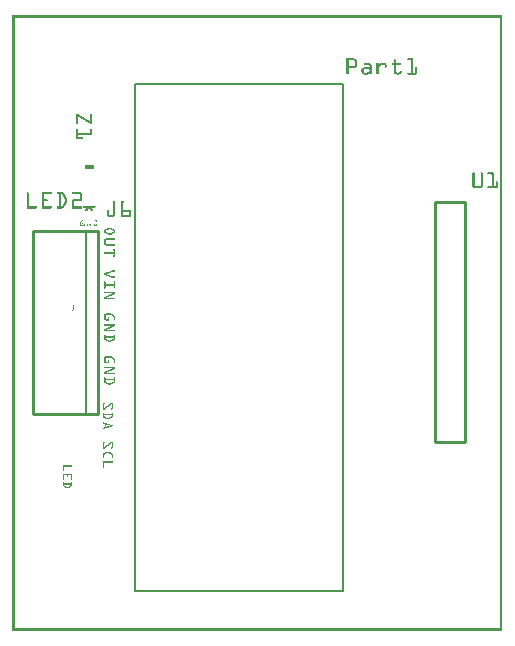
<source format=gto>
G04 MADE WITH FRITZING*
G04 WWW.FRITZING.ORG*
G04 DOUBLE SIDED*
G04 HOLES PLATED*
G04 CONTOUR ON CENTER OF CONTOUR VECTOR*
%ASAXBY*%
%FSLAX23Y23*%
%MOIN*%
%OFA0B0*%
%SFA1.0B1.0*%
%ADD10C,0.010000*%
%ADD11C,0.005000*%
%ADD12C,0.008000*%
%ADD13R,0.001000X0.001000*%
%LNSILK1*%
G90*
G70*
G54D10*
X1407Y1429D02*
X1407Y629D01*
D02*
X1407Y629D02*
X1507Y629D01*
D02*
X1507Y629D02*
X1507Y1429D01*
D02*
X1507Y1429D02*
X1407Y1429D01*
D02*
X69Y1334D02*
X69Y724D01*
D02*
X69Y724D02*
X285Y724D01*
D02*
X285Y724D02*
X285Y1334D01*
D02*
X285Y1334D02*
X69Y1334D01*
G54D11*
D02*
X245Y724D02*
X245Y1334D01*
G54D12*
X410Y133D02*
X1102Y133D01*
X1102Y1825D01*
X410Y1825D01*
X410Y133D01*
D02*
G54D13*
X0Y2052D02*
X1633Y2052D01*
X0Y2051D02*
X1633Y2051D01*
X0Y2050D02*
X1633Y2050D01*
X0Y2049D02*
X1633Y2049D01*
X0Y2048D02*
X1633Y2048D01*
X0Y2047D02*
X1633Y2047D01*
X0Y2046D02*
X1633Y2046D01*
X0Y2045D02*
X1633Y2045D01*
X0Y2044D02*
X7Y2044D01*
X1626Y2044D02*
X1633Y2044D01*
X0Y2043D02*
X7Y2043D01*
X1626Y2043D02*
X1633Y2043D01*
X0Y2042D02*
X7Y2042D01*
X1626Y2042D02*
X1633Y2042D01*
X0Y2041D02*
X7Y2041D01*
X1626Y2041D02*
X1633Y2041D01*
X0Y2040D02*
X7Y2040D01*
X1626Y2040D02*
X1633Y2040D01*
X0Y2039D02*
X7Y2039D01*
X1626Y2039D02*
X1633Y2039D01*
X0Y2038D02*
X7Y2038D01*
X1626Y2038D02*
X1633Y2038D01*
X0Y2037D02*
X7Y2037D01*
X1626Y2037D02*
X1633Y2037D01*
X0Y2036D02*
X7Y2036D01*
X1626Y2036D02*
X1633Y2036D01*
X0Y2035D02*
X7Y2035D01*
X1626Y2035D02*
X1633Y2035D01*
X0Y2034D02*
X7Y2034D01*
X1626Y2034D02*
X1633Y2034D01*
X0Y2033D02*
X7Y2033D01*
X1626Y2033D02*
X1633Y2033D01*
X0Y2032D02*
X7Y2032D01*
X1626Y2032D02*
X1633Y2032D01*
X0Y2031D02*
X7Y2031D01*
X1626Y2031D02*
X1633Y2031D01*
X0Y2030D02*
X7Y2030D01*
X1626Y2030D02*
X1633Y2030D01*
X0Y2029D02*
X7Y2029D01*
X1626Y2029D02*
X1633Y2029D01*
X0Y2028D02*
X7Y2028D01*
X1626Y2028D02*
X1633Y2028D01*
X0Y2027D02*
X7Y2027D01*
X1626Y2027D02*
X1633Y2027D01*
X0Y2026D02*
X7Y2026D01*
X1626Y2026D02*
X1633Y2026D01*
X0Y2025D02*
X7Y2025D01*
X1626Y2025D02*
X1633Y2025D01*
X0Y2024D02*
X7Y2024D01*
X1626Y2024D02*
X1633Y2024D01*
X0Y2023D02*
X7Y2023D01*
X1626Y2023D02*
X1633Y2023D01*
X0Y2022D02*
X7Y2022D01*
X1626Y2022D02*
X1633Y2022D01*
X0Y2021D02*
X7Y2021D01*
X1626Y2021D02*
X1633Y2021D01*
X0Y2020D02*
X7Y2020D01*
X1626Y2020D02*
X1633Y2020D01*
X0Y2019D02*
X7Y2019D01*
X1626Y2019D02*
X1633Y2019D01*
X0Y2018D02*
X7Y2018D01*
X1626Y2018D02*
X1633Y2018D01*
X0Y2017D02*
X7Y2017D01*
X1626Y2017D02*
X1633Y2017D01*
X0Y2016D02*
X7Y2016D01*
X1626Y2016D02*
X1633Y2016D01*
X0Y2015D02*
X7Y2015D01*
X1626Y2015D02*
X1633Y2015D01*
X0Y2014D02*
X7Y2014D01*
X1626Y2014D02*
X1633Y2014D01*
X0Y2013D02*
X7Y2013D01*
X1626Y2013D02*
X1633Y2013D01*
X0Y2012D02*
X7Y2012D01*
X1626Y2012D02*
X1633Y2012D01*
X0Y2011D02*
X7Y2011D01*
X1626Y2011D02*
X1633Y2011D01*
X0Y2010D02*
X7Y2010D01*
X1626Y2010D02*
X1633Y2010D01*
X0Y2009D02*
X7Y2009D01*
X1626Y2009D02*
X1633Y2009D01*
X0Y2008D02*
X7Y2008D01*
X1626Y2008D02*
X1633Y2008D01*
X0Y2007D02*
X7Y2007D01*
X1626Y2007D02*
X1633Y2007D01*
X0Y2006D02*
X7Y2006D01*
X1626Y2006D02*
X1633Y2006D01*
X0Y2005D02*
X7Y2005D01*
X1626Y2005D02*
X1633Y2005D01*
X0Y2004D02*
X7Y2004D01*
X1626Y2004D02*
X1633Y2004D01*
X0Y2003D02*
X7Y2003D01*
X1626Y2003D02*
X1633Y2003D01*
X0Y2002D02*
X7Y2002D01*
X1626Y2002D02*
X1633Y2002D01*
X0Y2001D02*
X7Y2001D01*
X1626Y2001D02*
X1633Y2001D01*
X0Y2000D02*
X7Y2000D01*
X1626Y2000D02*
X1633Y2000D01*
X0Y1999D02*
X7Y1999D01*
X1626Y1999D02*
X1633Y1999D01*
X0Y1998D02*
X7Y1998D01*
X1626Y1998D02*
X1633Y1998D01*
X0Y1997D02*
X7Y1997D01*
X1626Y1997D02*
X1633Y1997D01*
X0Y1996D02*
X7Y1996D01*
X1626Y1996D02*
X1633Y1996D01*
X0Y1995D02*
X7Y1995D01*
X1626Y1995D02*
X1633Y1995D01*
X0Y1994D02*
X7Y1994D01*
X1626Y1994D02*
X1633Y1994D01*
X0Y1993D02*
X7Y1993D01*
X1626Y1993D02*
X1633Y1993D01*
X0Y1992D02*
X7Y1992D01*
X1626Y1992D02*
X1633Y1992D01*
X0Y1991D02*
X7Y1991D01*
X1626Y1991D02*
X1633Y1991D01*
X0Y1990D02*
X7Y1990D01*
X1626Y1990D02*
X1633Y1990D01*
X0Y1989D02*
X7Y1989D01*
X1626Y1989D02*
X1633Y1989D01*
X0Y1988D02*
X7Y1988D01*
X1626Y1988D02*
X1633Y1988D01*
X0Y1987D02*
X7Y1987D01*
X1626Y1987D02*
X1633Y1987D01*
X0Y1986D02*
X7Y1986D01*
X1626Y1986D02*
X1633Y1986D01*
X0Y1985D02*
X7Y1985D01*
X1626Y1985D02*
X1633Y1985D01*
X0Y1984D02*
X7Y1984D01*
X1626Y1984D02*
X1633Y1984D01*
X0Y1983D02*
X7Y1983D01*
X1626Y1983D02*
X1633Y1983D01*
X0Y1982D02*
X7Y1982D01*
X1626Y1982D02*
X1633Y1982D01*
X0Y1981D02*
X7Y1981D01*
X1626Y1981D02*
X1633Y1981D01*
X0Y1980D02*
X7Y1980D01*
X1626Y1980D02*
X1633Y1980D01*
X0Y1979D02*
X7Y1979D01*
X1626Y1979D02*
X1633Y1979D01*
X0Y1978D02*
X7Y1978D01*
X1626Y1978D02*
X1633Y1978D01*
X0Y1977D02*
X7Y1977D01*
X1626Y1977D02*
X1633Y1977D01*
X0Y1976D02*
X7Y1976D01*
X1626Y1976D02*
X1633Y1976D01*
X0Y1975D02*
X7Y1975D01*
X1626Y1975D02*
X1633Y1975D01*
X0Y1974D02*
X7Y1974D01*
X1626Y1974D02*
X1633Y1974D01*
X0Y1973D02*
X7Y1973D01*
X1626Y1973D02*
X1633Y1973D01*
X0Y1972D02*
X7Y1972D01*
X1626Y1972D02*
X1633Y1972D01*
X0Y1971D02*
X7Y1971D01*
X1626Y1971D02*
X1633Y1971D01*
X0Y1970D02*
X7Y1970D01*
X1626Y1970D02*
X1633Y1970D01*
X0Y1969D02*
X7Y1969D01*
X1626Y1969D02*
X1633Y1969D01*
X0Y1968D02*
X7Y1968D01*
X1626Y1968D02*
X1633Y1968D01*
X0Y1967D02*
X7Y1967D01*
X1626Y1967D02*
X1633Y1967D01*
X0Y1966D02*
X7Y1966D01*
X1626Y1966D02*
X1633Y1966D01*
X0Y1965D02*
X7Y1965D01*
X1626Y1965D02*
X1633Y1965D01*
X0Y1964D02*
X7Y1964D01*
X1626Y1964D02*
X1633Y1964D01*
X0Y1963D02*
X7Y1963D01*
X1626Y1963D02*
X1633Y1963D01*
X0Y1962D02*
X7Y1962D01*
X1626Y1962D02*
X1633Y1962D01*
X0Y1961D02*
X7Y1961D01*
X1626Y1961D02*
X1633Y1961D01*
X0Y1960D02*
X7Y1960D01*
X1626Y1960D02*
X1633Y1960D01*
X0Y1959D02*
X7Y1959D01*
X1626Y1959D02*
X1633Y1959D01*
X0Y1958D02*
X7Y1958D01*
X1626Y1958D02*
X1633Y1958D01*
X0Y1957D02*
X7Y1957D01*
X1626Y1957D02*
X1633Y1957D01*
X0Y1956D02*
X7Y1956D01*
X1626Y1956D02*
X1633Y1956D01*
X0Y1955D02*
X7Y1955D01*
X1626Y1955D02*
X1633Y1955D01*
X0Y1954D02*
X7Y1954D01*
X1626Y1954D02*
X1633Y1954D01*
X0Y1953D02*
X7Y1953D01*
X1626Y1953D02*
X1633Y1953D01*
X0Y1952D02*
X7Y1952D01*
X1626Y1952D02*
X1633Y1952D01*
X0Y1951D02*
X7Y1951D01*
X1626Y1951D02*
X1633Y1951D01*
X0Y1950D02*
X7Y1950D01*
X1626Y1950D02*
X1633Y1950D01*
X0Y1949D02*
X7Y1949D01*
X1626Y1949D02*
X1633Y1949D01*
X0Y1948D02*
X7Y1948D01*
X1626Y1948D02*
X1633Y1948D01*
X0Y1947D02*
X7Y1947D01*
X1626Y1947D02*
X1633Y1947D01*
X0Y1946D02*
X7Y1946D01*
X1626Y1946D02*
X1633Y1946D01*
X0Y1945D02*
X7Y1945D01*
X1626Y1945D02*
X1633Y1945D01*
X0Y1944D02*
X7Y1944D01*
X1626Y1944D02*
X1633Y1944D01*
X0Y1943D02*
X7Y1943D01*
X1626Y1943D02*
X1633Y1943D01*
X0Y1942D02*
X7Y1942D01*
X1626Y1942D02*
X1633Y1942D01*
X0Y1941D02*
X7Y1941D01*
X1626Y1941D02*
X1633Y1941D01*
X0Y1940D02*
X7Y1940D01*
X1626Y1940D02*
X1633Y1940D01*
X0Y1939D02*
X7Y1939D01*
X1626Y1939D02*
X1633Y1939D01*
X0Y1938D02*
X7Y1938D01*
X1626Y1938D02*
X1633Y1938D01*
X0Y1937D02*
X7Y1937D01*
X1626Y1937D02*
X1633Y1937D01*
X0Y1936D02*
X7Y1936D01*
X1626Y1936D02*
X1633Y1936D01*
X0Y1935D02*
X7Y1935D01*
X1626Y1935D02*
X1633Y1935D01*
X0Y1934D02*
X7Y1934D01*
X1626Y1934D02*
X1633Y1934D01*
X0Y1933D02*
X7Y1933D01*
X1626Y1933D02*
X1633Y1933D01*
X0Y1932D02*
X7Y1932D01*
X1626Y1932D02*
X1633Y1932D01*
X0Y1931D02*
X7Y1931D01*
X1626Y1931D02*
X1633Y1931D01*
X0Y1930D02*
X7Y1930D01*
X1626Y1930D02*
X1633Y1930D01*
X0Y1929D02*
X7Y1929D01*
X1626Y1929D02*
X1633Y1929D01*
X0Y1928D02*
X7Y1928D01*
X1626Y1928D02*
X1633Y1928D01*
X0Y1927D02*
X7Y1927D01*
X1626Y1927D02*
X1633Y1927D01*
X0Y1926D02*
X7Y1926D01*
X1626Y1926D02*
X1633Y1926D01*
X0Y1925D02*
X7Y1925D01*
X1626Y1925D02*
X1633Y1925D01*
X0Y1924D02*
X7Y1924D01*
X1626Y1924D02*
X1633Y1924D01*
X0Y1923D02*
X7Y1923D01*
X1626Y1923D02*
X1633Y1923D01*
X0Y1922D02*
X7Y1922D01*
X1626Y1922D02*
X1633Y1922D01*
X0Y1921D02*
X7Y1921D01*
X1626Y1921D02*
X1633Y1921D01*
X0Y1920D02*
X7Y1920D01*
X1626Y1920D02*
X1633Y1920D01*
X0Y1919D02*
X7Y1919D01*
X1626Y1919D02*
X1633Y1919D01*
X0Y1918D02*
X7Y1918D01*
X1626Y1918D02*
X1633Y1918D01*
X0Y1917D02*
X7Y1917D01*
X1626Y1917D02*
X1633Y1917D01*
X0Y1916D02*
X7Y1916D01*
X1626Y1916D02*
X1633Y1916D01*
X0Y1915D02*
X7Y1915D01*
X1626Y1915D02*
X1633Y1915D01*
X0Y1914D02*
X7Y1914D01*
X1626Y1914D02*
X1633Y1914D01*
X0Y1913D02*
X7Y1913D01*
X1626Y1913D02*
X1633Y1913D01*
X0Y1912D02*
X7Y1912D01*
X1626Y1912D02*
X1633Y1912D01*
X0Y1911D02*
X7Y1911D01*
X1626Y1911D02*
X1633Y1911D01*
X0Y1910D02*
X7Y1910D01*
X1626Y1910D02*
X1633Y1910D01*
X0Y1909D02*
X7Y1909D01*
X1114Y1909D02*
X1138Y1909D01*
X1318Y1909D02*
X1334Y1909D01*
X1626Y1909D02*
X1633Y1909D01*
X0Y1908D02*
X7Y1908D01*
X1114Y1908D02*
X1141Y1908D01*
X1316Y1908D02*
X1334Y1908D01*
X1626Y1908D02*
X1633Y1908D01*
X0Y1907D02*
X7Y1907D01*
X1114Y1907D02*
X1143Y1907D01*
X1315Y1907D02*
X1334Y1907D01*
X1626Y1907D02*
X1633Y1907D01*
X0Y1906D02*
X7Y1906D01*
X1114Y1906D02*
X1144Y1906D01*
X1274Y1906D02*
X1275Y1906D01*
X1315Y1906D02*
X1334Y1906D01*
X1626Y1906D02*
X1633Y1906D01*
X0Y1905D02*
X7Y1905D01*
X1114Y1905D02*
X1145Y1905D01*
X1272Y1905D02*
X1276Y1905D01*
X1315Y1905D02*
X1334Y1905D01*
X1626Y1905D02*
X1633Y1905D01*
X0Y1904D02*
X7Y1904D01*
X1114Y1904D02*
X1146Y1904D01*
X1272Y1904D02*
X1277Y1904D01*
X1315Y1904D02*
X1334Y1904D01*
X1626Y1904D02*
X1633Y1904D01*
X0Y1903D02*
X7Y1903D01*
X1114Y1903D02*
X1146Y1903D01*
X1271Y1903D02*
X1277Y1903D01*
X1316Y1903D02*
X1334Y1903D01*
X1626Y1903D02*
X1633Y1903D01*
X0Y1902D02*
X7Y1902D01*
X1114Y1902D02*
X1120Y1902D01*
X1138Y1902D02*
X1147Y1902D01*
X1271Y1902D02*
X1277Y1902D01*
X1328Y1902D02*
X1334Y1902D01*
X1626Y1902D02*
X1633Y1902D01*
X0Y1901D02*
X7Y1901D01*
X1114Y1901D02*
X1120Y1901D01*
X1140Y1901D02*
X1147Y1901D01*
X1271Y1901D02*
X1277Y1901D01*
X1328Y1901D02*
X1334Y1901D01*
X1626Y1901D02*
X1633Y1901D01*
X0Y1900D02*
X7Y1900D01*
X1114Y1900D02*
X1120Y1900D01*
X1141Y1900D02*
X1147Y1900D01*
X1271Y1900D02*
X1277Y1900D01*
X1328Y1900D02*
X1334Y1900D01*
X1626Y1900D02*
X1633Y1900D01*
X0Y1899D02*
X7Y1899D01*
X1114Y1899D02*
X1120Y1899D01*
X1141Y1899D02*
X1147Y1899D01*
X1271Y1899D02*
X1277Y1899D01*
X1328Y1899D02*
X1334Y1899D01*
X1626Y1899D02*
X1633Y1899D01*
X0Y1898D02*
X7Y1898D01*
X1114Y1898D02*
X1120Y1898D01*
X1141Y1898D02*
X1147Y1898D01*
X1271Y1898D02*
X1277Y1898D01*
X1328Y1898D02*
X1334Y1898D01*
X1626Y1898D02*
X1633Y1898D01*
X0Y1897D02*
X7Y1897D01*
X1114Y1897D02*
X1120Y1897D01*
X1141Y1897D02*
X1147Y1897D01*
X1271Y1897D02*
X1277Y1897D01*
X1328Y1897D02*
X1334Y1897D01*
X1626Y1897D02*
X1633Y1897D01*
X0Y1896D02*
X7Y1896D01*
X1114Y1896D02*
X1120Y1896D01*
X1141Y1896D02*
X1147Y1896D01*
X1271Y1896D02*
X1277Y1896D01*
X1328Y1896D02*
X1334Y1896D01*
X1626Y1896D02*
X1633Y1896D01*
X0Y1895D02*
X7Y1895D01*
X1114Y1895D02*
X1120Y1895D01*
X1141Y1895D02*
X1147Y1895D01*
X1271Y1895D02*
X1277Y1895D01*
X1328Y1895D02*
X1334Y1895D01*
X1626Y1895D02*
X1633Y1895D01*
X0Y1894D02*
X7Y1894D01*
X1114Y1894D02*
X1120Y1894D01*
X1141Y1894D02*
X1147Y1894D01*
X1173Y1894D02*
X1189Y1894D01*
X1216Y1894D02*
X1218Y1894D01*
X1230Y1894D02*
X1240Y1894D01*
X1266Y1894D02*
X1292Y1894D01*
X1328Y1894D02*
X1334Y1894D01*
X1626Y1894D02*
X1633Y1894D01*
X0Y1893D02*
X7Y1893D01*
X1114Y1893D02*
X1120Y1893D01*
X1141Y1893D02*
X1147Y1893D01*
X1172Y1893D02*
X1191Y1893D01*
X1215Y1893D02*
X1219Y1893D01*
X1229Y1893D02*
X1242Y1893D01*
X1265Y1893D02*
X1294Y1893D01*
X1328Y1893D02*
X1334Y1893D01*
X1626Y1893D02*
X1633Y1893D01*
X0Y1892D02*
X7Y1892D01*
X1114Y1892D02*
X1120Y1892D01*
X1141Y1892D02*
X1147Y1892D01*
X1171Y1892D02*
X1193Y1892D01*
X1214Y1892D02*
X1220Y1892D01*
X1227Y1892D02*
X1244Y1892D01*
X1265Y1892D02*
X1294Y1892D01*
X1328Y1892D02*
X1334Y1892D01*
X1626Y1892D02*
X1633Y1892D01*
X0Y1891D02*
X7Y1891D01*
X1114Y1891D02*
X1120Y1891D01*
X1141Y1891D02*
X1147Y1891D01*
X1171Y1891D02*
X1194Y1891D01*
X1214Y1891D02*
X1220Y1891D01*
X1226Y1891D02*
X1245Y1891D01*
X1264Y1891D02*
X1294Y1891D01*
X1328Y1891D02*
X1334Y1891D01*
X1626Y1891D02*
X1633Y1891D01*
X0Y1890D02*
X7Y1890D01*
X1114Y1890D02*
X1120Y1890D01*
X1141Y1890D02*
X1147Y1890D01*
X1171Y1890D02*
X1195Y1890D01*
X1214Y1890D02*
X1220Y1890D01*
X1225Y1890D02*
X1246Y1890D01*
X1265Y1890D02*
X1294Y1890D01*
X1328Y1890D02*
X1334Y1890D01*
X1626Y1890D02*
X1633Y1890D01*
X0Y1889D02*
X7Y1889D01*
X1114Y1889D02*
X1120Y1889D01*
X1141Y1889D02*
X1147Y1889D01*
X1171Y1889D02*
X1195Y1889D01*
X1214Y1889D02*
X1220Y1889D01*
X1224Y1889D02*
X1246Y1889D01*
X1265Y1889D02*
X1294Y1889D01*
X1328Y1889D02*
X1334Y1889D01*
X1626Y1889D02*
X1633Y1889D01*
X0Y1888D02*
X7Y1888D01*
X1114Y1888D02*
X1120Y1888D01*
X1141Y1888D02*
X1147Y1888D01*
X1172Y1888D02*
X1196Y1888D01*
X1214Y1888D02*
X1220Y1888D01*
X1223Y1888D02*
X1247Y1888D01*
X1266Y1888D02*
X1293Y1888D01*
X1328Y1888D02*
X1334Y1888D01*
X1626Y1888D02*
X1633Y1888D01*
X0Y1887D02*
X7Y1887D01*
X1114Y1887D02*
X1120Y1887D01*
X1141Y1887D02*
X1147Y1887D01*
X1189Y1887D02*
X1196Y1887D01*
X1214Y1887D02*
X1231Y1887D01*
X1240Y1887D02*
X1247Y1887D01*
X1271Y1887D02*
X1277Y1887D01*
X1328Y1887D02*
X1334Y1887D01*
X1626Y1887D02*
X1633Y1887D01*
X0Y1886D02*
X7Y1886D01*
X1114Y1886D02*
X1120Y1886D01*
X1141Y1886D02*
X1147Y1886D01*
X1190Y1886D02*
X1196Y1886D01*
X1214Y1886D02*
X1230Y1886D01*
X1241Y1886D02*
X1248Y1886D01*
X1271Y1886D02*
X1277Y1886D01*
X1328Y1886D02*
X1334Y1886D01*
X1626Y1886D02*
X1633Y1886D01*
X0Y1885D02*
X7Y1885D01*
X1114Y1885D02*
X1120Y1885D01*
X1141Y1885D02*
X1147Y1885D01*
X1190Y1885D02*
X1197Y1885D01*
X1214Y1885D02*
X1229Y1885D01*
X1242Y1885D02*
X1248Y1885D01*
X1271Y1885D02*
X1277Y1885D01*
X1328Y1885D02*
X1334Y1885D01*
X1626Y1885D02*
X1633Y1885D01*
X0Y1884D02*
X7Y1884D01*
X1114Y1884D02*
X1120Y1884D01*
X1141Y1884D02*
X1147Y1884D01*
X1191Y1884D02*
X1197Y1884D01*
X1214Y1884D02*
X1228Y1884D01*
X1242Y1884D02*
X1248Y1884D01*
X1271Y1884D02*
X1277Y1884D01*
X1328Y1884D02*
X1334Y1884D01*
X1626Y1884D02*
X1633Y1884D01*
X0Y1883D02*
X7Y1883D01*
X1114Y1883D02*
X1120Y1883D01*
X1139Y1883D02*
X1147Y1883D01*
X1191Y1883D02*
X1197Y1883D01*
X1214Y1883D02*
X1227Y1883D01*
X1242Y1883D02*
X1248Y1883D01*
X1271Y1883D02*
X1277Y1883D01*
X1328Y1883D02*
X1334Y1883D01*
X1626Y1883D02*
X1633Y1883D01*
X0Y1882D02*
X7Y1882D01*
X1114Y1882D02*
X1147Y1882D01*
X1191Y1882D02*
X1197Y1882D01*
X1214Y1882D02*
X1226Y1882D01*
X1242Y1882D02*
X1248Y1882D01*
X1271Y1882D02*
X1277Y1882D01*
X1328Y1882D02*
X1334Y1882D01*
X1626Y1882D02*
X1633Y1882D01*
X0Y1881D02*
X7Y1881D01*
X1114Y1881D02*
X1146Y1881D01*
X1191Y1881D02*
X1197Y1881D01*
X1214Y1881D02*
X1224Y1881D01*
X1242Y1881D02*
X1248Y1881D01*
X1271Y1881D02*
X1277Y1881D01*
X1328Y1881D02*
X1334Y1881D01*
X1626Y1881D02*
X1633Y1881D01*
X0Y1880D02*
X7Y1880D01*
X1114Y1880D02*
X1145Y1880D01*
X1191Y1880D02*
X1197Y1880D01*
X1214Y1880D02*
X1223Y1880D01*
X1242Y1880D02*
X1247Y1880D01*
X1271Y1880D02*
X1277Y1880D01*
X1328Y1880D02*
X1334Y1880D01*
X1626Y1880D02*
X1633Y1880D01*
X0Y1879D02*
X7Y1879D01*
X1114Y1879D02*
X1145Y1879D01*
X1171Y1879D02*
X1197Y1879D01*
X1214Y1879D02*
X1222Y1879D01*
X1244Y1879D02*
X1246Y1879D01*
X1271Y1879D02*
X1277Y1879D01*
X1328Y1879D02*
X1334Y1879D01*
X1344Y1879D02*
X1347Y1879D01*
X1626Y1879D02*
X1633Y1879D01*
X0Y1878D02*
X7Y1878D01*
X1114Y1878D02*
X1143Y1878D01*
X1169Y1878D02*
X1197Y1878D01*
X1214Y1878D02*
X1221Y1878D01*
X1271Y1878D02*
X1277Y1878D01*
X1328Y1878D02*
X1334Y1878D01*
X1343Y1878D02*
X1347Y1878D01*
X1626Y1878D02*
X1633Y1878D01*
X0Y1877D02*
X7Y1877D01*
X1114Y1877D02*
X1142Y1877D01*
X1168Y1877D02*
X1197Y1877D01*
X1214Y1877D02*
X1220Y1877D01*
X1271Y1877D02*
X1277Y1877D01*
X1328Y1877D02*
X1334Y1877D01*
X1342Y1877D02*
X1348Y1877D01*
X1626Y1877D02*
X1633Y1877D01*
X0Y1876D02*
X7Y1876D01*
X1114Y1876D02*
X1140Y1876D01*
X1167Y1876D02*
X1197Y1876D01*
X1214Y1876D02*
X1220Y1876D01*
X1271Y1876D02*
X1277Y1876D01*
X1328Y1876D02*
X1334Y1876D01*
X1342Y1876D02*
X1348Y1876D01*
X1626Y1876D02*
X1633Y1876D01*
X0Y1875D02*
X7Y1875D01*
X1114Y1875D02*
X1120Y1875D01*
X1166Y1875D02*
X1197Y1875D01*
X1214Y1875D02*
X1220Y1875D01*
X1271Y1875D02*
X1277Y1875D01*
X1328Y1875D02*
X1334Y1875D01*
X1342Y1875D02*
X1348Y1875D01*
X1626Y1875D02*
X1633Y1875D01*
X0Y1874D02*
X7Y1874D01*
X1114Y1874D02*
X1120Y1874D01*
X1165Y1874D02*
X1197Y1874D01*
X1214Y1874D02*
X1220Y1874D01*
X1271Y1874D02*
X1277Y1874D01*
X1328Y1874D02*
X1334Y1874D01*
X1342Y1874D02*
X1348Y1874D01*
X1626Y1874D02*
X1633Y1874D01*
X0Y1873D02*
X7Y1873D01*
X1114Y1873D02*
X1120Y1873D01*
X1165Y1873D02*
X1197Y1873D01*
X1214Y1873D02*
X1220Y1873D01*
X1271Y1873D02*
X1277Y1873D01*
X1328Y1873D02*
X1334Y1873D01*
X1342Y1873D02*
X1348Y1873D01*
X1626Y1873D02*
X1633Y1873D01*
X0Y1872D02*
X7Y1872D01*
X1114Y1872D02*
X1120Y1872D01*
X1164Y1872D02*
X1172Y1872D01*
X1190Y1872D02*
X1197Y1872D01*
X1214Y1872D02*
X1220Y1872D01*
X1271Y1872D02*
X1277Y1872D01*
X1328Y1872D02*
X1334Y1872D01*
X1342Y1872D02*
X1348Y1872D01*
X1626Y1872D02*
X1633Y1872D01*
X0Y1871D02*
X7Y1871D01*
X1114Y1871D02*
X1120Y1871D01*
X1164Y1871D02*
X1171Y1871D01*
X1191Y1871D02*
X1197Y1871D01*
X1214Y1871D02*
X1220Y1871D01*
X1271Y1871D02*
X1277Y1871D01*
X1328Y1871D02*
X1334Y1871D01*
X1342Y1871D02*
X1348Y1871D01*
X1626Y1871D02*
X1633Y1871D01*
X0Y1870D02*
X7Y1870D01*
X1114Y1870D02*
X1120Y1870D01*
X1164Y1870D02*
X1170Y1870D01*
X1191Y1870D02*
X1197Y1870D01*
X1214Y1870D02*
X1220Y1870D01*
X1271Y1870D02*
X1277Y1870D01*
X1328Y1870D02*
X1334Y1870D01*
X1342Y1870D02*
X1348Y1870D01*
X1626Y1870D02*
X1633Y1870D01*
X0Y1869D02*
X7Y1869D01*
X1114Y1869D02*
X1120Y1869D01*
X1164Y1869D02*
X1170Y1869D01*
X1191Y1869D02*
X1197Y1869D01*
X1214Y1869D02*
X1220Y1869D01*
X1271Y1869D02*
X1277Y1869D01*
X1328Y1869D02*
X1334Y1869D01*
X1342Y1869D02*
X1348Y1869D01*
X1626Y1869D02*
X1633Y1869D01*
X0Y1868D02*
X7Y1868D01*
X1114Y1868D02*
X1120Y1868D01*
X1164Y1868D02*
X1170Y1868D01*
X1191Y1868D02*
X1197Y1868D01*
X1214Y1868D02*
X1220Y1868D01*
X1271Y1868D02*
X1277Y1868D01*
X1328Y1868D02*
X1334Y1868D01*
X1342Y1868D02*
X1348Y1868D01*
X1626Y1868D02*
X1633Y1868D01*
X0Y1867D02*
X7Y1867D01*
X1114Y1867D02*
X1120Y1867D01*
X1164Y1867D02*
X1170Y1867D01*
X1191Y1867D02*
X1197Y1867D01*
X1214Y1867D02*
X1220Y1867D01*
X1271Y1867D02*
X1277Y1867D01*
X1293Y1867D02*
X1297Y1867D01*
X1328Y1867D02*
X1334Y1867D01*
X1342Y1867D02*
X1348Y1867D01*
X1626Y1867D02*
X1633Y1867D01*
X0Y1866D02*
X7Y1866D01*
X1114Y1866D02*
X1120Y1866D01*
X1164Y1866D02*
X1170Y1866D01*
X1191Y1866D02*
X1197Y1866D01*
X1214Y1866D02*
X1220Y1866D01*
X1271Y1866D02*
X1277Y1866D01*
X1292Y1866D02*
X1297Y1866D01*
X1328Y1866D02*
X1334Y1866D01*
X1342Y1866D02*
X1348Y1866D01*
X1626Y1866D02*
X1633Y1866D01*
X0Y1865D02*
X7Y1865D01*
X1114Y1865D02*
X1120Y1865D01*
X1164Y1865D02*
X1170Y1865D01*
X1189Y1865D02*
X1197Y1865D01*
X1214Y1865D02*
X1220Y1865D01*
X1271Y1865D02*
X1277Y1865D01*
X1292Y1865D02*
X1298Y1865D01*
X1328Y1865D02*
X1334Y1865D01*
X1342Y1865D02*
X1348Y1865D01*
X1626Y1865D02*
X1633Y1865D01*
X0Y1864D02*
X7Y1864D01*
X1114Y1864D02*
X1120Y1864D01*
X1164Y1864D02*
X1170Y1864D01*
X1187Y1864D02*
X1197Y1864D01*
X1214Y1864D02*
X1220Y1864D01*
X1271Y1864D02*
X1278Y1864D01*
X1292Y1864D02*
X1298Y1864D01*
X1328Y1864D02*
X1334Y1864D01*
X1342Y1864D02*
X1348Y1864D01*
X1626Y1864D02*
X1633Y1864D01*
X0Y1863D02*
X7Y1863D01*
X1114Y1863D02*
X1120Y1863D01*
X1164Y1863D02*
X1171Y1863D01*
X1185Y1863D02*
X1197Y1863D01*
X1214Y1863D02*
X1220Y1863D01*
X1272Y1863D02*
X1278Y1863D01*
X1291Y1863D02*
X1298Y1863D01*
X1328Y1863D02*
X1334Y1863D01*
X1342Y1863D02*
X1348Y1863D01*
X1626Y1863D02*
X1633Y1863D01*
X0Y1862D02*
X7Y1862D01*
X1114Y1862D02*
X1120Y1862D01*
X1165Y1862D02*
X1173Y1862D01*
X1184Y1862D02*
X1197Y1862D01*
X1214Y1862D02*
X1220Y1862D01*
X1272Y1862D02*
X1280Y1862D01*
X1289Y1862D02*
X1297Y1862D01*
X1328Y1862D02*
X1335Y1862D01*
X1342Y1862D02*
X1348Y1862D01*
X1626Y1862D02*
X1633Y1862D01*
X0Y1861D02*
X7Y1861D01*
X1114Y1861D02*
X1120Y1861D01*
X1165Y1861D02*
X1198Y1861D01*
X1214Y1861D02*
X1220Y1861D01*
X1272Y1861D02*
X1297Y1861D01*
X1316Y1861D02*
X1348Y1861D01*
X1626Y1861D02*
X1633Y1861D01*
X0Y1860D02*
X7Y1860D01*
X1114Y1860D02*
X1120Y1860D01*
X1166Y1860D02*
X1198Y1860D01*
X1214Y1860D02*
X1220Y1860D01*
X1273Y1860D02*
X1296Y1860D01*
X1315Y1860D02*
X1348Y1860D01*
X1626Y1860D02*
X1633Y1860D01*
X0Y1859D02*
X7Y1859D01*
X1114Y1859D02*
X1120Y1859D01*
X1166Y1859D02*
X1198Y1859D01*
X1214Y1859D02*
X1220Y1859D01*
X1273Y1859D02*
X1296Y1859D01*
X1315Y1859D02*
X1348Y1859D01*
X1626Y1859D02*
X1633Y1859D01*
X0Y1858D02*
X7Y1858D01*
X1114Y1858D02*
X1120Y1858D01*
X1167Y1858D02*
X1190Y1858D01*
X1192Y1858D02*
X1198Y1858D01*
X1214Y1858D02*
X1220Y1858D01*
X1274Y1858D02*
X1295Y1858D01*
X1315Y1858D02*
X1348Y1858D01*
X1626Y1858D02*
X1633Y1858D01*
X0Y1857D02*
X7Y1857D01*
X1114Y1857D02*
X1119Y1857D01*
X1168Y1857D02*
X1188Y1857D01*
X1192Y1857D02*
X1197Y1857D01*
X1215Y1857D02*
X1220Y1857D01*
X1276Y1857D02*
X1294Y1857D01*
X1315Y1857D02*
X1348Y1857D01*
X1626Y1857D02*
X1633Y1857D01*
X0Y1856D02*
X7Y1856D01*
X1115Y1856D02*
X1119Y1856D01*
X1170Y1856D02*
X1186Y1856D01*
X1193Y1856D02*
X1196Y1856D01*
X1215Y1856D02*
X1219Y1856D01*
X1277Y1856D02*
X1292Y1856D01*
X1316Y1856D02*
X1347Y1856D01*
X1626Y1856D02*
X1633Y1856D01*
X0Y1855D02*
X7Y1855D01*
X1174Y1855D02*
X1184Y1855D01*
X1281Y1855D02*
X1288Y1855D01*
X1318Y1855D02*
X1345Y1855D01*
X1626Y1855D02*
X1633Y1855D01*
X0Y1854D02*
X7Y1854D01*
X1626Y1854D02*
X1633Y1854D01*
X0Y1853D02*
X7Y1853D01*
X1626Y1853D02*
X1633Y1853D01*
X0Y1852D02*
X7Y1852D01*
X1626Y1852D02*
X1633Y1852D01*
X0Y1851D02*
X7Y1851D01*
X1626Y1851D02*
X1633Y1851D01*
X0Y1850D02*
X7Y1850D01*
X1626Y1850D02*
X1633Y1850D01*
X0Y1849D02*
X7Y1849D01*
X1626Y1849D02*
X1633Y1849D01*
X0Y1848D02*
X7Y1848D01*
X1626Y1848D02*
X1633Y1848D01*
X0Y1847D02*
X7Y1847D01*
X1626Y1847D02*
X1633Y1847D01*
X0Y1846D02*
X7Y1846D01*
X1626Y1846D02*
X1633Y1846D01*
X0Y1845D02*
X7Y1845D01*
X1626Y1845D02*
X1633Y1845D01*
X0Y1844D02*
X7Y1844D01*
X1626Y1844D02*
X1633Y1844D01*
X0Y1843D02*
X7Y1843D01*
X1626Y1843D02*
X1633Y1843D01*
X0Y1842D02*
X7Y1842D01*
X1626Y1842D02*
X1633Y1842D01*
X0Y1841D02*
X7Y1841D01*
X1626Y1841D02*
X1633Y1841D01*
X0Y1840D02*
X7Y1840D01*
X1626Y1840D02*
X1633Y1840D01*
X0Y1839D02*
X7Y1839D01*
X1626Y1839D02*
X1633Y1839D01*
X0Y1838D02*
X7Y1838D01*
X1626Y1838D02*
X1633Y1838D01*
X0Y1837D02*
X7Y1837D01*
X1626Y1837D02*
X1633Y1837D01*
X0Y1836D02*
X7Y1836D01*
X1626Y1836D02*
X1633Y1836D01*
X0Y1835D02*
X7Y1835D01*
X1626Y1835D02*
X1633Y1835D01*
X0Y1834D02*
X7Y1834D01*
X1626Y1834D02*
X1633Y1834D01*
X0Y1833D02*
X7Y1833D01*
X1626Y1833D02*
X1633Y1833D01*
X0Y1832D02*
X7Y1832D01*
X1626Y1832D02*
X1633Y1832D01*
X0Y1831D02*
X7Y1831D01*
X1626Y1831D02*
X1633Y1831D01*
X0Y1830D02*
X7Y1830D01*
X1626Y1830D02*
X1633Y1830D01*
X0Y1829D02*
X7Y1829D01*
X1626Y1829D02*
X1633Y1829D01*
X0Y1828D02*
X7Y1828D01*
X1626Y1828D02*
X1633Y1828D01*
X0Y1827D02*
X7Y1827D01*
X1626Y1827D02*
X1633Y1827D01*
X0Y1826D02*
X7Y1826D01*
X1626Y1826D02*
X1633Y1826D01*
X0Y1825D02*
X7Y1825D01*
X1626Y1825D02*
X1633Y1825D01*
X0Y1824D02*
X7Y1824D01*
X1626Y1824D02*
X1633Y1824D01*
X0Y1823D02*
X7Y1823D01*
X1626Y1823D02*
X1633Y1823D01*
X0Y1822D02*
X7Y1822D01*
X1626Y1822D02*
X1633Y1822D01*
X0Y1821D02*
X7Y1821D01*
X1626Y1821D02*
X1633Y1821D01*
X0Y1820D02*
X7Y1820D01*
X1626Y1820D02*
X1633Y1820D01*
X0Y1819D02*
X7Y1819D01*
X1626Y1819D02*
X1633Y1819D01*
X0Y1818D02*
X7Y1818D01*
X1626Y1818D02*
X1633Y1818D01*
X0Y1817D02*
X7Y1817D01*
X1626Y1817D02*
X1633Y1817D01*
X0Y1816D02*
X7Y1816D01*
X1626Y1816D02*
X1633Y1816D01*
X0Y1815D02*
X7Y1815D01*
X1626Y1815D02*
X1633Y1815D01*
X0Y1814D02*
X7Y1814D01*
X1626Y1814D02*
X1633Y1814D01*
X0Y1813D02*
X7Y1813D01*
X1626Y1813D02*
X1633Y1813D01*
X0Y1812D02*
X7Y1812D01*
X1626Y1812D02*
X1633Y1812D01*
X0Y1811D02*
X7Y1811D01*
X1626Y1811D02*
X1633Y1811D01*
X0Y1810D02*
X7Y1810D01*
X1626Y1810D02*
X1633Y1810D01*
X0Y1809D02*
X7Y1809D01*
X1626Y1809D02*
X1633Y1809D01*
X0Y1808D02*
X7Y1808D01*
X1626Y1808D02*
X1633Y1808D01*
X0Y1807D02*
X7Y1807D01*
X1626Y1807D02*
X1633Y1807D01*
X0Y1806D02*
X7Y1806D01*
X1626Y1806D02*
X1633Y1806D01*
X0Y1805D02*
X7Y1805D01*
X1626Y1805D02*
X1633Y1805D01*
X0Y1804D02*
X7Y1804D01*
X1626Y1804D02*
X1633Y1804D01*
X0Y1803D02*
X7Y1803D01*
X1626Y1803D02*
X1633Y1803D01*
X0Y1802D02*
X7Y1802D01*
X1626Y1802D02*
X1633Y1802D01*
X0Y1801D02*
X7Y1801D01*
X1626Y1801D02*
X1633Y1801D01*
X0Y1800D02*
X7Y1800D01*
X1626Y1800D02*
X1633Y1800D01*
X0Y1799D02*
X7Y1799D01*
X1626Y1799D02*
X1633Y1799D01*
X0Y1798D02*
X7Y1798D01*
X1626Y1798D02*
X1633Y1798D01*
X0Y1797D02*
X7Y1797D01*
X1626Y1797D02*
X1633Y1797D01*
X0Y1796D02*
X7Y1796D01*
X1626Y1796D02*
X1633Y1796D01*
X0Y1795D02*
X7Y1795D01*
X1626Y1795D02*
X1633Y1795D01*
X0Y1794D02*
X7Y1794D01*
X1626Y1794D02*
X1633Y1794D01*
X0Y1793D02*
X7Y1793D01*
X1626Y1793D02*
X1633Y1793D01*
X0Y1792D02*
X7Y1792D01*
X1626Y1792D02*
X1633Y1792D01*
X0Y1791D02*
X7Y1791D01*
X1626Y1791D02*
X1633Y1791D01*
X0Y1790D02*
X7Y1790D01*
X1626Y1790D02*
X1633Y1790D01*
X0Y1789D02*
X7Y1789D01*
X1626Y1789D02*
X1633Y1789D01*
X0Y1788D02*
X7Y1788D01*
X1626Y1788D02*
X1633Y1788D01*
X0Y1787D02*
X7Y1787D01*
X1626Y1787D02*
X1633Y1787D01*
X0Y1786D02*
X7Y1786D01*
X1626Y1786D02*
X1633Y1786D01*
X0Y1785D02*
X7Y1785D01*
X1626Y1785D02*
X1633Y1785D01*
X0Y1784D02*
X7Y1784D01*
X1626Y1784D02*
X1633Y1784D01*
X0Y1783D02*
X7Y1783D01*
X1626Y1783D02*
X1633Y1783D01*
X0Y1782D02*
X7Y1782D01*
X1626Y1782D02*
X1633Y1782D01*
X0Y1781D02*
X7Y1781D01*
X1626Y1781D02*
X1633Y1781D01*
X0Y1780D02*
X7Y1780D01*
X1626Y1780D02*
X1633Y1780D01*
X0Y1779D02*
X7Y1779D01*
X1626Y1779D02*
X1633Y1779D01*
X0Y1778D02*
X7Y1778D01*
X1626Y1778D02*
X1633Y1778D01*
X0Y1777D02*
X7Y1777D01*
X1626Y1777D02*
X1633Y1777D01*
X0Y1776D02*
X7Y1776D01*
X1626Y1776D02*
X1633Y1776D01*
X0Y1775D02*
X7Y1775D01*
X1626Y1775D02*
X1633Y1775D01*
X0Y1774D02*
X7Y1774D01*
X1626Y1774D02*
X1633Y1774D01*
X0Y1773D02*
X7Y1773D01*
X1626Y1773D02*
X1633Y1773D01*
X0Y1772D02*
X7Y1772D01*
X1626Y1772D02*
X1633Y1772D01*
X0Y1771D02*
X7Y1771D01*
X1626Y1771D02*
X1633Y1771D01*
X0Y1770D02*
X7Y1770D01*
X1626Y1770D02*
X1633Y1770D01*
X0Y1769D02*
X7Y1769D01*
X1626Y1769D02*
X1633Y1769D01*
X0Y1768D02*
X7Y1768D01*
X1626Y1768D02*
X1633Y1768D01*
X0Y1767D02*
X7Y1767D01*
X1626Y1767D02*
X1633Y1767D01*
X0Y1766D02*
X7Y1766D01*
X1626Y1766D02*
X1633Y1766D01*
X0Y1765D02*
X7Y1765D01*
X1626Y1765D02*
X1633Y1765D01*
X0Y1764D02*
X7Y1764D01*
X1626Y1764D02*
X1633Y1764D01*
X0Y1763D02*
X7Y1763D01*
X1626Y1763D02*
X1633Y1763D01*
X0Y1762D02*
X7Y1762D01*
X1626Y1762D02*
X1633Y1762D01*
X0Y1761D02*
X7Y1761D01*
X1626Y1761D02*
X1633Y1761D01*
X0Y1760D02*
X7Y1760D01*
X1626Y1760D02*
X1633Y1760D01*
X0Y1759D02*
X7Y1759D01*
X1626Y1759D02*
X1633Y1759D01*
X0Y1758D02*
X7Y1758D01*
X1626Y1758D02*
X1633Y1758D01*
X0Y1757D02*
X7Y1757D01*
X1626Y1757D02*
X1633Y1757D01*
X0Y1756D02*
X7Y1756D01*
X1626Y1756D02*
X1633Y1756D01*
X0Y1755D02*
X7Y1755D01*
X1626Y1755D02*
X1633Y1755D01*
X0Y1754D02*
X7Y1754D01*
X1626Y1754D02*
X1633Y1754D01*
X0Y1753D02*
X7Y1753D01*
X1626Y1753D02*
X1633Y1753D01*
X0Y1752D02*
X7Y1752D01*
X1626Y1752D02*
X1633Y1752D01*
X0Y1751D02*
X7Y1751D01*
X1626Y1751D02*
X1633Y1751D01*
X0Y1750D02*
X7Y1750D01*
X1626Y1750D02*
X1633Y1750D01*
X0Y1749D02*
X7Y1749D01*
X1626Y1749D02*
X1633Y1749D01*
X0Y1748D02*
X7Y1748D01*
X1626Y1748D02*
X1633Y1748D01*
X0Y1747D02*
X7Y1747D01*
X1626Y1747D02*
X1633Y1747D01*
X0Y1746D02*
X7Y1746D01*
X1626Y1746D02*
X1633Y1746D01*
X0Y1745D02*
X7Y1745D01*
X1626Y1745D02*
X1633Y1745D01*
X0Y1744D02*
X7Y1744D01*
X1626Y1744D02*
X1633Y1744D01*
X0Y1743D02*
X7Y1743D01*
X1626Y1743D02*
X1633Y1743D01*
X0Y1742D02*
X7Y1742D01*
X1626Y1742D02*
X1633Y1742D01*
X0Y1741D02*
X7Y1741D01*
X1626Y1741D02*
X1633Y1741D01*
X0Y1740D02*
X7Y1740D01*
X1626Y1740D02*
X1633Y1740D01*
X0Y1739D02*
X7Y1739D01*
X1626Y1739D02*
X1633Y1739D01*
X0Y1738D02*
X7Y1738D01*
X1626Y1738D02*
X1633Y1738D01*
X0Y1737D02*
X7Y1737D01*
X1626Y1737D02*
X1633Y1737D01*
X0Y1736D02*
X7Y1736D01*
X1626Y1736D02*
X1633Y1736D01*
X0Y1735D02*
X7Y1735D01*
X1626Y1735D02*
X1633Y1735D01*
X0Y1734D02*
X7Y1734D01*
X1626Y1734D02*
X1633Y1734D01*
X0Y1733D02*
X7Y1733D01*
X1626Y1733D02*
X1633Y1733D01*
X0Y1732D02*
X7Y1732D01*
X1626Y1732D02*
X1633Y1732D01*
X0Y1731D02*
X7Y1731D01*
X1626Y1731D02*
X1633Y1731D01*
X0Y1730D02*
X7Y1730D01*
X1626Y1730D02*
X1633Y1730D01*
X0Y1729D02*
X7Y1729D01*
X1626Y1729D02*
X1633Y1729D01*
X0Y1728D02*
X7Y1728D01*
X1626Y1728D02*
X1633Y1728D01*
X0Y1727D02*
X7Y1727D01*
X1626Y1727D02*
X1633Y1727D01*
X0Y1726D02*
X7Y1726D01*
X1626Y1726D02*
X1633Y1726D01*
X0Y1725D02*
X7Y1725D01*
X1626Y1725D02*
X1633Y1725D01*
X0Y1724D02*
X7Y1724D01*
X212Y1724D02*
X217Y1724D01*
X260Y1724D02*
X264Y1724D01*
X1626Y1724D02*
X1633Y1724D01*
X0Y1723D02*
X7Y1723D01*
X212Y1723D02*
X219Y1723D01*
X260Y1723D02*
X265Y1723D01*
X1626Y1723D02*
X1633Y1723D01*
X0Y1722D02*
X7Y1722D01*
X212Y1722D02*
X220Y1722D01*
X259Y1722D02*
X265Y1722D01*
X1626Y1722D02*
X1633Y1722D01*
X0Y1721D02*
X7Y1721D01*
X212Y1721D02*
X222Y1721D01*
X259Y1721D02*
X265Y1721D01*
X1626Y1721D02*
X1633Y1721D01*
X0Y1720D02*
X7Y1720D01*
X212Y1720D02*
X224Y1720D01*
X259Y1720D02*
X265Y1720D01*
X1626Y1720D02*
X1633Y1720D01*
X0Y1719D02*
X7Y1719D01*
X212Y1719D02*
X225Y1719D01*
X259Y1719D02*
X265Y1719D01*
X1626Y1719D02*
X1633Y1719D01*
X0Y1718D02*
X7Y1718D01*
X212Y1718D02*
X227Y1718D01*
X259Y1718D02*
X265Y1718D01*
X1626Y1718D02*
X1633Y1718D01*
X0Y1717D02*
X7Y1717D01*
X212Y1717D02*
X229Y1717D01*
X259Y1717D02*
X265Y1717D01*
X1626Y1717D02*
X1633Y1717D01*
X0Y1716D02*
X7Y1716D01*
X212Y1716D02*
X231Y1716D01*
X259Y1716D02*
X265Y1716D01*
X1626Y1716D02*
X1633Y1716D01*
X0Y1715D02*
X7Y1715D01*
X212Y1715D02*
X232Y1715D01*
X259Y1715D02*
X265Y1715D01*
X1626Y1715D02*
X1633Y1715D01*
X0Y1714D02*
X7Y1714D01*
X212Y1714D02*
X218Y1714D01*
X221Y1714D02*
X234Y1714D01*
X259Y1714D02*
X265Y1714D01*
X1626Y1714D02*
X1633Y1714D01*
X0Y1713D02*
X7Y1713D01*
X212Y1713D02*
X218Y1713D01*
X223Y1713D02*
X236Y1713D01*
X259Y1713D02*
X265Y1713D01*
X1626Y1713D02*
X1633Y1713D01*
X0Y1712D02*
X7Y1712D01*
X212Y1712D02*
X218Y1712D01*
X225Y1712D02*
X237Y1712D01*
X259Y1712D02*
X265Y1712D01*
X1626Y1712D02*
X1633Y1712D01*
X0Y1711D02*
X7Y1711D01*
X212Y1711D02*
X218Y1711D01*
X226Y1711D02*
X239Y1711D01*
X259Y1711D02*
X265Y1711D01*
X1626Y1711D02*
X1633Y1711D01*
X0Y1710D02*
X7Y1710D01*
X212Y1710D02*
X218Y1710D01*
X228Y1710D02*
X241Y1710D01*
X259Y1710D02*
X265Y1710D01*
X1626Y1710D02*
X1633Y1710D01*
X0Y1709D02*
X7Y1709D01*
X212Y1709D02*
X218Y1709D01*
X230Y1709D02*
X243Y1709D01*
X259Y1709D02*
X265Y1709D01*
X1626Y1709D02*
X1633Y1709D01*
X0Y1708D02*
X7Y1708D01*
X212Y1708D02*
X218Y1708D01*
X231Y1708D02*
X244Y1708D01*
X259Y1708D02*
X265Y1708D01*
X1626Y1708D02*
X1633Y1708D01*
X0Y1707D02*
X7Y1707D01*
X212Y1707D02*
X218Y1707D01*
X233Y1707D02*
X246Y1707D01*
X259Y1707D02*
X265Y1707D01*
X1626Y1707D02*
X1633Y1707D01*
X0Y1706D02*
X7Y1706D01*
X212Y1706D02*
X218Y1706D01*
X235Y1706D02*
X248Y1706D01*
X259Y1706D02*
X265Y1706D01*
X1626Y1706D02*
X1633Y1706D01*
X0Y1705D02*
X7Y1705D01*
X212Y1705D02*
X218Y1705D01*
X236Y1705D02*
X249Y1705D01*
X259Y1705D02*
X265Y1705D01*
X1626Y1705D02*
X1633Y1705D01*
X0Y1704D02*
X7Y1704D01*
X212Y1704D02*
X218Y1704D01*
X238Y1704D02*
X251Y1704D01*
X259Y1704D02*
X265Y1704D01*
X1626Y1704D02*
X1633Y1704D01*
X0Y1703D02*
X7Y1703D01*
X212Y1703D02*
X218Y1703D01*
X240Y1703D02*
X253Y1703D01*
X259Y1703D02*
X265Y1703D01*
X1626Y1703D02*
X1633Y1703D01*
X0Y1702D02*
X7Y1702D01*
X212Y1702D02*
X218Y1702D01*
X242Y1702D02*
X254Y1702D01*
X259Y1702D02*
X265Y1702D01*
X1626Y1702D02*
X1633Y1702D01*
X0Y1701D02*
X7Y1701D01*
X212Y1701D02*
X218Y1701D01*
X243Y1701D02*
X256Y1701D01*
X259Y1701D02*
X265Y1701D01*
X1626Y1701D02*
X1633Y1701D01*
X0Y1700D02*
X7Y1700D01*
X212Y1700D02*
X218Y1700D01*
X245Y1700D02*
X265Y1700D01*
X1626Y1700D02*
X1633Y1700D01*
X0Y1699D02*
X7Y1699D01*
X212Y1699D02*
X218Y1699D01*
X247Y1699D02*
X265Y1699D01*
X1626Y1699D02*
X1633Y1699D01*
X0Y1698D02*
X7Y1698D01*
X212Y1698D02*
X218Y1698D01*
X248Y1698D02*
X265Y1698D01*
X1626Y1698D02*
X1633Y1698D01*
X0Y1697D02*
X7Y1697D01*
X212Y1697D02*
X218Y1697D01*
X250Y1697D02*
X265Y1697D01*
X1626Y1697D02*
X1633Y1697D01*
X0Y1696D02*
X7Y1696D01*
X212Y1696D02*
X218Y1696D01*
X252Y1696D02*
X265Y1696D01*
X1626Y1696D02*
X1633Y1696D01*
X0Y1695D02*
X7Y1695D01*
X212Y1695D02*
X218Y1695D01*
X254Y1695D02*
X265Y1695D01*
X1626Y1695D02*
X1633Y1695D01*
X0Y1694D02*
X7Y1694D01*
X212Y1694D02*
X218Y1694D01*
X255Y1694D02*
X265Y1694D01*
X1626Y1694D02*
X1633Y1694D01*
X0Y1693D02*
X7Y1693D01*
X212Y1693D02*
X218Y1693D01*
X257Y1693D02*
X265Y1693D01*
X1626Y1693D02*
X1633Y1693D01*
X0Y1692D02*
X7Y1692D01*
X213Y1692D02*
X217Y1692D01*
X259Y1692D02*
X265Y1692D01*
X1626Y1692D02*
X1633Y1692D01*
X0Y1691D02*
X7Y1691D01*
X213Y1691D02*
X216Y1691D01*
X260Y1691D02*
X265Y1691D01*
X1626Y1691D02*
X1633Y1691D01*
X0Y1690D02*
X7Y1690D01*
X1626Y1690D02*
X1633Y1690D01*
X0Y1689D02*
X7Y1689D01*
X1626Y1689D02*
X1633Y1689D01*
X0Y1688D02*
X7Y1688D01*
X1626Y1688D02*
X1633Y1688D01*
X0Y1687D02*
X7Y1687D01*
X1626Y1687D02*
X1633Y1687D01*
X0Y1686D02*
X7Y1686D01*
X1626Y1686D02*
X1633Y1686D01*
X0Y1685D02*
X7Y1685D01*
X1626Y1685D02*
X1633Y1685D01*
X0Y1684D02*
X7Y1684D01*
X1626Y1684D02*
X1633Y1684D01*
X0Y1683D02*
X7Y1683D01*
X1626Y1683D02*
X1633Y1683D01*
X0Y1682D02*
X7Y1682D01*
X1626Y1682D02*
X1633Y1682D01*
X0Y1681D02*
X7Y1681D01*
X1626Y1681D02*
X1633Y1681D01*
X0Y1680D02*
X7Y1680D01*
X1626Y1680D02*
X1633Y1680D01*
X0Y1679D02*
X7Y1679D01*
X1626Y1679D02*
X1633Y1679D01*
X0Y1678D02*
X7Y1678D01*
X1626Y1678D02*
X1633Y1678D01*
X0Y1677D02*
X7Y1677D01*
X1626Y1677D02*
X1633Y1677D01*
X0Y1676D02*
X7Y1676D01*
X1626Y1676D02*
X1633Y1676D01*
X0Y1675D02*
X7Y1675D01*
X1626Y1675D02*
X1633Y1675D01*
X0Y1674D02*
X7Y1674D01*
X214Y1674D02*
X216Y1674D01*
X261Y1674D02*
X263Y1674D01*
X1626Y1674D02*
X1633Y1674D01*
X0Y1673D02*
X7Y1673D01*
X213Y1673D02*
X217Y1673D01*
X260Y1673D02*
X264Y1673D01*
X1626Y1673D02*
X1633Y1673D01*
X0Y1672D02*
X7Y1672D01*
X212Y1672D02*
X218Y1672D01*
X259Y1672D02*
X265Y1672D01*
X1626Y1672D02*
X1633Y1672D01*
X0Y1671D02*
X7Y1671D01*
X212Y1671D02*
X218Y1671D01*
X259Y1671D02*
X265Y1671D01*
X1626Y1671D02*
X1633Y1671D01*
X0Y1670D02*
X7Y1670D01*
X212Y1670D02*
X218Y1670D01*
X259Y1670D02*
X265Y1670D01*
X1626Y1670D02*
X1633Y1670D01*
X0Y1669D02*
X7Y1669D01*
X212Y1669D02*
X218Y1669D01*
X259Y1669D02*
X265Y1669D01*
X1626Y1669D02*
X1633Y1669D01*
X0Y1668D02*
X7Y1668D01*
X212Y1668D02*
X218Y1668D01*
X259Y1668D02*
X265Y1668D01*
X1626Y1668D02*
X1633Y1668D01*
X0Y1667D02*
X7Y1667D01*
X212Y1667D02*
X218Y1667D01*
X259Y1667D02*
X265Y1667D01*
X1626Y1667D02*
X1633Y1667D01*
X0Y1666D02*
X7Y1666D01*
X212Y1666D02*
X218Y1666D01*
X259Y1666D02*
X265Y1666D01*
X1626Y1666D02*
X1633Y1666D01*
X0Y1665D02*
X7Y1665D01*
X212Y1665D02*
X218Y1665D01*
X259Y1665D02*
X265Y1665D01*
X1626Y1665D02*
X1633Y1665D01*
X0Y1664D02*
X7Y1664D01*
X212Y1664D02*
X218Y1664D01*
X259Y1664D02*
X265Y1664D01*
X1626Y1664D02*
X1633Y1664D01*
X0Y1663D02*
X7Y1663D01*
X212Y1663D02*
X218Y1663D01*
X259Y1663D02*
X265Y1663D01*
X1626Y1663D02*
X1633Y1663D01*
X0Y1662D02*
X7Y1662D01*
X212Y1662D02*
X218Y1662D01*
X259Y1662D02*
X265Y1662D01*
X1626Y1662D02*
X1633Y1662D01*
X0Y1661D02*
X7Y1661D01*
X212Y1661D02*
X218Y1661D01*
X259Y1661D02*
X265Y1661D01*
X1626Y1661D02*
X1633Y1661D01*
X0Y1660D02*
X7Y1660D01*
X212Y1660D02*
X265Y1660D01*
X1626Y1660D02*
X1633Y1660D01*
X0Y1659D02*
X7Y1659D01*
X212Y1659D02*
X265Y1659D01*
X1626Y1659D02*
X1633Y1659D01*
X0Y1658D02*
X7Y1658D01*
X212Y1658D02*
X265Y1658D01*
X1626Y1658D02*
X1633Y1658D01*
X0Y1657D02*
X7Y1657D01*
X212Y1657D02*
X265Y1657D01*
X1626Y1657D02*
X1633Y1657D01*
X0Y1656D02*
X7Y1656D01*
X212Y1656D02*
X265Y1656D01*
X1626Y1656D02*
X1633Y1656D01*
X0Y1655D02*
X7Y1655D01*
X212Y1655D02*
X265Y1655D01*
X1626Y1655D02*
X1633Y1655D01*
X0Y1654D02*
X7Y1654D01*
X212Y1654D02*
X265Y1654D01*
X1626Y1654D02*
X1633Y1654D01*
X0Y1653D02*
X7Y1653D01*
X212Y1653D02*
X218Y1653D01*
X1626Y1653D02*
X1633Y1653D01*
X0Y1652D02*
X7Y1652D01*
X212Y1652D02*
X218Y1652D01*
X1626Y1652D02*
X1633Y1652D01*
X0Y1651D02*
X7Y1651D01*
X212Y1651D02*
X218Y1651D01*
X1626Y1651D02*
X1633Y1651D01*
X0Y1650D02*
X7Y1650D01*
X212Y1650D02*
X218Y1650D01*
X1626Y1650D02*
X1633Y1650D01*
X0Y1649D02*
X7Y1649D01*
X212Y1649D02*
X218Y1649D01*
X1626Y1649D02*
X1633Y1649D01*
X0Y1648D02*
X7Y1648D01*
X212Y1648D02*
X218Y1648D01*
X1626Y1648D02*
X1633Y1648D01*
X0Y1647D02*
X7Y1647D01*
X212Y1647D02*
X233Y1647D01*
X1626Y1647D02*
X1633Y1647D01*
X0Y1646D02*
X7Y1646D01*
X212Y1646D02*
X235Y1646D01*
X1626Y1646D02*
X1633Y1646D01*
X0Y1645D02*
X7Y1645D01*
X212Y1645D02*
X235Y1645D01*
X1626Y1645D02*
X1633Y1645D01*
X0Y1644D02*
X7Y1644D01*
X212Y1644D02*
X236Y1644D01*
X1626Y1644D02*
X1633Y1644D01*
X0Y1643D02*
X7Y1643D01*
X212Y1643D02*
X236Y1643D01*
X1626Y1643D02*
X1633Y1643D01*
X0Y1642D02*
X7Y1642D01*
X212Y1642D02*
X235Y1642D01*
X1626Y1642D02*
X1633Y1642D01*
X0Y1641D02*
X7Y1641D01*
X213Y1641D02*
X234Y1641D01*
X1626Y1641D02*
X1633Y1641D01*
X0Y1640D02*
X7Y1640D01*
X1626Y1640D02*
X1633Y1640D01*
X0Y1639D02*
X7Y1639D01*
X1626Y1639D02*
X1633Y1639D01*
X0Y1638D02*
X7Y1638D01*
X1626Y1638D02*
X1633Y1638D01*
X0Y1637D02*
X7Y1637D01*
X1626Y1637D02*
X1633Y1637D01*
X0Y1636D02*
X7Y1636D01*
X1626Y1636D02*
X1633Y1636D01*
X0Y1635D02*
X7Y1635D01*
X1626Y1635D02*
X1633Y1635D01*
X0Y1634D02*
X7Y1634D01*
X1626Y1634D02*
X1633Y1634D01*
X0Y1633D02*
X7Y1633D01*
X1626Y1633D02*
X1633Y1633D01*
X0Y1632D02*
X7Y1632D01*
X1626Y1632D02*
X1633Y1632D01*
X0Y1631D02*
X7Y1631D01*
X1626Y1631D02*
X1633Y1631D01*
X0Y1630D02*
X7Y1630D01*
X1626Y1630D02*
X1633Y1630D01*
X0Y1629D02*
X7Y1629D01*
X1626Y1629D02*
X1633Y1629D01*
X0Y1628D02*
X7Y1628D01*
X1626Y1628D02*
X1633Y1628D01*
X0Y1627D02*
X7Y1627D01*
X1626Y1627D02*
X1633Y1627D01*
X0Y1626D02*
X7Y1626D01*
X1626Y1626D02*
X1633Y1626D01*
X0Y1625D02*
X7Y1625D01*
X1626Y1625D02*
X1633Y1625D01*
X0Y1624D02*
X7Y1624D01*
X1626Y1624D02*
X1633Y1624D01*
X0Y1623D02*
X7Y1623D01*
X1626Y1623D02*
X1633Y1623D01*
X0Y1622D02*
X7Y1622D01*
X1626Y1622D02*
X1633Y1622D01*
X0Y1621D02*
X7Y1621D01*
X1626Y1621D02*
X1633Y1621D01*
X0Y1620D02*
X7Y1620D01*
X1626Y1620D02*
X1633Y1620D01*
X0Y1619D02*
X7Y1619D01*
X1626Y1619D02*
X1633Y1619D01*
X0Y1618D02*
X7Y1618D01*
X1626Y1618D02*
X1633Y1618D01*
X0Y1617D02*
X7Y1617D01*
X1626Y1617D02*
X1633Y1617D01*
X0Y1616D02*
X7Y1616D01*
X1626Y1616D02*
X1633Y1616D01*
X0Y1615D02*
X7Y1615D01*
X1626Y1615D02*
X1633Y1615D01*
X0Y1614D02*
X7Y1614D01*
X1626Y1614D02*
X1633Y1614D01*
X0Y1613D02*
X7Y1613D01*
X1626Y1613D02*
X1633Y1613D01*
X0Y1612D02*
X7Y1612D01*
X1626Y1612D02*
X1633Y1612D01*
X0Y1611D02*
X7Y1611D01*
X1626Y1611D02*
X1633Y1611D01*
X0Y1610D02*
X7Y1610D01*
X1626Y1610D02*
X1633Y1610D01*
X0Y1609D02*
X7Y1609D01*
X1626Y1609D02*
X1633Y1609D01*
X0Y1608D02*
X7Y1608D01*
X1626Y1608D02*
X1633Y1608D01*
X0Y1607D02*
X7Y1607D01*
X1626Y1607D02*
X1633Y1607D01*
X0Y1606D02*
X7Y1606D01*
X1626Y1606D02*
X1633Y1606D01*
X0Y1605D02*
X7Y1605D01*
X1626Y1605D02*
X1633Y1605D01*
X0Y1604D02*
X7Y1604D01*
X1626Y1604D02*
X1633Y1604D01*
X0Y1603D02*
X7Y1603D01*
X1626Y1603D02*
X1633Y1603D01*
X0Y1602D02*
X7Y1602D01*
X1626Y1602D02*
X1633Y1602D01*
X0Y1601D02*
X7Y1601D01*
X1626Y1601D02*
X1633Y1601D01*
X0Y1600D02*
X7Y1600D01*
X1626Y1600D02*
X1633Y1600D01*
X0Y1599D02*
X7Y1599D01*
X1626Y1599D02*
X1633Y1599D01*
X0Y1598D02*
X7Y1598D01*
X1626Y1598D02*
X1633Y1598D01*
X0Y1597D02*
X7Y1597D01*
X1626Y1597D02*
X1633Y1597D01*
X0Y1596D02*
X7Y1596D01*
X1626Y1596D02*
X1633Y1596D01*
X0Y1595D02*
X7Y1595D01*
X1626Y1595D02*
X1633Y1595D01*
X0Y1594D02*
X7Y1594D01*
X1626Y1594D02*
X1633Y1594D01*
X0Y1593D02*
X7Y1593D01*
X1626Y1593D02*
X1633Y1593D01*
X0Y1592D02*
X7Y1592D01*
X1626Y1592D02*
X1633Y1592D01*
X0Y1591D02*
X7Y1591D01*
X1626Y1591D02*
X1633Y1591D01*
X0Y1590D02*
X7Y1590D01*
X1626Y1590D02*
X1633Y1590D01*
X0Y1589D02*
X7Y1589D01*
X1626Y1589D02*
X1633Y1589D01*
X0Y1588D02*
X7Y1588D01*
X1626Y1588D02*
X1633Y1588D01*
X0Y1587D02*
X7Y1587D01*
X1626Y1587D02*
X1633Y1587D01*
X0Y1586D02*
X7Y1586D01*
X1626Y1586D02*
X1633Y1586D01*
X0Y1585D02*
X7Y1585D01*
X1626Y1585D02*
X1633Y1585D01*
X0Y1584D02*
X7Y1584D01*
X1626Y1584D02*
X1633Y1584D01*
X0Y1583D02*
X7Y1583D01*
X1626Y1583D02*
X1633Y1583D01*
X0Y1582D02*
X7Y1582D01*
X1626Y1582D02*
X1633Y1582D01*
X0Y1581D02*
X7Y1581D01*
X1626Y1581D02*
X1633Y1581D01*
X0Y1580D02*
X7Y1580D01*
X1626Y1580D02*
X1633Y1580D01*
X0Y1579D02*
X7Y1579D01*
X1626Y1579D02*
X1633Y1579D01*
X0Y1578D02*
X7Y1578D01*
X1626Y1578D02*
X1633Y1578D01*
X0Y1577D02*
X7Y1577D01*
X1626Y1577D02*
X1633Y1577D01*
X0Y1576D02*
X7Y1576D01*
X1626Y1576D02*
X1633Y1576D01*
X0Y1575D02*
X7Y1575D01*
X1626Y1575D02*
X1633Y1575D01*
X0Y1574D02*
X7Y1574D01*
X1626Y1574D02*
X1633Y1574D01*
X0Y1573D02*
X7Y1573D01*
X1626Y1573D02*
X1633Y1573D01*
X0Y1572D02*
X7Y1572D01*
X1626Y1572D02*
X1633Y1572D01*
X0Y1571D02*
X7Y1571D01*
X1626Y1571D02*
X1633Y1571D01*
X0Y1570D02*
X7Y1570D01*
X1626Y1570D02*
X1633Y1570D01*
X0Y1569D02*
X7Y1569D01*
X1626Y1569D02*
X1633Y1569D01*
X0Y1568D02*
X7Y1568D01*
X1626Y1568D02*
X1633Y1568D01*
X0Y1567D02*
X7Y1567D01*
X1626Y1567D02*
X1633Y1567D01*
X0Y1566D02*
X7Y1566D01*
X1626Y1566D02*
X1633Y1566D01*
X0Y1565D02*
X7Y1565D01*
X1626Y1565D02*
X1633Y1565D01*
X0Y1564D02*
X7Y1564D01*
X1626Y1564D02*
X1633Y1564D01*
X0Y1563D02*
X7Y1563D01*
X1626Y1563D02*
X1633Y1563D01*
X0Y1562D02*
X7Y1562D01*
X1626Y1562D02*
X1633Y1562D01*
X0Y1561D02*
X7Y1561D01*
X1626Y1561D02*
X1633Y1561D01*
X0Y1560D02*
X7Y1560D01*
X1626Y1560D02*
X1633Y1560D01*
X0Y1559D02*
X7Y1559D01*
X1626Y1559D02*
X1633Y1559D01*
X0Y1558D02*
X7Y1558D01*
X1626Y1558D02*
X1633Y1558D01*
X0Y1557D02*
X7Y1557D01*
X1626Y1557D02*
X1633Y1557D01*
X0Y1556D02*
X7Y1556D01*
X1626Y1556D02*
X1633Y1556D01*
X0Y1555D02*
X7Y1555D01*
X1626Y1555D02*
X1633Y1555D01*
X0Y1554D02*
X7Y1554D01*
X1626Y1554D02*
X1633Y1554D01*
X0Y1553D02*
X7Y1553D01*
X1626Y1553D02*
X1633Y1553D01*
X0Y1552D02*
X7Y1552D01*
X241Y1552D02*
X270Y1552D01*
X1626Y1552D02*
X1633Y1552D01*
X0Y1551D02*
X7Y1551D01*
X241Y1551D02*
X270Y1551D01*
X1626Y1551D02*
X1633Y1551D01*
X0Y1550D02*
X7Y1550D01*
X241Y1550D02*
X270Y1550D01*
X1626Y1550D02*
X1633Y1550D01*
X0Y1549D02*
X7Y1549D01*
X241Y1549D02*
X270Y1549D01*
X1626Y1549D02*
X1633Y1549D01*
X0Y1548D02*
X7Y1548D01*
X241Y1548D02*
X270Y1548D01*
X1626Y1548D02*
X1633Y1548D01*
X0Y1547D02*
X7Y1547D01*
X241Y1547D02*
X270Y1547D01*
X1626Y1547D02*
X1633Y1547D01*
X0Y1546D02*
X7Y1546D01*
X241Y1546D02*
X270Y1546D01*
X1626Y1546D02*
X1633Y1546D01*
X0Y1545D02*
X7Y1545D01*
X241Y1545D02*
X270Y1545D01*
X1626Y1545D02*
X1633Y1545D01*
X0Y1544D02*
X7Y1544D01*
X241Y1544D02*
X270Y1544D01*
X1626Y1544D02*
X1633Y1544D01*
X0Y1543D02*
X7Y1543D01*
X241Y1543D02*
X270Y1543D01*
X1626Y1543D02*
X1633Y1543D01*
X0Y1542D02*
X7Y1542D01*
X241Y1542D02*
X270Y1542D01*
X1626Y1542D02*
X1633Y1542D01*
X0Y1541D02*
X7Y1541D01*
X241Y1541D02*
X270Y1541D01*
X1626Y1541D02*
X1633Y1541D01*
X0Y1540D02*
X7Y1540D01*
X241Y1540D02*
X270Y1540D01*
X1626Y1540D02*
X1633Y1540D01*
X0Y1539D02*
X7Y1539D01*
X1626Y1539D02*
X1633Y1539D01*
X0Y1538D02*
X7Y1538D01*
X1626Y1538D02*
X1633Y1538D01*
X0Y1537D02*
X7Y1537D01*
X1626Y1537D02*
X1633Y1537D01*
X0Y1536D02*
X7Y1536D01*
X1626Y1536D02*
X1633Y1536D01*
X0Y1535D02*
X7Y1535D01*
X1626Y1535D02*
X1633Y1535D01*
X0Y1534D02*
X7Y1534D01*
X1626Y1534D02*
X1633Y1534D01*
X0Y1533D02*
X7Y1533D01*
X1626Y1533D02*
X1633Y1533D01*
X0Y1532D02*
X7Y1532D01*
X1626Y1532D02*
X1633Y1532D01*
X0Y1531D02*
X7Y1531D01*
X1626Y1531D02*
X1633Y1531D01*
X0Y1530D02*
X7Y1530D01*
X1626Y1530D02*
X1633Y1530D01*
X0Y1529D02*
X7Y1529D01*
X1536Y1529D02*
X1537Y1529D01*
X1563Y1529D02*
X1565Y1529D01*
X1586Y1529D02*
X1603Y1529D01*
X1626Y1529D02*
X1633Y1529D01*
X0Y1528D02*
X7Y1528D01*
X1535Y1528D02*
X1539Y1528D01*
X1562Y1528D02*
X1566Y1528D01*
X1585Y1528D02*
X1604Y1528D01*
X1626Y1528D02*
X1633Y1528D01*
X0Y1527D02*
X7Y1527D01*
X1534Y1527D02*
X1539Y1527D01*
X1561Y1527D02*
X1567Y1527D01*
X1584Y1527D02*
X1604Y1527D01*
X1626Y1527D02*
X1633Y1527D01*
X0Y1526D02*
X7Y1526D01*
X1534Y1526D02*
X1540Y1526D01*
X1561Y1526D02*
X1567Y1526D01*
X1584Y1526D02*
X1604Y1526D01*
X1626Y1526D02*
X1633Y1526D01*
X0Y1525D02*
X7Y1525D01*
X1534Y1525D02*
X1540Y1525D01*
X1561Y1525D02*
X1567Y1525D01*
X1584Y1525D02*
X1604Y1525D01*
X1626Y1525D02*
X1633Y1525D01*
X0Y1524D02*
X7Y1524D01*
X1534Y1524D02*
X1540Y1524D01*
X1561Y1524D02*
X1567Y1524D01*
X1584Y1524D02*
X1604Y1524D01*
X1626Y1524D02*
X1633Y1524D01*
X0Y1523D02*
X7Y1523D01*
X1534Y1523D02*
X1540Y1523D01*
X1561Y1523D02*
X1567Y1523D01*
X1585Y1523D02*
X1604Y1523D01*
X1626Y1523D02*
X1633Y1523D01*
X0Y1522D02*
X7Y1522D01*
X1534Y1522D02*
X1540Y1522D01*
X1561Y1522D02*
X1567Y1522D01*
X1597Y1522D02*
X1604Y1522D01*
X1626Y1522D02*
X1633Y1522D01*
X0Y1521D02*
X7Y1521D01*
X1534Y1521D02*
X1540Y1521D01*
X1561Y1521D02*
X1567Y1521D01*
X1598Y1521D02*
X1604Y1521D01*
X1626Y1521D02*
X1633Y1521D01*
X0Y1520D02*
X7Y1520D01*
X1534Y1520D02*
X1540Y1520D01*
X1561Y1520D02*
X1567Y1520D01*
X1598Y1520D02*
X1604Y1520D01*
X1626Y1520D02*
X1633Y1520D01*
X0Y1519D02*
X7Y1519D01*
X1534Y1519D02*
X1540Y1519D01*
X1561Y1519D02*
X1567Y1519D01*
X1598Y1519D02*
X1604Y1519D01*
X1626Y1519D02*
X1633Y1519D01*
X0Y1518D02*
X7Y1518D01*
X1534Y1518D02*
X1540Y1518D01*
X1561Y1518D02*
X1567Y1518D01*
X1598Y1518D02*
X1604Y1518D01*
X1626Y1518D02*
X1633Y1518D01*
X0Y1517D02*
X7Y1517D01*
X1534Y1517D02*
X1540Y1517D01*
X1561Y1517D02*
X1567Y1517D01*
X1598Y1517D02*
X1604Y1517D01*
X1626Y1517D02*
X1633Y1517D01*
X0Y1516D02*
X7Y1516D01*
X1534Y1516D02*
X1540Y1516D01*
X1561Y1516D02*
X1567Y1516D01*
X1598Y1516D02*
X1604Y1516D01*
X1626Y1516D02*
X1633Y1516D01*
X0Y1515D02*
X7Y1515D01*
X1534Y1515D02*
X1540Y1515D01*
X1561Y1515D02*
X1567Y1515D01*
X1598Y1515D02*
X1604Y1515D01*
X1626Y1515D02*
X1633Y1515D01*
X0Y1514D02*
X7Y1514D01*
X1534Y1514D02*
X1540Y1514D01*
X1561Y1514D02*
X1567Y1514D01*
X1598Y1514D02*
X1604Y1514D01*
X1626Y1514D02*
X1633Y1514D01*
X0Y1513D02*
X7Y1513D01*
X1534Y1513D02*
X1540Y1513D01*
X1561Y1513D02*
X1567Y1513D01*
X1598Y1513D02*
X1604Y1513D01*
X1626Y1513D02*
X1633Y1513D01*
X0Y1512D02*
X7Y1512D01*
X1534Y1512D02*
X1540Y1512D01*
X1561Y1512D02*
X1567Y1512D01*
X1598Y1512D02*
X1604Y1512D01*
X1626Y1512D02*
X1633Y1512D01*
X0Y1511D02*
X7Y1511D01*
X1534Y1511D02*
X1540Y1511D01*
X1561Y1511D02*
X1567Y1511D01*
X1598Y1511D02*
X1604Y1511D01*
X1626Y1511D02*
X1633Y1511D01*
X0Y1510D02*
X7Y1510D01*
X1534Y1510D02*
X1540Y1510D01*
X1561Y1510D02*
X1567Y1510D01*
X1598Y1510D02*
X1604Y1510D01*
X1626Y1510D02*
X1633Y1510D01*
X0Y1509D02*
X7Y1509D01*
X1534Y1509D02*
X1540Y1509D01*
X1561Y1509D02*
X1567Y1509D01*
X1598Y1509D02*
X1604Y1509D01*
X1626Y1509D02*
X1633Y1509D01*
X0Y1508D02*
X7Y1508D01*
X1534Y1508D02*
X1540Y1508D01*
X1561Y1508D02*
X1567Y1508D01*
X1598Y1508D02*
X1604Y1508D01*
X1626Y1508D02*
X1633Y1508D01*
X0Y1507D02*
X7Y1507D01*
X1534Y1507D02*
X1540Y1507D01*
X1561Y1507D02*
X1567Y1507D01*
X1598Y1507D02*
X1604Y1507D01*
X1626Y1507D02*
X1633Y1507D01*
X0Y1506D02*
X7Y1506D01*
X1534Y1506D02*
X1540Y1506D01*
X1561Y1506D02*
X1567Y1506D01*
X1598Y1506D02*
X1604Y1506D01*
X1626Y1506D02*
X1633Y1506D01*
X0Y1505D02*
X7Y1505D01*
X1534Y1505D02*
X1540Y1505D01*
X1561Y1505D02*
X1567Y1505D01*
X1598Y1505D02*
X1604Y1505D01*
X1626Y1505D02*
X1633Y1505D01*
X0Y1504D02*
X7Y1504D01*
X1534Y1504D02*
X1540Y1504D01*
X1561Y1504D02*
X1567Y1504D01*
X1598Y1504D02*
X1604Y1504D01*
X1626Y1504D02*
X1633Y1504D01*
X0Y1503D02*
X7Y1503D01*
X1534Y1503D02*
X1540Y1503D01*
X1561Y1503D02*
X1567Y1503D01*
X1598Y1503D02*
X1604Y1503D01*
X1626Y1503D02*
X1633Y1503D01*
X0Y1502D02*
X7Y1502D01*
X1534Y1502D02*
X1540Y1502D01*
X1561Y1502D02*
X1567Y1502D01*
X1598Y1502D02*
X1604Y1502D01*
X1626Y1502D02*
X1633Y1502D01*
X0Y1501D02*
X7Y1501D01*
X1534Y1501D02*
X1540Y1501D01*
X1561Y1501D02*
X1567Y1501D01*
X1598Y1501D02*
X1604Y1501D01*
X1626Y1501D02*
X1633Y1501D01*
X0Y1500D02*
X7Y1500D01*
X1534Y1500D02*
X1540Y1500D01*
X1561Y1500D02*
X1567Y1500D01*
X1598Y1500D02*
X1604Y1500D01*
X1626Y1500D02*
X1633Y1500D01*
X0Y1499D02*
X7Y1499D01*
X1534Y1499D02*
X1540Y1499D01*
X1561Y1499D02*
X1567Y1499D01*
X1598Y1499D02*
X1604Y1499D01*
X1613Y1499D02*
X1616Y1499D01*
X1626Y1499D02*
X1633Y1499D01*
X0Y1498D02*
X7Y1498D01*
X1534Y1498D02*
X1540Y1498D01*
X1561Y1498D02*
X1567Y1498D01*
X1598Y1498D02*
X1604Y1498D01*
X1612Y1498D02*
X1617Y1498D01*
X1626Y1498D02*
X1633Y1498D01*
X0Y1497D02*
X7Y1497D01*
X1534Y1497D02*
X1540Y1497D01*
X1561Y1497D02*
X1567Y1497D01*
X1598Y1497D02*
X1604Y1497D01*
X1611Y1497D02*
X1617Y1497D01*
X1626Y1497D02*
X1633Y1497D01*
X0Y1496D02*
X7Y1496D01*
X1534Y1496D02*
X1540Y1496D01*
X1561Y1496D02*
X1567Y1496D01*
X1598Y1496D02*
X1604Y1496D01*
X1611Y1496D02*
X1617Y1496D01*
X1626Y1496D02*
X1633Y1496D01*
X0Y1495D02*
X7Y1495D01*
X1534Y1495D02*
X1540Y1495D01*
X1561Y1495D02*
X1567Y1495D01*
X1598Y1495D02*
X1604Y1495D01*
X1611Y1495D02*
X1617Y1495D01*
X1626Y1495D02*
X1633Y1495D01*
X0Y1494D02*
X7Y1494D01*
X1534Y1494D02*
X1540Y1494D01*
X1561Y1494D02*
X1567Y1494D01*
X1598Y1494D02*
X1604Y1494D01*
X1611Y1494D02*
X1617Y1494D01*
X1626Y1494D02*
X1633Y1494D01*
X0Y1493D02*
X7Y1493D01*
X1534Y1493D02*
X1540Y1493D01*
X1561Y1493D02*
X1567Y1493D01*
X1598Y1493D02*
X1604Y1493D01*
X1611Y1493D02*
X1617Y1493D01*
X1626Y1493D02*
X1633Y1493D01*
X0Y1492D02*
X7Y1492D01*
X1534Y1492D02*
X1540Y1492D01*
X1561Y1492D02*
X1567Y1492D01*
X1598Y1492D02*
X1604Y1492D01*
X1611Y1492D02*
X1617Y1492D01*
X1626Y1492D02*
X1633Y1492D01*
X0Y1491D02*
X7Y1491D01*
X1534Y1491D02*
X1540Y1491D01*
X1561Y1491D02*
X1567Y1491D01*
X1598Y1491D02*
X1604Y1491D01*
X1611Y1491D02*
X1617Y1491D01*
X1626Y1491D02*
X1633Y1491D01*
X0Y1490D02*
X7Y1490D01*
X1534Y1490D02*
X1540Y1490D01*
X1561Y1490D02*
X1567Y1490D01*
X1598Y1490D02*
X1604Y1490D01*
X1611Y1490D02*
X1617Y1490D01*
X1626Y1490D02*
X1633Y1490D01*
X0Y1489D02*
X7Y1489D01*
X1534Y1489D02*
X1540Y1489D01*
X1561Y1489D02*
X1567Y1489D01*
X1598Y1489D02*
X1604Y1489D01*
X1611Y1489D02*
X1617Y1489D01*
X1626Y1489D02*
X1633Y1489D01*
X0Y1488D02*
X7Y1488D01*
X1534Y1488D02*
X1540Y1488D01*
X1561Y1488D02*
X1567Y1488D01*
X1598Y1488D02*
X1604Y1488D01*
X1611Y1488D02*
X1617Y1488D01*
X1626Y1488D02*
X1633Y1488D01*
X0Y1487D02*
X7Y1487D01*
X1534Y1487D02*
X1540Y1487D01*
X1561Y1487D02*
X1567Y1487D01*
X1598Y1487D02*
X1604Y1487D01*
X1611Y1487D02*
X1617Y1487D01*
X1626Y1487D02*
X1633Y1487D01*
X0Y1486D02*
X7Y1486D01*
X1534Y1486D02*
X1540Y1486D01*
X1561Y1486D02*
X1567Y1486D01*
X1598Y1486D02*
X1604Y1486D01*
X1611Y1486D02*
X1617Y1486D01*
X1626Y1486D02*
X1633Y1486D01*
X0Y1485D02*
X7Y1485D01*
X1534Y1485D02*
X1540Y1485D01*
X1561Y1485D02*
X1567Y1485D01*
X1598Y1485D02*
X1604Y1485D01*
X1611Y1485D02*
X1617Y1485D01*
X1626Y1485D02*
X1633Y1485D01*
X0Y1484D02*
X7Y1484D01*
X1534Y1484D02*
X1540Y1484D01*
X1561Y1484D02*
X1567Y1484D01*
X1598Y1484D02*
X1604Y1484D01*
X1611Y1484D02*
X1617Y1484D01*
X1626Y1484D02*
X1633Y1484D01*
X0Y1483D02*
X7Y1483D01*
X1534Y1483D02*
X1541Y1483D01*
X1560Y1483D02*
X1567Y1483D01*
X1598Y1483D02*
X1604Y1483D01*
X1611Y1483D02*
X1617Y1483D01*
X1626Y1483D02*
X1633Y1483D01*
X0Y1482D02*
X7Y1482D01*
X1534Y1482D02*
X1567Y1482D01*
X1587Y1482D02*
X1617Y1482D01*
X1626Y1482D02*
X1633Y1482D01*
X0Y1481D02*
X7Y1481D01*
X1535Y1481D02*
X1566Y1481D01*
X1585Y1481D02*
X1617Y1481D01*
X1626Y1481D02*
X1633Y1481D01*
X0Y1480D02*
X7Y1480D01*
X1535Y1480D02*
X1566Y1480D01*
X1584Y1480D02*
X1617Y1480D01*
X1626Y1480D02*
X1633Y1480D01*
X0Y1479D02*
X7Y1479D01*
X1536Y1479D02*
X1565Y1479D01*
X1584Y1479D02*
X1617Y1479D01*
X1626Y1479D02*
X1633Y1479D01*
X0Y1478D02*
X7Y1478D01*
X1537Y1478D02*
X1564Y1478D01*
X1584Y1478D02*
X1617Y1478D01*
X1626Y1478D02*
X1633Y1478D01*
X0Y1477D02*
X7Y1477D01*
X1538Y1477D02*
X1563Y1477D01*
X1584Y1477D02*
X1617Y1477D01*
X1626Y1477D02*
X1633Y1477D01*
X0Y1476D02*
X7Y1476D01*
X1540Y1476D02*
X1561Y1476D01*
X1585Y1476D02*
X1616Y1476D01*
X1626Y1476D02*
X1633Y1476D01*
X0Y1475D02*
X7Y1475D01*
X1626Y1475D02*
X1633Y1475D01*
X0Y1474D02*
X7Y1474D01*
X1626Y1474D02*
X1633Y1474D01*
X0Y1473D02*
X7Y1473D01*
X1626Y1473D02*
X1633Y1473D01*
X0Y1472D02*
X7Y1472D01*
X1626Y1472D02*
X1633Y1472D01*
X0Y1471D02*
X7Y1471D01*
X1626Y1471D02*
X1633Y1471D01*
X0Y1470D02*
X7Y1470D01*
X1626Y1470D02*
X1633Y1470D01*
X0Y1469D02*
X7Y1469D01*
X1626Y1469D02*
X1633Y1469D01*
X0Y1468D02*
X7Y1468D01*
X1626Y1468D02*
X1633Y1468D01*
X0Y1467D02*
X7Y1467D01*
X1626Y1467D02*
X1633Y1467D01*
X0Y1466D02*
X7Y1466D01*
X1626Y1466D02*
X1633Y1466D01*
X0Y1465D02*
X7Y1465D01*
X1626Y1465D02*
X1633Y1465D01*
X0Y1464D02*
X7Y1464D01*
X1626Y1464D02*
X1633Y1464D01*
X0Y1463D02*
X7Y1463D01*
X1626Y1463D02*
X1633Y1463D01*
X0Y1462D02*
X7Y1462D01*
X49Y1462D02*
X52Y1462D01*
X98Y1462D02*
X130Y1462D01*
X150Y1462D02*
X167Y1462D01*
X200Y1462D02*
X228Y1462D01*
X1626Y1462D02*
X1633Y1462D01*
X0Y1461D02*
X7Y1461D01*
X48Y1461D02*
X53Y1461D01*
X98Y1461D02*
X131Y1461D01*
X149Y1461D02*
X169Y1461D01*
X199Y1461D02*
X229Y1461D01*
X1626Y1461D02*
X1633Y1461D01*
X0Y1460D02*
X7Y1460D01*
X48Y1460D02*
X54Y1460D01*
X98Y1460D02*
X131Y1460D01*
X148Y1460D02*
X170Y1460D01*
X198Y1460D02*
X230Y1460D01*
X1626Y1460D02*
X1633Y1460D01*
X0Y1459D02*
X7Y1459D01*
X48Y1459D02*
X54Y1459D01*
X98Y1459D02*
X131Y1459D01*
X148Y1459D02*
X171Y1459D01*
X198Y1459D02*
X231Y1459D01*
X1626Y1459D02*
X1633Y1459D01*
X0Y1458D02*
X7Y1458D01*
X48Y1458D02*
X54Y1458D01*
X98Y1458D02*
X131Y1458D01*
X148Y1458D02*
X172Y1458D01*
X199Y1458D02*
X231Y1458D01*
X1626Y1458D02*
X1633Y1458D01*
X0Y1457D02*
X7Y1457D01*
X48Y1457D02*
X54Y1457D01*
X98Y1457D02*
X131Y1457D01*
X149Y1457D02*
X173Y1457D01*
X199Y1457D02*
X232Y1457D01*
X1626Y1457D02*
X1633Y1457D01*
X0Y1456D02*
X7Y1456D01*
X48Y1456D02*
X54Y1456D01*
X98Y1456D02*
X129Y1456D01*
X150Y1456D02*
X173Y1456D01*
X200Y1456D02*
X232Y1456D01*
X1626Y1456D02*
X1633Y1456D01*
X0Y1455D02*
X7Y1455D01*
X48Y1455D02*
X54Y1455D01*
X98Y1455D02*
X104Y1455D01*
X155Y1455D02*
X161Y1455D01*
X167Y1455D02*
X174Y1455D01*
X226Y1455D02*
X232Y1455D01*
X1626Y1455D02*
X1633Y1455D01*
X0Y1454D02*
X7Y1454D01*
X48Y1454D02*
X54Y1454D01*
X98Y1454D02*
X104Y1454D01*
X155Y1454D02*
X161Y1454D01*
X167Y1454D02*
X174Y1454D01*
X226Y1454D02*
X232Y1454D01*
X1626Y1454D02*
X1633Y1454D01*
X0Y1453D02*
X7Y1453D01*
X48Y1453D02*
X54Y1453D01*
X98Y1453D02*
X104Y1453D01*
X155Y1453D02*
X161Y1453D01*
X168Y1453D02*
X175Y1453D01*
X226Y1453D02*
X232Y1453D01*
X1626Y1453D02*
X1633Y1453D01*
X0Y1452D02*
X7Y1452D01*
X48Y1452D02*
X54Y1452D01*
X98Y1452D02*
X104Y1452D01*
X155Y1452D02*
X161Y1452D01*
X168Y1452D02*
X175Y1452D01*
X226Y1452D02*
X232Y1452D01*
X1626Y1452D02*
X1633Y1452D01*
X0Y1451D02*
X7Y1451D01*
X48Y1451D02*
X54Y1451D01*
X98Y1451D02*
X104Y1451D01*
X155Y1451D02*
X161Y1451D01*
X169Y1451D02*
X176Y1451D01*
X226Y1451D02*
X232Y1451D01*
X1626Y1451D02*
X1633Y1451D01*
X0Y1450D02*
X7Y1450D01*
X48Y1450D02*
X54Y1450D01*
X98Y1450D02*
X104Y1450D01*
X155Y1450D02*
X161Y1450D01*
X169Y1450D02*
X176Y1450D01*
X226Y1450D02*
X232Y1450D01*
X1626Y1450D02*
X1633Y1450D01*
X0Y1449D02*
X7Y1449D01*
X48Y1449D02*
X54Y1449D01*
X98Y1449D02*
X104Y1449D01*
X155Y1449D02*
X161Y1449D01*
X170Y1449D02*
X177Y1449D01*
X226Y1449D02*
X232Y1449D01*
X1626Y1449D02*
X1633Y1449D01*
X0Y1448D02*
X7Y1448D01*
X48Y1448D02*
X54Y1448D01*
X98Y1448D02*
X104Y1448D01*
X155Y1448D02*
X161Y1448D01*
X170Y1448D02*
X177Y1448D01*
X226Y1448D02*
X232Y1448D01*
X1626Y1448D02*
X1633Y1448D01*
X0Y1447D02*
X7Y1447D01*
X48Y1447D02*
X54Y1447D01*
X98Y1447D02*
X104Y1447D01*
X155Y1447D02*
X161Y1447D01*
X171Y1447D02*
X178Y1447D01*
X226Y1447D02*
X232Y1447D01*
X1626Y1447D02*
X1633Y1447D01*
X0Y1446D02*
X7Y1446D01*
X48Y1446D02*
X54Y1446D01*
X98Y1446D02*
X104Y1446D01*
X155Y1446D02*
X161Y1446D01*
X171Y1446D02*
X178Y1446D01*
X226Y1446D02*
X232Y1446D01*
X1626Y1446D02*
X1633Y1446D01*
X0Y1445D02*
X7Y1445D01*
X48Y1445D02*
X54Y1445D01*
X98Y1445D02*
X104Y1445D01*
X155Y1445D02*
X161Y1445D01*
X172Y1445D02*
X179Y1445D01*
X226Y1445D02*
X232Y1445D01*
X1626Y1445D02*
X1633Y1445D01*
X0Y1444D02*
X7Y1444D01*
X48Y1444D02*
X54Y1444D01*
X98Y1444D02*
X104Y1444D01*
X155Y1444D02*
X161Y1444D01*
X172Y1444D02*
X179Y1444D01*
X226Y1444D02*
X232Y1444D01*
X1626Y1444D02*
X1633Y1444D01*
X0Y1443D02*
X7Y1443D01*
X48Y1443D02*
X54Y1443D01*
X98Y1443D02*
X104Y1443D01*
X155Y1443D02*
X161Y1443D01*
X173Y1443D02*
X180Y1443D01*
X226Y1443D02*
X232Y1443D01*
X1626Y1443D02*
X1633Y1443D01*
X0Y1442D02*
X7Y1442D01*
X48Y1442D02*
X54Y1442D01*
X98Y1442D02*
X104Y1442D01*
X155Y1442D02*
X161Y1442D01*
X173Y1442D02*
X180Y1442D01*
X226Y1442D02*
X232Y1442D01*
X1626Y1442D02*
X1633Y1442D01*
X0Y1441D02*
X7Y1441D01*
X48Y1441D02*
X54Y1441D01*
X98Y1441D02*
X104Y1441D01*
X155Y1441D02*
X161Y1441D01*
X174Y1441D02*
X181Y1441D01*
X226Y1441D02*
X232Y1441D01*
X1626Y1441D02*
X1633Y1441D01*
X0Y1440D02*
X7Y1440D01*
X48Y1440D02*
X54Y1440D01*
X98Y1440D02*
X104Y1440D01*
X155Y1440D02*
X161Y1440D01*
X174Y1440D02*
X181Y1440D01*
X226Y1440D02*
X232Y1440D01*
X1626Y1440D02*
X1633Y1440D01*
X0Y1439D02*
X7Y1439D01*
X48Y1439D02*
X54Y1439D01*
X98Y1439D02*
X115Y1439D01*
X155Y1439D02*
X161Y1439D01*
X175Y1439D02*
X181Y1439D01*
X204Y1439D02*
X232Y1439D01*
X1626Y1439D02*
X1633Y1439D01*
X0Y1438D02*
X7Y1438D01*
X48Y1438D02*
X54Y1438D01*
X98Y1438D02*
X117Y1438D01*
X155Y1438D02*
X161Y1438D01*
X175Y1438D02*
X181Y1438D01*
X201Y1438D02*
X232Y1438D01*
X1626Y1438D02*
X1633Y1438D01*
X0Y1437D02*
X7Y1437D01*
X48Y1437D02*
X54Y1437D01*
X98Y1437D02*
X117Y1437D01*
X155Y1437D02*
X161Y1437D01*
X175Y1437D02*
X182Y1437D01*
X200Y1437D02*
X231Y1437D01*
X1626Y1437D02*
X1633Y1437D01*
X0Y1436D02*
X7Y1436D01*
X48Y1436D02*
X54Y1436D01*
X98Y1436D02*
X118Y1436D01*
X155Y1436D02*
X161Y1436D01*
X176Y1436D02*
X182Y1436D01*
X199Y1436D02*
X231Y1436D01*
X1626Y1436D02*
X1633Y1436D01*
X0Y1435D02*
X7Y1435D01*
X48Y1435D02*
X54Y1435D01*
X98Y1435D02*
X118Y1435D01*
X155Y1435D02*
X161Y1435D01*
X176Y1435D02*
X182Y1435D01*
X199Y1435D02*
X230Y1435D01*
X1626Y1435D02*
X1633Y1435D01*
X0Y1434D02*
X7Y1434D01*
X48Y1434D02*
X54Y1434D01*
X98Y1434D02*
X117Y1434D01*
X155Y1434D02*
X161Y1434D01*
X175Y1434D02*
X182Y1434D01*
X199Y1434D02*
X229Y1434D01*
X339Y1434D02*
X340Y1434D01*
X365Y1434D02*
X370Y1434D01*
X1626Y1434D02*
X1633Y1434D01*
X0Y1433D02*
X7Y1433D01*
X48Y1433D02*
X54Y1433D01*
X98Y1433D02*
X116Y1433D01*
X155Y1433D02*
X161Y1433D01*
X175Y1433D02*
X181Y1433D01*
X198Y1433D02*
X228Y1433D01*
X337Y1433D02*
X342Y1433D01*
X363Y1433D02*
X371Y1433D01*
X1626Y1433D02*
X1633Y1433D01*
X0Y1432D02*
X7Y1432D01*
X48Y1432D02*
X54Y1432D01*
X98Y1432D02*
X104Y1432D01*
X155Y1432D02*
X161Y1432D01*
X175Y1432D02*
X181Y1432D01*
X198Y1432D02*
X204Y1432D01*
X337Y1432D02*
X342Y1432D01*
X363Y1432D02*
X372Y1432D01*
X1626Y1432D02*
X1633Y1432D01*
X0Y1431D02*
X7Y1431D01*
X48Y1431D02*
X54Y1431D01*
X98Y1431D02*
X104Y1431D01*
X155Y1431D02*
X161Y1431D01*
X174Y1431D02*
X181Y1431D01*
X198Y1431D02*
X204Y1431D01*
X336Y1431D02*
X342Y1431D01*
X363Y1431D02*
X372Y1431D01*
X1626Y1431D02*
X1633Y1431D01*
X0Y1430D02*
X7Y1430D01*
X48Y1430D02*
X54Y1430D01*
X98Y1430D02*
X104Y1430D01*
X155Y1430D02*
X161Y1430D01*
X174Y1430D02*
X180Y1430D01*
X198Y1430D02*
X204Y1430D01*
X336Y1430D02*
X342Y1430D01*
X362Y1430D02*
X372Y1430D01*
X1438Y1430D02*
X1439Y1430D01*
X1626Y1430D02*
X1633Y1430D01*
X0Y1429D02*
X7Y1429D01*
X48Y1429D02*
X54Y1429D01*
X98Y1429D02*
X104Y1429D01*
X155Y1429D02*
X161Y1429D01*
X173Y1429D02*
X180Y1429D01*
X198Y1429D02*
X204Y1429D01*
X336Y1429D02*
X342Y1429D01*
X362Y1429D02*
X371Y1429D01*
X1437Y1429D02*
X1440Y1429D01*
X1626Y1429D02*
X1633Y1429D01*
X0Y1428D02*
X7Y1428D01*
X48Y1428D02*
X54Y1428D01*
X98Y1428D02*
X104Y1428D01*
X155Y1428D02*
X161Y1428D01*
X173Y1428D02*
X180Y1428D01*
X198Y1428D02*
X204Y1428D01*
X336Y1428D02*
X342Y1428D01*
X362Y1428D02*
X370Y1428D01*
X1436Y1428D02*
X1441Y1428D01*
X1626Y1428D02*
X1633Y1428D01*
X0Y1427D02*
X7Y1427D01*
X48Y1427D02*
X54Y1427D01*
X98Y1427D02*
X104Y1427D01*
X155Y1427D02*
X161Y1427D01*
X172Y1427D02*
X179Y1427D01*
X198Y1427D02*
X204Y1427D01*
X336Y1427D02*
X342Y1427D01*
X362Y1427D02*
X369Y1427D01*
X1435Y1427D02*
X1441Y1427D01*
X1626Y1427D02*
X1633Y1427D01*
X0Y1426D02*
X7Y1426D01*
X48Y1426D02*
X54Y1426D01*
X98Y1426D02*
X104Y1426D01*
X155Y1426D02*
X161Y1426D01*
X172Y1426D02*
X179Y1426D01*
X198Y1426D02*
X204Y1426D01*
X336Y1426D02*
X342Y1426D01*
X362Y1426D02*
X368Y1426D01*
X1434Y1426D02*
X1440Y1426D01*
X1626Y1426D02*
X1633Y1426D01*
X0Y1425D02*
X7Y1425D01*
X48Y1425D02*
X54Y1425D01*
X98Y1425D02*
X104Y1425D01*
X155Y1425D02*
X161Y1425D01*
X171Y1425D02*
X178Y1425D01*
X198Y1425D02*
X204Y1425D01*
X336Y1425D02*
X342Y1425D01*
X362Y1425D02*
X368Y1425D01*
X1433Y1425D02*
X1439Y1425D01*
X1626Y1425D02*
X1633Y1425D01*
X0Y1424D02*
X7Y1424D01*
X48Y1424D02*
X54Y1424D01*
X98Y1424D02*
X104Y1424D01*
X155Y1424D02*
X161Y1424D01*
X171Y1424D02*
X178Y1424D01*
X198Y1424D02*
X204Y1424D01*
X336Y1424D02*
X342Y1424D01*
X362Y1424D02*
X368Y1424D01*
X1432Y1424D02*
X1438Y1424D01*
X1626Y1424D02*
X1633Y1424D01*
X0Y1423D02*
X7Y1423D01*
X48Y1423D02*
X54Y1423D01*
X98Y1423D02*
X104Y1423D01*
X155Y1423D02*
X161Y1423D01*
X170Y1423D02*
X177Y1423D01*
X198Y1423D02*
X204Y1423D01*
X336Y1423D02*
X342Y1423D01*
X362Y1423D02*
X368Y1423D01*
X1626Y1423D02*
X1633Y1423D01*
X0Y1422D02*
X7Y1422D01*
X48Y1422D02*
X54Y1422D01*
X98Y1422D02*
X104Y1422D01*
X155Y1422D02*
X161Y1422D01*
X170Y1422D02*
X177Y1422D01*
X198Y1422D02*
X204Y1422D01*
X336Y1422D02*
X342Y1422D01*
X362Y1422D02*
X368Y1422D01*
X1626Y1422D02*
X1633Y1422D01*
X0Y1421D02*
X7Y1421D01*
X48Y1421D02*
X54Y1421D01*
X98Y1421D02*
X104Y1421D01*
X155Y1421D02*
X161Y1421D01*
X169Y1421D02*
X176Y1421D01*
X198Y1421D02*
X204Y1421D01*
X336Y1421D02*
X342Y1421D01*
X362Y1421D02*
X368Y1421D01*
X1626Y1421D02*
X1633Y1421D01*
X0Y1420D02*
X7Y1420D01*
X48Y1420D02*
X54Y1420D01*
X98Y1420D02*
X104Y1420D01*
X155Y1420D02*
X161Y1420D01*
X169Y1420D02*
X176Y1420D01*
X198Y1420D02*
X204Y1420D01*
X336Y1420D02*
X342Y1420D01*
X362Y1420D02*
X368Y1420D01*
X1626Y1420D02*
X1633Y1420D01*
X0Y1419D02*
X7Y1419D01*
X48Y1419D02*
X54Y1419D01*
X98Y1419D02*
X104Y1419D01*
X155Y1419D02*
X161Y1419D01*
X168Y1419D02*
X175Y1419D01*
X198Y1419D02*
X204Y1419D01*
X336Y1419D02*
X342Y1419D01*
X362Y1419D02*
X368Y1419D01*
X1626Y1419D02*
X1633Y1419D01*
X0Y1418D02*
X7Y1418D01*
X48Y1418D02*
X54Y1418D01*
X98Y1418D02*
X104Y1418D01*
X155Y1418D02*
X161Y1418D01*
X168Y1418D02*
X175Y1418D01*
X198Y1418D02*
X204Y1418D01*
X235Y1418D02*
X235Y1418D01*
X277Y1418D02*
X277Y1418D01*
X336Y1418D02*
X342Y1418D01*
X362Y1418D02*
X368Y1418D01*
X1626Y1418D02*
X1633Y1418D01*
X0Y1417D02*
X7Y1417D01*
X48Y1417D02*
X54Y1417D01*
X98Y1417D02*
X104Y1417D01*
X155Y1417D02*
X161Y1417D01*
X167Y1417D02*
X174Y1417D01*
X198Y1417D02*
X204Y1417D01*
X235Y1417D02*
X277Y1417D01*
X336Y1417D02*
X342Y1417D01*
X362Y1417D02*
X368Y1417D01*
X1626Y1417D02*
X1633Y1417D01*
X0Y1416D02*
X7Y1416D01*
X48Y1416D02*
X54Y1416D01*
X98Y1416D02*
X104Y1416D01*
X155Y1416D02*
X161Y1416D01*
X166Y1416D02*
X174Y1416D01*
X198Y1416D02*
X204Y1416D01*
X234Y1416D02*
X278Y1416D01*
X336Y1416D02*
X342Y1416D01*
X362Y1416D02*
X368Y1416D01*
X1626Y1416D02*
X1633Y1416D01*
X0Y1415D02*
X7Y1415D01*
X48Y1415D02*
X80Y1415D01*
X98Y1415D02*
X130Y1415D01*
X150Y1415D02*
X173Y1415D01*
X198Y1415D02*
X230Y1415D01*
X235Y1415D02*
X277Y1415D01*
X336Y1415D02*
X342Y1415D01*
X362Y1415D02*
X368Y1415D01*
X1626Y1415D02*
X1633Y1415D01*
X0Y1414D02*
X7Y1414D01*
X48Y1414D02*
X81Y1414D01*
X98Y1414D02*
X131Y1414D01*
X149Y1414D02*
X173Y1414D01*
X198Y1414D02*
X231Y1414D01*
X235Y1414D02*
X277Y1414D01*
X336Y1414D02*
X342Y1414D01*
X362Y1414D02*
X368Y1414D01*
X1626Y1414D02*
X1633Y1414D01*
X0Y1413D02*
X7Y1413D01*
X48Y1413D02*
X81Y1413D01*
X98Y1413D02*
X131Y1413D01*
X148Y1413D02*
X172Y1413D01*
X198Y1413D02*
X232Y1413D01*
X235Y1413D02*
X276Y1413D01*
X336Y1413D02*
X342Y1413D01*
X362Y1413D02*
X368Y1413D01*
X1626Y1413D02*
X1633Y1413D01*
X0Y1412D02*
X7Y1412D01*
X48Y1412D02*
X81Y1412D01*
X98Y1412D02*
X131Y1412D01*
X148Y1412D02*
X171Y1412D01*
X198Y1412D02*
X232Y1412D01*
X237Y1412D02*
X275Y1412D01*
X336Y1412D02*
X342Y1412D01*
X362Y1412D02*
X368Y1412D01*
X1626Y1412D02*
X1633Y1412D01*
X0Y1411D02*
X7Y1411D01*
X48Y1411D02*
X81Y1411D01*
X98Y1411D02*
X131Y1411D01*
X148Y1411D02*
X170Y1411D01*
X198Y1411D02*
X232Y1411D01*
X248Y1411D02*
X264Y1411D01*
X336Y1411D02*
X342Y1411D01*
X362Y1411D02*
X368Y1411D01*
X1626Y1411D02*
X1633Y1411D01*
X0Y1410D02*
X7Y1410D01*
X48Y1410D02*
X80Y1410D01*
X98Y1410D02*
X131Y1410D01*
X149Y1410D02*
X169Y1410D01*
X198Y1410D02*
X231Y1410D01*
X247Y1410D02*
X265Y1410D01*
X336Y1410D02*
X342Y1410D01*
X362Y1410D02*
X368Y1410D01*
X1626Y1410D02*
X1633Y1410D01*
X0Y1409D02*
X7Y1409D01*
X48Y1409D02*
X79Y1409D01*
X98Y1409D02*
X129Y1409D01*
X150Y1409D02*
X166Y1409D01*
X198Y1409D02*
X230Y1409D01*
X247Y1409D02*
X266Y1409D01*
X336Y1409D02*
X342Y1409D01*
X362Y1409D02*
X368Y1409D01*
X1626Y1409D02*
X1633Y1409D01*
X0Y1408D02*
X7Y1408D01*
X246Y1408D02*
X255Y1408D01*
X257Y1408D02*
X266Y1408D01*
X336Y1408D02*
X342Y1408D01*
X362Y1408D02*
X368Y1408D01*
X1626Y1408D02*
X1633Y1408D01*
X0Y1407D02*
X7Y1407D01*
X245Y1407D02*
X254Y1407D01*
X258Y1407D02*
X267Y1407D01*
X336Y1407D02*
X342Y1407D01*
X362Y1407D02*
X368Y1407D01*
X1626Y1407D02*
X1633Y1407D01*
X0Y1406D02*
X7Y1406D01*
X245Y1406D02*
X253Y1406D01*
X259Y1406D02*
X268Y1406D01*
X336Y1406D02*
X342Y1406D01*
X362Y1406D02*
X368Y1406D01*
X1626Y1406D02*
X1633Y1406D01*
X0Y1405D02*
X7Y1405D01*
X244Y1405D02*
X253Y1405D01*
X260Y1405D02*
X268Y1405D01*
X336Y1405D02*
X342Y1405D01*
X362Y1405D02*
X369Y1405D01*
X1626Y1405D02*
X1633Y1405D01*
X0Y1404D02*
X7Y1404D01*
X244Y1404D02*
X252Y1404D01*
X260Y1404D02*
X269Y1404D01*
X317Y1404D02*
X320Y1404D01*
X336Y1404D02*
X342Y1404D01*
X362Y1404D02*
X395Y1404D01*
X1626Y1404D02*
X1633Y1404D01*
X0Y1403D02*
X7Y1403D01*
X244Y1403D02*
X251Y1403D01*
X261Y1403D02*
X269Y1403D01*
X316Y1403D02*
X321Y1403D01*
X336Y1403D02*
X342Y1403D01*
X362Y1403D02*
X396Y1403D01*
X1411Y1403D02*
X1411Y1403D01*
X1626Y1403D02*
X1633Y1403D01*
X0Y1402D02*
X7Y1402D01*
X244Y1402D02*
X251Y1402D01*
X262Y1402D02*
X268Y1402D01*
X316Y1402D02*
X322Y1402D01*
X336Y1402D02*
X342Y1402D01*
X362Y1402D02*
X396Y1402D01*
X1410Y1402D02*
X1411Y1402D01*
X1626Y1402D02*
X1633Y1402D01*
X0Y1401D02*
X7Y1401D01*
X245Y1401D02*
X250Y1401D01*
X263Y1401D02*
X268Y1401D01*
X316Y1401D02*
X322Y1401D01*
X336Y1401D02*
X342Y1401D01*
X362Y1401D02*
X396Y1401D01*
X1409Y1401D02*
X1411Y1401D01*
X1626Y1401D02*
X1633Y1401D01*
X0Y1400D02*
X7Y1400D01*
X316Y1400D02*
X322Y1400D01*
X336Y1400D02*
X342Y1400D01*
X362Y1400D02*
X396Y1400D01*
X1408Y1400D02*
X1411Y1400D01*
X1626Y1400D02*
X1633Y1400D01*
X0Y1399D02*
X7Y1399D01*
X316Y1399D02*
X322Y1399D01*
X336Y1399D02*
X342Y1399D01*
X362Y1399D02*
X396Y1399D01*
X1407Y1399D02*
X1411Y1399D01*
X1626Y1399D02*
X1633Y1399D01*
X0Y1398D02*
X7Y1398D01*
X316Y1398D02*
X322Y1398D01*
X336Y1398D02*
X342Y1398D01*
X362Y1398D02*
X396Y1398D01*
X1406Y1398D02*
X1411Y1398D01*
X1626Y1398D02*
X1633Y1398D01*
X0Y1397D02*
X7Y1397D01*
X316Y1397D02*
X322Y1397D01*
X336Y1397D02*
X342Y1397D01*
X362Y1397D02*
X368Y1397D01*
X390Y1397D02*
X396Y1397D01*
X1405Y1397D02*
X1411Y1397D01*
X1626Y1397D02*
X1633Y1397D01*
X0Y1396D02*
X7Y1396D01*
X316Y1396D02*
X322Y1396D01*
X336Y1396D02*
X342Y1396D01*
X362Y1396D02*
X368Y1396D01*
X390Y1396D02*
X396Y1396D01*
X1404Y1396D02*
X1410Y1396D01*
X1626Y1396D02*
X1633Y1396D01*
X0Y1395D02*
X7Y1395D01*
X316Y1395D02*
X322Y1395D01*
X336Y1395D02*
X342Y1395D01*
X362Y1395D02*
X368Y1395D01*
X390Y1395D02*
X396Y1395D01*
X1405Y1395D02*
X1409Y1395D01*
X1626Y1395D02*
X1633Y1395D01*
X0Y1394D02*
X7Y1394D01*
X316Y1394D02*
X322Y1394D01*
X336Y1394D02*
X342Y1394D01*
X362Y1394D02*
X368Y1394D01*
X390Y1394D02*
X396Y1394D01*
X1406Y1394D02*
X1408Y1394D01*
X1626Y1394D02*
X1633Y1394D01*
X0Y1393D02*
X7Y1393D01*
X316Y1393D02*
X322Y1393D01*
X336Y1393D02*
X342Y1393D01*
X362Y1393D02*
X368Y1393D01*
X390Y1393D02*
X396Y1393D01*
X1407Y1393D02*
X1407Y1393D01*
X1626Y1393D02*
X1633Y1393D01*
X0Y1392D02*
X7Y1392D01*
X316Y1392D02*
X322Y1392D01*
X336Y1392D02*
X342Y1392D01*
X362Y1392D02*
X368Y1392D01*
X390Y1392D02*
X396Y1392D01*
X1626Y1392D02*
X1633Y1392D01*
X0Y1391D02*
X7Y1391D01*
X316Y1391D02*
X322Y1391D01*
X336Y1391D02*
X342Y1391D01*
X362Y1391D02*
X368Y1391D01*
X390Y1391D02*
X396Y1391D01*
X1626Y1391D02*
X1633Y1391D01*
X0Y1390D02*
X7Y1390D01*
X316Y1390D02*
X322Y1390D01*
X336Y1390D02*
X342Y1390D01*
X362Y1390D02*
X368Y1390D01*
X390Y1390D02*
X396Y1390D01*
X1626Y1390D02*
X1633Y1390D01*
X0Y1389D02*
X7Y1389D01*
X316Y1389D02*
X322Y1389D01*
X336Y1389D02*
X342Y1389D01*
X362Y1389D02*
X368Y1389D01*
X390Y1389D02*
X396Y1389D01*
X1626Y1389D02*
X1633Y1389D01*
X0Y1388D02*
X7Y1388D01*
X316Y1388D02*
X323Y1388D01*
X335Y1388D02*
X342Y1388D01*
X362Y1388D02*
X368Y1388D01*
X390Y1388D02*
X396Y1388D01*
X1626Y1388D02*
X1633Y1388D01*
X0Y1387D02*
X7Y1387D01*
X316Y1387D02*
X342Y1387D01*
X362Y1387D02*
X396Y1387D01*
X1626Y1387D02*
X1633Y1387D01*
X0Y1386D02*
X7Y1386D01*
X317Y1386D02*
X341Y1386D01*
X362Y1386D02*
X396Y1386D01*
X1626Y1386D02*
X1633Y1386D01*
X0Y1385D02*
X7Y1385D01*
X317Y1385D02*
X341Y1385D01*
X362Y1385D02*
X396Y1385D01*
X1626Y1385D02*
X1633Y1385D01*
X0Y1384D02*
X7Y1384D01*
X318Y1384D02*
X340Y1384D01*
X362Y1384D02*
X396Y1384D01*
X1626Y1384D02*
X1633Y1384D01*
X0Y1383D02*
X7Y1383D01*
X319Y1383D02*
X339Y1383D01*
X363Y1383D02*
X396Y1383D01*
X1626Y1383D02*
X1633Y1383D01*
X0Y1382D02*
X7Y1382D01*
X320Y1382D02*
X338Y1382D01*
X363Y1382D02*
X396Y1382D01*
X1626Y1382D02*
X1633Y1382D01*
X0Y1381D02*
X7Y1381D01*
X322Y1381D02*
X336Y1381D01*
X364Y1381D02*
X395Y1381D01*
X1626Y1381D02*
X1633Y1381D01*
X0Y1380D02*
X7Y1380D01*
X1626Y1380D02*
X1633Y1380D01*
X0Y1379D02*
X7Y1379D01*
X1626Y1379D02*
X1633Y1379D01*
X0Y1378D02*
X7Y1378D01*
X1626Y1378D02*
X1633Y1378D01*
X0Y1377D02*
X7Y1377D01*
X1626Y1377D02*
X1633Y1377D01*
X0Y1376D02*
X7Y1376D01*
X1626Y1376D02*
X1633Y1376D01*
X0Y1375D02*
X7Y1375D01*
X1626Y1375D02*
X1633Y1375D01*
X0Y1374D02*
X7Y1374D01*
X1626Y1374D02*
X1633Y1374D01*
X0Y1373D02*
X7Y1373D01*
X1626Y1373D02*
X1633Y1373D01*
X0Y1372D02*
X7Y1372D01*
X235Y1372D02*
X235Y1372D01*
X1626Y1372D02*
X1633Y1372D01*
X0Y1371D02*
X7Y1371D01*
X233Y1371D02*
X235Y1371D01*
X277Y1371D02*
X278Y1371D01*
X1626Y1371D02*
X1633Y1371D01*
X0Y1370D02*
X7Y1370D01*
X232Y1370D02*
X235Y1370D01*
X277Y1370D02*
X279Y1370D01*
X1626Y1370D02*
X1633Y1370D01*
X0Y1369D02*
X7Y1369D01*
X231Y1369D02*
X234Y1369D01*
X277Y1369D02*
X280Y1369D01*
X1626Y1369D02*
X1633Y1369D01*
X0Y1368D02*
X7Y1368D01*
X230Y1368D02*
X233Y1368D01*
X278Y1368D02*
X280Y1368D01*
X1626Y1368D02*
X1633Y1368D01*
X0Y1367D02*
X7Y1367D01*
X229Y1367D02*
X232Y1367D01*
X278Y1367D02*
X281Y1367D01*
X1626Y1367D02*
X1633Y1367D01*
X0Y1366D02*
X7Y1366D01*
X229Y1366D02*
X231Y1366D01*
X279Y1366D02*
X281Y1366D01*
X1626Y1366D02*
X1633Y1366D01*
X0Y1365D02*
X7Y1365D01*
X228Y1365D02*
X231Y1365D01*
X279Y1365D02*
X282Y1365D01*
X1626Y1365D02*
X1633Y1365D01*
X0Y1364D02*
X7Y1364D01*
X227Y1364D02*
X230Y1364D01*
X280Y1364D02*
X282Y1364D01*
X1626Y1364D02*
X1633Y1364D01*
X0Y1363D02*
X7Y1363D01*
X227Y1363D02*
X229Y1363D01*
X280Y1363D02*
X283Y1363D01*
X1626Y1363D02*
X1633Y1363D01*
X0Y1362D02*
X7Y1362D01*
X227Y1362D02*
X229Y1362D01*
X281Y1362D02*
X283Y1362D01*
X1626Y1362D02*
X1633Y1362D01*
X0Y1361D02*
X7Y1361D01*
X227Y1361D02*
X229Y1361D01*
X281Y1361D02*
X283Y1361D01*
X1626Y1361D02*
X1633Y1361D01*
X0Y1360D02*
X7Y1360D01*
X227Y1360D02*
X229Y1360D01*
X281Y1360D02*
X283Y1360D01*
X1626Y1360D02*
X1633Y1360D01*
X0Y1359D02*
X7Y1359D01*
X227Y1359D02*
X229Y1359D01*
X234Y1359D02*
X235Y1359D01*
X281Y1359D02*
X283Y1359D01*
X1626Y1359D02*
X1633Y1359D01*
X0Y1358D02*
X7Y1358D01*
X227Y1358D02*
X229Y1358D01*
X234Y1358D02*
X240Y1358D01*
X248Y1358D02*
X250Y1358D01*
X255Y1358D02*
X257Y1358D01*
X260Y1358D02*
X262Y1358D01*
X272Y1358D02*
X274Y1358D01*
X280Y1358D02*
X283Y1358D01*
X1626Y1358D02*
X1633Y1358D01*
X0Y1357D02*
X7Y1357D01*
X227Y1357D02*
X229Y1357D01*
X235Y1357D02*
X240Y1357D01*
X248Y1357D02*
X250Y1357D01*
X255Y1357D02*
X258Y1357D01*
X260Y1357D02*
X262Y1357D01*
X272Y1357D02*
X274Y1357D01*
X280Y1357D02*
X282Y1357D01*
X1626Y1357D02*
X1633Y1357D01*
X0Y1356D02*
X7Y1356D01*
X227Y1356D02*
X229Y1356D01*
X238Y1356D02*
X240Y1356D01*
X248Y1356D02*
X250Y1356D01*
X256Y1356D02*
X258Y1356D01*
X260Y1356D02*
X262Y1356D01*
X272Y1356D02*
X274Y1356D01*
X279Y1356D02*
X282Y1356D01*
X1626Y1356D02*
X1633Y1356D01*
X0Y1355D02*
X7Y1355D01*
X227Y1355D02*
X229Y1355D01*
X238Y1355D02*
X240Y1355D01*
X248Y1355D02*
X250Y1355D01*
X256Y1355D02*
X262Y1355D01*
X272Y1355D02*
X274Y1355D01*
X279Y1355D02*
X281Y1355D01*
X1626Y1355D02*
X1633Y1355D01*
X0Y1354D02*
X7Y1354D01*
X227Y1354D02*
X229Y1354D01*
X238Y1354D02*
X240Y1354D01*
X248Y1354D02*
X250Y1354D01*
X257Y1354D02*
X262Y1354D01*
X272Y1354D02*
X274Y1354D01*
X278Y1354D02*
X281Y1354D01*
X1626Y1354D02*
X1633Y1354D01*
X0Y1353D02*
X7Y1353D01*
X227Y1353D02*
X229Y1353D01*
X238Y1353D02*
X240Y1353D01*
X248Y1353D02*
X250Y1353D01*
X257Y1353D02*
X262Y1353D01*
X272Y1353D02*
X274Y1353D01*
X278Y1353D02*
X280Y1353D01*
X1626Y1353D02*
X1633Y1353D01*
X0Y1352D02*
X7Y1352D01*
X227Y1352D02*
X240Y1352D01*
X248Y1352D02*
X250Y1352D01*
X258Y1352D02*
X262Y1352D01*
X271Y1352D02*
X280Y1352D01*
X1626Y1352D02*
X1633Y1352D01*
X0Y1351D02*
X7Y1351D01*
X228Y1351D02*
X239Y1351D01*
X248Y1351D02*
X250Y1351D01*
X258Y1351D02*
X262Y1351D01*
X270Y1351D02*
X279Y1351D01*
X1626Y1351D02*
X1633Y1351D01*
X0Y1350D02*
X7Y1350D01*
X229Y1350D02*
X238Y1350D01*
X248Y1350D02*
X250Y1350D01*
X258Y1350D02*
X262Y1350D01*
X270Y1350D02*
X278Y1350D01*
X1626Y1350D02*
X1633Y1350D01*
X0Y1349D02*
X7Y1349D01*
X1626Y1349D02*
X1633Y1349D01*
X0Y1348D02*
X7Y1348D01*
X1626Y1348D02*
X1633Y1348D01*
X0Y1347D02*
X7Y1347D01*
X1626Y1347D02*
X1633Y1347D01*
X0Y1346D02*
X7Y1346D01*
X1626Y1346D02*
X1633Y1346D01*
X0Y1345D02*
X7Y1345D01*
X1626Y1345D02*
X1633Y1345D01*
X0Y1344D02*
X7Y1344D01*
X321Y1344D02*
X328Y1344D01*
X1626Y1344D02*
X1633Y1344D01*
X0Y1343D02*
X7Y1343D01*
X318Y1343D02*
X330Y1343D01*
X1626Y1343D02*
X1633Y1343D01*
X0Y1342D02*
X7Y1342D01*
X316Y1342D02*
X332Y1342D01*
X1626Y1342D02*
X1633Y1342D01*
X0Y1341D02*
X7Y1341D01*
X314Y1341D02*
X334Y1341D01*
X1626Y1341D02*
X1633Y1341D01*
X0Y1340D02*
X7Y1340D01*
X312Y1340D02*
X336Y1340D01*
X1626Y1340D02*
X1633Y1340D01*
X0Y1339D02*
X7Y1339D01*
X310Y1339D02*
X321Y1339D01*
X328Y1339D02*
X338Y1339D01*
X1626Y1339D02*
X1633Y1339D01*
X0Y1338D02*
X7Y1338D01*
X309Y1338D02*
X319Y1338D01*
X330Y1338D02*
X340Y1338D01*
X1626Y1338D02*
X1633Y1338D01*
X0Y1337D02*
X7Y1337D01*
X307Y1337D02*
X317Y1337D01*
X332Y1337D02*
X341Y1337D01*
X1626Y1337D02*
X1633Y1337D01*
X0Y1336D02*
X7Y1336D01*
X307Y1336D02*
X315Y1336D01*
X334Y1336D02*
X342Y1336D01*
X1626Y1336D02*
X1633Y1336D01*
X0Y1335D02*
X7Y1335D01*
X306Y1335D02*
X313Y1335D01*
X336Y1335D02*
X342Y1335D01*
X1626Y1335D02*
X1633Y1335D01*
X0Y1334D02*
X7Y1334D01*
X306Y1334D02*
X311Y1334D01*
X338Y1334D02*
X343Y1334D01*
X1626Y1334D02*
X1633Y1334D01*
X0Y1333D02*
X7Y1333D01*
X306Y1333D02*
X310Y1333D01*
X339Y1333D02*
X343Y1333D01*
X1626Y1333D02*
X1633Y1333D01*
X0Y1332D02*
X7Y1332D01*
X306Y1332D02*
X310Y1332D01*
X339Y1332D02*
X343Y1332D01*
X1626Y1332D02*
X1633Y1332D01*
X0Y1331D02*
X7Y1331D01*
X306Y1331D02*
X311Y1331D01*
X338Y1331D02*
X343Y1331D01*
X1626Y1331D02*
X1633Y1331D01*
X0Y1330D02*
X7Y1330D01*
X306Y1330D02*
X313Y1330D01*
X336Y1330D02*
X342Y1330D01*
X1626Y1330D02*
X1633Y1330D01*
X0Y1329D02*
X7Y1329D01*
X307Y1329D02*
X315Y1329D01*
X334Y1329D02*
X342Y1329D01*
X1626Y1329D02*
X1633Y1329D01*
X0Y1328D02*
X7Y1328D01*
X307Y1328D02*
X317Y1328D01*
X332Y1328D02*
X341Y1328D01*
X1626Y1328D02*
X1633Y1328D01*
X0Y1327D02*
X7Y1327D01*
X309Y1327D02*
X319Y1327D01*
X330Y1327D02*
X340Y1327D01*
X1626Y1327D02*
X1633Y1327D01*
X0Y1326D02*
X7Y1326D01*
X311Y1326D02*
X321Y1326D01*
X328Y1326D02*
X338Y1326D01*
X1626Y1326D02*
X1633Y1326D01*
X0Y1325D02*
X7Y1325D01*
X313Y1325D02*
X336Y1325D01*
X1626Y1325D02*
X1633Y1325D01*
X0Y1324D02*
X7Y1324D01*
X315Y1324D02*
X334Y1324D01*
X1626Y1324D02*
X1633Y1324D01*
X0Y1323D02*
X7Y1323D01*
X317Y1323D02*
X332Y1323D01*
X1626Y1323D02*
X1633Y1323D01*
X0Y1322D02*
X7Y1322D01*
X319Y1322D02*
X330Y1322D01*
X1626Y1322D02*
X1633Y1322D01*
X0Y1321D02*
X7Y1321D01*
X321Y1321D02*
X328Y1321D01*
X1626Y1321D02*
X1633Y1321D01*
X0Y1320D02*
X7Y1320D01*
X1626Y1320D02*
X1633Y1320D01*
X0Y1319D02*
X7Y1319D01*
X1626Y1319D02*
X1633Y1319D01*
X0Y1318D02*
X7Y1318D01*
X1626Y1318D02*
X1633Y1318D01*
X0Y1317D02*
X7Y1317D01*
X1626Y1317D02*
X1633Y1317D01*
X0Y1316D02*
X7Y1316D01*
X1626Y1316D02*
X1633Y1316D01*
X0Y1315D02*
X7Y1315D01*
X1626Y1315D02*
X1633Y1315D01*
X0Y1314D02*
X7Y1314D01*
X1626Y1314D02*
X1633Y1314D01*
X0Y1313D02*
X7Y1313D01*
X1626Y1313D02*
X1633Y1313D01*
X0Y1312D02*
X7Y1312D01*
X1626Y1312D02*
X1633Y1312D01*
X0Y1311D02*
X7Y1311D01*
X1626Y1311D02*
X1633Y1311D01*
X0Y1310D02*
X7Y1310D01*
X1626Y1310D02*
X1633Y1310D01*
X0Y1309D02*
X7Y1309D01*
X312Y1309D02*
X341Y1309D01*
X1626Y1309D02*
X1633Y1309D01*
X0Y1308D02*
X7Y1308D01*
X309Y1308D02*
X343Y1308D01*
X1626Y1308D02*
X1633Y1308D01*
X0Y1307D02*
X7Y1307D01*
X308Y1307D02*
X343Y1307D01*
X1626Y1307D02*
X1633Y1307D01*
X0Y1306D02*
X7Y1306D01*
X307Y1306D02*
X343Y1306D01*
X1626Y1306D02*
X1633Y1306D01*
X0Y1305D02*
X7Y1305D01*
X306Y1305D02*
X342Y1305D01*
X1626Y1305D02*
X1633Y1305D01*
X0Y1304D02*
X7Y1304D01*
X306Y1304D02*
X311Y1304D01*
X1626Y1304D02*
X1633Y1304D01*
X0Y1303D02*
X7Y1303D01*
X306Y1303D02*
X310Y1303D01*
X1626Y1303D02*
X1633Y1303D01*
X0Y1302D02*
X7Y1302D01*
X306Y1302D02*
X310Y1302D01*
X1626Y1302D02*
X1633Y1302D01*
X0Y1301D02*
X7Y1301D01*
X306Y1301D02*
X310Y1301D01*
X1626Y1301D02*
X1633Y1301D01*
X0Y1300D02*
X7Y1300D01*
X306Y1300D02*
X310Y1300D01*
X1626Y1300D02*
X1633Y1300D01*
X0Y1299D02*
X7Y1299D01*
X306Y1299D02*
X310Y1299D01*
X1626Y1299D02*
X1633Y1299D01*
X0Y1298D02*
X7Y1298D01*
X306Y1298D02*
X310Y1298D01*
X1626Y1298D02*
X1633Y1298D01*
X0Y1297D02*
X7Y1297D01*
X306Y1297D02*
X310Y1297D01*
X1626Y1297D02*
X1633Y1297D01*
X0Y1296D02*
X7Y1296D01*
X306Y1296D02*
X310Y1296D01*
X1626Y1296D02*
X1633Y1296D01*
X0Y1295D02*
X7Y1295D01*
X306Y1295D02*
X310Y1295D01*
X1626Y1295D02*
X1633Y1295D01*
X0Y1294D02*
X7Y1294D01*
X306Y1294D02*
X310Y1294D01*
X1626Y1294D02*
X1633Y1294D01*
X0Y1293D02*
X7Y1293D01*
X306Y1293D02*
X310Y1293D01*
X1626Y1293D02*
X1633Y1293D01*
X0Y1292D02*
X7Y1292D01*
X306Y1292D02*
X310Y1292D01*
X1626Y1292D02*
X1633Y1292D01*
X0Y1291D02*
X7Y1291D01*
X306Y1291D02*
X310Y1291D01*
X1626Y1291D02*
X1633Y1291D01*
X0Y1290D02*
X7Y1290D01*
X306Y1290D02*
X311Y1290D01*
X1626Y1290D02*
X1633Y1290D01*
X0Y1289D02*
X7Y1289D01*
X306Y1289D02*
X342Y1289D01*
X1626Y1289D02*
X1633Y1289D01*
X0Y1288D02*
X7Y1288D01*
X307Y1288D02*
X343Y1288D01*
X1626Y1288D02*
X1633Y1288D01*
X0Y1287D02*
X7Y1287D01*
X308Y1287D02*
X343Y1287D01*
X1626Y1287D02*
X1633Y1287D01*
X0Y1286D02*
X7Y1286D01*
X309Y1286D02*
X343Y1286D01*
X1626Y1286D02*
X1633Y1286D01*
X0Y1285D02*
X7Y1285D01*
X311Y1285D02*
X342Y1285D01*
X1626Y1285D02*
X1633Y1285D01*
X0Y1284D02*
X7Y1284D01*
X1626Y1284D02*
X1633Y1284D01*
X0Y1283D02*
X7Y1283D01*
X1626Y1283D02*
X1633Y1283D01*
X0Y1282D02*
X7Y1282D01*
X1626Y1282D02*
X1633Y1282D01*
X0Y1281D02*
X7Y1281D01*
X1626Y1281D02*
X1633Y1281D01*
X0Y1280D02*
X7Y1280D01*
X1626Y1280D02*
X1633Y1280D01*
X0Y1279D02*
X7Y1279D01*
X1626Y1279D02*
X1633Y1279D01*
X0Y1278D02*
X7Y1278D01*
X1626Y1278D02*
X1633Y1278D01*
X0Y1277D02*
X7Y1277D01*
X1626Y1277D02*
X1633Y1277D01*
X0Y1276D02*
X7Y1276D01*
X1626Y1276D02*
X1633Y1276D01*
X0Y1275D02*
X7Y1275D01*
X1626Y1275D02*
X1633Y1275D01*
X0Y1274D02*
X7Y1274D01*
X1626Y1274D02*
X1633Y1274D01*
X0Y1273D02*
X7Y1273D01*
X336Y1273D02*
X343Y1273D01*
X1626Y1273D02*
X1633Y1273D01*
X0Y1272D02*
X7Y1272D01*
X335Y1272D02*
X343Y1272D01*
X1626Y1272D02*
X1633Y1272D01*
X0Y1271D02*
X7Y1271D01*
X335Y1271D02*
X343Y1271D01*
X1626Y1271D02*
X1633Y1271D01*
X0Y1270D02*
X7Y1270D01*
X335Y1270D02*
X343Y1270D01*
X1626Y1270D02*
X1633Y1270D01*
X0Y1269D02*
X7Y1269D01*
X336Y1269D02*
X343Y1269D01*
X1626Y1269D02*
X1633Y1269D01*
X0Y1268D02*
X7Y1268D01*
X339Y1268D02*
X343Y1268D01*
X1626Y1268D02*
X1633Y1268D01*
X0Y1267D02*
X7Y1267D01*
X339Y1267D02*
X343Y1267D01*
X1626Y1267D02*
X1633Y1267D01*
X0Y1266D02*
X7Y1266D01*
X339Y1266D02*
X343Y1266D01*
X1626Y1266D02*
X1633Y1266D01*
X0Y1265D02*
X7Y1265D01*
X339Y1265D02*
X343Y1265D01*
X1626Y1265D02*
X1633Y1265D01*
X0Y1264D02*
X7Y1264D01*
X339Y1264D02*
X343Y1264D01*
X1626Y1264D02*
X1633Y1264D01*
X0Y1263D02*
X7Y1263D01*
X306Y1263D02*
X343Y1263D01*
X1626Y1263D02*
X1633Y1263D01*
X0Y1262D02*
X7Y1262D01*
X306Y1262D02*
X343Y1262D01*
X1626Y1262D02*
X1633Y1262D01*
X0Y1261D02*
X7Y1261D01*
X306Y1261D02*
X343Y1261D01*
X1626Y1261D02*
X1633Y1261D01*
X0Y1260D02*
X7Y1260D01*
X306Y1260D02*
X343Y1260D01*
X1626Y1260D02*
X1633Y1260D01*
X0Y1259D02*
X7Y1259D01*
X307Y1259D02*
X343Y1259D01*
X1626Y1259D02*
X1633Y1259D01*
X0Y1258D02*
X7Y1258D01*
X339Y1258D02*
X343Y1258D01*
X1626Y1258D02*
X1633Y1258D01*
X0Y1257D02*
X7Y1257D01*
X339Y1257D02*
X343Y1257D01*
X1626Y1257D02*
X1633Y1257D01*
X0Y1256D02*
X7Y1256D01*
X339Y1256D02*
X343Y1256D01*
X1626Y1256D02*
X1633Y1256D01*
X0Y1255D02*
X7Y1255D01*
X339Y1255D02*
X343Y1255D01*
X1626Y1255D02*
X1633Y1255D01*
X0Y1254D02*
X7Y1254D01*
X339Y1254D02*
X343Y1254D01*
X1626Y1254D02*
X1633Y1254D01*
X0Y1253D02*
X7Y1253D01*
X336Y1253D02*
X343Y1253D01*
X1626Y1253D02*
X1633Y1253D01*
X0Y1252D02*
X7Y1252D01*
X335Y1252D02*
X343Y1252D01*
X1626Y1252D02*
X1633Y1252D01*
X0Y1251D02*
X7Y1251D01*
X335Y1251D02*
X343Y1251D01*
X1626Y1251D02*
X1633Y1251D01*
X0Y1250D02*
X7Y1250D01*
X335Y1250D02*
X343Y1250D01*
X1626Y1250D02*
X1633Y1250D01*
X0Y1249D02*
X7Y1249D01*
X337Y1249D02*
X343Y1249D01*
X1626Y1249D02*
X1633Y1249D01*
X0Y1248D02*
X7Y1248D01*
X1626Y1248D02*
X1633Y1248D01*
X0Y1247D02*
X7Y1247D01*
X1626Y1247D02*
X1633Y1247D01*
X0Y1246D02*
X7Y1246D01*
X1626Y1246D02*
X1633Y1246D01*
X0Y1245D02*
X7Y1245D01*
X1626Y1245D02*
X1633Y1245D01*
X0Y1244D02*
X7Y1244D01*
X1626Y1244D02*
X1633Y1244D01*
X0Y1243D02*
X7Y1243D01*
X1626Y1243D02*
X1633Y1243D01*
X0Y1242D02*
X7Y1242D01*
X1626Y1242D02*
X1633Y1242D01*
X0Y1241D02*
X7Y1241D01*
X1626Y1241D02*
X1633Y1241D01*
X0Y1240D02*
X7Y1240D01*
X1626Y1240D02*
X1633Y1240D01*
X0Y1239D02*
X7Y1239D01*
X1626Y1239D02*
X1633Y1239D01*
X0Y1238D02*
X7Y1238D01*
X1626Y1238D02*
X1633Y1238D01*
X0Y1237D02*
X7Y1237D01*
X1626Y1237D02*
X1633Y1237D01*
X0Y1236D02*
X7Y1236D01*
X1626Y1236D02*
X1633Y1236D01*
X0Y1235D02*
X7Y1235D01*
X1626Y1235D02*
X1633Y1235D01*
X0Y1234D02*
X7Y1234D01*
X1626Y1234D02*
X1633Y1234D01*
X0Y1233D02*
X7Y1233D01*
X1626Y1233D02*
X1633Y1233D01*
X0Y1232D02*
X7Y1232D01*
X1626Y1232D02*
X1633Y1232D01*
X0Y1231D02*
X7Y1231D01*
X1626Y1231D02*
X1633Y1231D01*
X0Y1230D02*
X7Y1230D01*
X1626Y1230D02*
X1633Y1230D01*
X0Y1229D02*
X7Y1229D01*
X1626Y1229D02*
X1633Y1229D01*
X0Y1228D02*
X7Y1228D01*
X1626Y1228D02*
X1633Y1228D01*
X0Y1227D02*
X7Y1227D01*
X1626Y1227D02*
X1633Y1227D01*
X0Y1226D02*
X7Y1226D01*
X1626Y1226D02*
X1633Y1226D01*
X0Y1225D02*
X7Y1225D01*
X1626Y1225D02*
X1633Y1225D01*
X0Y1224D02*
X7Y1224D01*
X1626Y1224D02*
X1633Y1224D01*
X0Y1223D02*
X7Y1223D01*
X1626Y1223D02*
X1633Y1223D01*
X0Y1222D02*
X7Y1222D01*
X1626Y1222D02*
X1633Y1222D01*
X0Y1221D02*
X7Y1221D01*
X1626Y1221D02*
X1633Y1221D01*
X0Y1220D02*
X7Y1220D01*
X1626Y1220D02*
X1633Y1220D01*
X0Y1219D02*
X7Y1219D01*
X1626Y1219D02*
X1633Y1219D01*
X0Y1218D02*
X7Y1218D01*
X1626Y1218D02*
X1633Y1218D01*
X0Y1217D02*
X7Y1217D01*
X1626Y1217D02*
X1633Y1217D01*
X0Y1216D02*
X7Y1216D01*
X1626Y1216D02*
X1633Y1216D01*
X0Y1215D02*
X7Y1215D01*
X1626Y1215D02*
X1633Y1215D01*
X0Y1214D02*
X7Y1214D01*
X1626Y1214D02*
X1633Y1214D01*
X0Y1213D02*
X7Y1213D01*
X1626Y1213D02*
X1633Y1213D01*
X0Y1212D02*
X7Y1212D01*
X1626Y1212D02*
X1633Y1212D01*
X0Y1211D02*
X7Y1211D01*
X1626Y1211D02*
X1633Y1211D01*
X0Y1210D02*
X7Y1210D01*
X1626Y1210D02*
X1633Y1210D01*
X0Y1209D02*
X7Y1209D01*
X1626Y1209D02*
X1633Y1209D01*
X0Y1208D02*
X7Y1208D01*
X1626Y1208D02*
X1633Y1208D01*
X0Y1207D02*
X7Y1207D01*
X1626Y1207D02*
X1633Y1207D01*
X0Y1206D02*
X7Y1206D01*
X1626Y1206D02*
X1633Y1206D01*
X0Y1205D02*
X7Y1205D01*
X1626Y1205D02*
X1633Y1205D01*
X0Y1204D02*
X7Y1204D01*
X1626Y1204D02*
X1633Y1204D01*
X0Y1203D02*
X7Y1203D01*
X1626Y1203D02*
X1633Y1203D01*
X0Y1202D02*
X7Y1202D01*
X332Y1202D02*
X341Y1202D01*
X1626Y1202D02*
X1633Y1202D01*
X0Y1201D02*
X7Y1201D01*
X330Y1201D02*
X343Y1201D01*
X1626Y1201D02*
X1633Y1201D01*
X0Y1200D02*
X7Y1200D01*
X327Y1200D02*
X343Y1200D01*
X1626Y1200D02*
X1633Y1200D01*
X0Y1199D02*
X7Y1199D01*
X325Y1199D02*
X343Y1199D01*
X1626Y1199D02*
X1633Y1199D01*
X0Y1198D02*
X7Y1198D01*
X322Y1198D02*
X342Y1198D01*
X1626Y1198D02*
X1633Y1198D01*
X0Y1197D02*
X7Y1197D01*
X319Y1197D02*
X332Y1197D01*
X1626Y1197D02*
X1633Y1197D01*
X0Y1196D02*
X7Y1196D01*
X317Y1196D02*
X330Y1196D01*
X1626Y1196D02*
X1633Y1196D01*
X0Y1195D02*
X7Y1195D01*
X314Y1195D02*
X327Y1195D01*
X1626Y1195D02*
X1633Y1195D01*
X0Y1194D02*
X7Y1194D01*
X312Y1194D02*
X325Y1194D01*
X1626Y1194D02*
X1633Y1194D01*
X0Y1193D02*
X7Y1193D01*
X309Y1193D02*
X322Y1193D01*
X1626Y1193D02*
X1633Y1193D01*
X0Y1192D02*
X7Y1192D01*
X307Y1192D02*
X320Y1192D01*
X1626Y1192D02*
X1633Y1192D01*
X0Y1191D02*
X7Y1191D01*
X306Y1191D02*
X317Y1191D01*
X1626Y1191D02*
X1633Y1191D01*
X0Y1190D02*
X7Y1190D01*
X306Y1190D02*
X315Y1190D01*
X1626Y1190D02*
X1633Y1190D01*
X0Y1189D02*
X7Y1189D01*
X306Y1189D02*
X316Y1189D01*
X1626Y1189D02*
X1633Y1189D01*
X0Y1188D02*
X7Y1188D01*
X306Y1188D02*
X319Y1188D01*
X1626Y1188D02*
X1633Y1188D01*
X0Y1187D02*
X7Y1187D01*
X308Y1187D02*
X321Y1187D01*
X1626Y1187D02*
X1633Y1187D01*
X0Y1186D02*
X7Y1186D01*
X311Y1186D02*
X324Y1186D01*
X1626Y1186D02*
X1633Y1186D01*
X0Y1185D02*
X7Y1185D01*
X314Y1185D02*
X326Y1185D01*
X1626Y1185D02*
X1633Y1185D01*
X0Y1184D02*
X7Y1184D01*
X316Y1184D02*
X329Y1184D01*
X1626Y1184D02*
X1633Y1184D01*
X0Y1183D02*
X7Y1183D01*
X319Y1183D02*
X331Y1183D01*
X1626Y1183D02*
X1633Y1183D01*
X0Y1182D02*
X7Y1182D01*
X321Y1182D02*
X342Y1182D01*
X1626Y1182D02*
X1633Y1182D01*
X0Y1181D02*
X7Y1181D01*
X324Y1181D02*
X343Y1181D01*
X1626Y1181D02*
X1633Y1181D01*
X0Y1180D02*
X7Y1180D01*
X326Y1180D02*
X343Y1180D01*
X1626Y1180D02*
X1633Y1180D01*
X0Y1179D02*
X7Y1179D01*
X329Y1179D02*
X343Y1179D01*
X1626Y1179D02*
X1633Y1179D01*
X0Y1178D02*
X7Y1178D01*
X331Y1178D02*
X342Y1178D01*
X1626Y1178D02*
X1633Y1178D01*
X0Y1177D02*
X7Y1177D01*
X1626Y1177D02*
X1633Y1177D01*
X0Y1176D02*
X7Y1176D01*
X1626Y1176D02*
X1633Y1176D01*
X0Y1175D02*
X7Y1175D01*
X1626Y1175D02*
X1633Y1175D01*
X0Y1174D02*
X7Y1174D01*
X1626Y1174D02*
X1633Y1174D01*
X0Y1173D02*
X7Y1173D01*
X1626Y1173D02*
X1633Y1173D01*
X0Y1172D02*
X7Y1172D01*
X1626Y1172D02*
X1633Y1172D01*
X0Y1171D02*
X7Y1171D01*
X1626Y1171D02*
X1633Y1171D01*
X0Y1170D02*
X7Y1170D01*
X1626Y1170D02*
X1633Y1170D01*
X0Y1169D02*
X7Y1169D01*
X1626Y1169D02*
X1633Y1169D01*
X0Y1168D02*
X7Y1168D01*
X1626Y1168D02*
X1633Y1168D01*
X0Y1167D02*
X7Y1167D01*
X1626Y1167D02*
X1633Y1167D01*
X0Y1166D02*
X7Y1166D01*
X307Y1166D02*
X308Y1166D01*
X340Y1166D02*
X342Y1166D01*
X1626Y1166D02*
X1633Y1166D01*
X0Y1165D02*
X7Y1165D01*
X306Y1165D02*
X309Y1165D01*
X339Y1165D02*
X343Y1165D01*
X1626Y1165D02*
X1633Y1165D01*
X0Y1164D02*
X7Y1164D01*
X306Y1164D02*
X310Y1164D01*
X339Y1164D02*
X343Y1164D01*
X1626Y1164D02*
X1633Y1164D01*
X0Y1163D02*
X7Y1163D01*
X306Y1163D02*
X310Y1163D01*
X339Y1163D02*
X343Y1163D01*
X1626Y1163D02*
X1633Y1163D01*
X0Y1162D02*
X7Y1162D01*
X306Y1162D02*
X310Y1162D01*
X339Y1162D02*
X343Y1162D01*
X1626Y1162D02*
X1633Y1162D01*
X0Y1161D02*
X7Y1161D01*
X306Y1161D02*
X310Y1161D01*
X339Y1161D02*
X343Y1161D01*
X1626Y1161D02*
X1633Y1161D01*
X0Y1160D02*
X7Y1160D01*
X306Y1160D02*
X310Y1160D01*
X339Y1160D02*
X343Y1160D01*
X1626Y1160D02*
X1633Y1160D01*
X0Y1159D02*
X7Y1159D01*
X306Y1159D02*
X310Y1159D01*
X339Y1159D02*
X343Y1159D01*
X1626Y1159D02*
X1633Y1159D01*
X0Y1158D02*
X7Y1158D01*
X306Y1158D02*
X310Y1158D01*
X339Y1158D02*
X343Y1158D01*
X1626Y1158D02*
X1633Y1158D01*
X0Y1157D02*
X7Y1157D01*
X306Y1157D02*
X310Y1157D01*
X339Y1157D02*
X343Y1157D01*
X1626Y1157D02*
X1633Y1157D01*
X0Y1156D02*
X7Y1156D01*
X306Y1156D02*
X343Y1156D01*
X1626Y1156D02*
X1633Y1156D01*
X0Y1155D02*
X7Y1155D01*
X306Y1155D02*
X343Y1155D01*
X1626Y1155D02*
X1633Y1155D01*
X0Y1154D02*
X7Y1154D01*
X306Y1154D02*
X343Y1154D01*
X1626Y1154D02*
X1633Y1154D01*
X0Y1153D02*
X7Y1153D01*
X306Y1153D02*
X343Y1153D01*
X1626Y1153D02*
X1633Y1153D01*
X0Y1152D02*
X7Y1152D01*
X306Y1152D02*
X343Y1152D01*
X1626Y1152D02*
X1633Y1152D01*
X0Y1151D02*
X7Y1151D01*
X306Y1151D02*
X310Y1151D01*
X339Y1151D02*
X343Y1151D01*
X1626Y1151D02*
X1633Y1151D01*
X0Y1150D02*
X7Y1150D01*
X306Y1150D02*
X310Y1150D01*
X339Y1150D02*
X343Y1150D01*
X1626Y1150D02*
X1633Y1150D01*
X0Y1149D02*
X7Y1149D01*
X306Y1149D02*
X310Y1149D01*
X339Y1149D02*
X343Y1149D01*
X1626Y1149D02*
X1633Y1149D01*
X0Y1148D02*
X7Y1148D01*
X306Y1148D02*
X310Y1148D01*
X339Y1148D02*
X343Y1148D01*
X1626Y1148D02*
X1633Y1148D01*
X0Y1147D02*
X7Y1147D01*
X306Y1147D02*
X310Y1147D01*
X339Y1147D02*
X343Y1147D01*
X1626Y1147D02*
X1633Y1147D01*
X0Y1146D02*
X7Y1146D01*
X306Y1146D02*
X310Y1146D01*
X339Y1146D02*
X343Y1146D01*
X1626Y1146D02*
X1633Y1146D01*
X0Y1145D02*
X7Y1145D01*
X306Y1145D02*
X310Y1145D01*
X339Y1145D02*
X343Y1145D01*
X1626Y1145D02*
X1633Y1145D01*
X0Y1144D02*
X7Y1144D01*
X306Y1144D02*
X309Y1144D01*
X339Y1144D02*
X343Y1144D01*
X1626Y1144D02*
X1633Y1144D01*
X0Y1143D02*
X7Y1143D01*
X306Y1143D02*
X309Y1143D01*
X340Y1143D02*
X343Y1143D01*
X1626Y1143D02*
X1633Y1143D01*
X0Y1142D02*
X7Y1142D01*
X307Y1142D02*
X308Y1142D01*
X341Y1142D02*
X341Y1142D01*
X1626Y1142D02*
X1633Y1142D01*
X0Y1141D02*
X7Y1141D01*
X1626Y1141D02*
X1633Y1141D01*
X0Y1140D02*
X7Y1140D01*
X1626Y1140D02*
X1633Y1140D01*
X0Y1139D02*
X7Y1139D01*
X1626Y1139D02*
X1633Y1139D01*
X0Y1138D02*
X7Y1138D01*
X1626Y1138D02*
X1633Y1138D01*
X0Y1137D02*
X7Y1137D01*
X1626Y1137D02*
X1633Y1137D01*
X0Y1136D02*
X7Y1136D01*
X1626Y1136D02*
X1633Y1136D01*
X0Y1135D02*
X7Y1135D01*
X1626Y1135D02*
X1633Y1135D01*
X0Y1134D02*
X7Y1134D01*
X1626Y1134D02*
X1633Y1134D01*
X0Y1133D02*
X7Y1133D01*
X1626Y1133D02*
X1633Y1133D01*
X0Y1132D02*
X7Y1132D01*
X1626Y1132D02*
X1633Y1132D01*
X0Y1131D02*
X7Y1131D01*
X1626Y1131D02*
X1633Y1131D01*
X0Y1130D02*
X7Y1130D01*
X306Y1130D02*
X343Y1130D01*
X1626Y1130D02*
X1633Y1130D01*
X0Y1129D02*
X7Y1129D01*
X306Y1129D02*
X343Y1129D01*
X1626Y1129D02*
X1633Y1129D01*
X0Y1128D02*
X7Y1128D01*
X306Y1128D02*
X343Y1128D01*
X1626Y1128D02*
X1633Y1128D01*
X0Y1127D02*
X7Y1127D01*
X306Y1127D02*
X343Y1127D01*
X1626Y1127D02*
X1633Y1127D01*
X0Y1126D02*
X7Y1126D01*
X307Y1126D02*
X343Y1126D01*
X1626Y1126D02*
X1633Y1126D01*
X0Y1125D02*
X7Y1125D01*
X333Y1125D02*
X343Y1125D01*
X1626Y1125D02*
X1633Y1125D01*
X0Y1124D02*
X7Y1124D01*
X331Y1124D02*
X343Y1124D01*
X1626Y1124D02*
X1633Y1124D01*
X0Y1123D02*
X7Y1123D01*
X329Y1123D02*
X340Y1123D01*
X1626Y1123D02*
X1633Y1123D01*
X0Y1122D02*
X7Y1122D01*
X327Y1122D02*
X338Y1122D01*
X1626Y1122D02*
X1633Y1122D01*
X0Y1121D02*
X7Y1121D01*
X324Y1121D02*
X336Y1121D01*
X1626Y1121D02*
X1633Y1121D01*
X0Y1120D02*
X7Y1120D01*
X322Y1120D02*
X333Y1120D01*
X1626Y1120D02*
X1633Y1120D01*
X0Y1119D02*
X7Y1119D01*
X320Y1119D02*
X331Y1119D01*
X1626Y1119D02*
X1633Y1119D01*
X0Y1118D02*
X7Y1118D01*
X317Y1118D02*
X329Y1118D01*
X1626Y1118D02*
X1633Y1118D01*
X0Y1117D02*
X7Y1117D01*
X315Y1117D02*
X327Y1117D01*
X1626Y1117D02*
X1633Y1117D01*
X0Y1116D02*
X7Y1116D01*
X313Y1116D02*
X324Y1116D01*
X1626Y1116D02*
X1633Y1116D01*
X0Y1115D02*
X7Y1115D01*
X311Y1115D02*
X322Y1115D01*
X1626Y1115D02*
X1633Y1115D01*
X0Y1114D02*
X7Y1114D01*
X308Y1114D02*
X320Y1114D01*
X1626Y1114D02*
X1633Y1114D01*
X0Y1113D02*
X7Y1113D01*
X306Y1113D02*
X318Y1113D01*
X1626Y1113D02*
X1633Y1113D01*
X0Y1112D02*
X7Y1112D01*
X306Y1112D02*
X315Y1112D01*
X1626Y1112D02*
X1633Y1112D01*
X0Y1111D02*
X7Y1111D01*
X306Y1111D02*
X341Y1111D01*
X1626Y1111D02*
X1633Y1111D01*
X0Y1110D02*
X7Y1110D01*
X306Y1110D02*
X343Y1110D01*
X1626Y1110D02*
X1633Y1110D01*
X0Y1109D02*
X7Y1109D01*
X306Y1109D02*
X343Y1109D01*
X1626Y1109D02*
X1633Y1109D01*
X0Y1108D02*
X7Y1108D01*
X306Y1108D02*
X343Y1108D01*
X1626Y1108D02*
X1633Y1108D01*
X0Y1107D02*
X7Y1107D01*
X306Y1107D02*
X342Y1107D01*
X1626Y1107D02*
X1633Y1107D01*
X0Y1106D02*
X7Y1106D01*
X1626Y1106D02*
X1633Y1106D01*
X0Y1105D02*
X7Y1105D01*
X1626Y1105D02*
X1633Y1105D01*
X0Y1104D02*
X7Y1104D01*
X1626Y1104D02*
X1633Y1104D01*
X0Y1103D02*
X7Y1103D01*
X1626Y1103D02*
X1633Y1103D01*
X0Y1102D02*
X7Y1102D01*
X1626Y1102D02*
X1633Y1102D01*
X0Y1101D02*
X7Y1101D01*
X1626Y1101D02*
X1633Y1101D01*
X0Y1100D02*
X7Y1100D01*
X1626Y1100D02*
X1633Y1100D01*
X0Y1099D02*
X7Y1099D01*
X1626Y1099D02*
X1633Y1099D01*
X0Y1098D02*
X7Y1098D01*
X1626Y1098D02*
X1633Y1098D01*
X0Y1097D02*
X7Y1097D01*
X1626Y1097D02*
X1633Y1097D01*
X0Y1096D02*
X7Y1096D01*
X1626Y1096D02*
X1633Y1096D01*
X0Y1095D02*
X7Y1095D01*
X1626Y1095D02*
X1633Y1095D01*
X0Y1094D02*
X7Y1094D01*
X1626Y1094D02*
X1633Y1094D01*
X0Y1093D02*
X7Y1093D01*
X1626Y1093D02*
X1633Y1093D01*
X0Y1092D02*
X7Y1092D01*
X1626Y1092D02*
X1633Y1092D01*
X0Y1091D02*
X7Y1091D01*
X1626Y1091D02*
X1633Y1091D01*
X0Y1090D02*
X7Y1090D01*
X1626Y1090D02*
X1633Y1090D01*
X0Y1089D02*
X7Y1089D01*
X1626Y1089D02*
X1633Y1089D01*
X0Y1088D02*
X7Y1088D01*
X1626Y1088D02*
X1633Y1088D01*
X0Y1087D02*
X7Y1087D01*
X1626Y1087D02*
X1633Y1087D01*
X0Y1086D02*
X7Y1086D01*
X201Y1086D02*
X205Y1086D01*
X1626Y1086D02*
X1633Y1086D01*
X0Y1085D02*
X7Y1085D01*
X201Y1085D02*
X205Y1085D01*
X1626Y1085D02*
X1633Y1085D01*
X0Y1084D02*
X7Y1084D01*
X201Y1084D02*
X205Y1084D01*
X1626Y1084D02*
X1633Y1084D01*
X0Y1083D02*
X7Y1083D01*
X201Y1083D02*
X205Y1083D01*
X1626Y1083D02*
X1633Y1083D01*
X0Y1082D02*
X7Y1082D01*
X202Y1082D02*
X205Y1082D01*
X1626Y1082D02*
X1633Y1082D01*
X0Y1081D02*
X7Y1081D01*
X202Y1081D02*
X205Y1081D01*
X1626Y1081D02*
X1633Y1081D01*
X0Y1080D02*
X7Y1080D01*
X202Y1080D02*
X205Y1080D01*
X1626Y1080D02*
X1633Y1080D01*
X0Y1079D02*
X7Y1079D01*
X202Y1079D02*
X205Y1079D01*
X1626Y1079D02*
X1633Y1079D01*
X0Y1078D02*
X7Y1078D01*
X202Y1078D02*
X205Y1078D01*
X1626Y1078D02*
X1633Y1078D01*
X0Y1077D02*
X7Y1077D01*
X202Y1077D02*
X205Y1077D01*
X1626Y1077D02*
X1633Y1077D01*
X0Y1076D02*
X7Y1076D01*
X202Y1076D02*
X205Y1076D01*
X1626Y1076D02*
X1633Y1076D01*
X0Y1075D02*
X7Y1075D01*
X202Y1075D02*
X205Y1075D01*
X1626Y1075D02*
X1633Y1075D01*
X0Y1074D02*
X7Y1074D01*
X202Y1074D02*
X205Y1074D01*
X1626Y1074D02*
X1633Y1074D01*
X0Y1073D02*
X7Y1073D01*
X202Y1073D02*
X205Y1073D01*
X1626Y1073D02*
X1633Y1073D01*
X0Y1072D02*
X7Y1072D01*
X201Y1072D02*
X205Y1072D01*
X1626Y1072D02*
X1633Y1072D01*
X0Y1071D02*
X7Y1071D01*
X201Y1071D02*
X204Y1071D01*
X1626Y1071D02*
X1633Y1071D01*
X0Y1070D02*
X7Y1070D01*
X200Y1070D02*
X204Y1070D01*
X1626Y1070D02*
X1633Y1070D01*
X0Y1069D02*
X7Y1069D01*
X200Y1069D02*
X203Y1069D01*
X1626Y1069D02*
X1633Y1069D01*
X0Y1068D02*
X7Y1068D01*
X200Y1068D02*
X202Y1068D01*
X1626Y1068D02*
X1633Y1068D01*
X0Y1067D02*
X7Y1067D01*
X1626Y1067D02*
X1633Y1067D01*
X0Y1066D02*
X7Y1066D01*
X1626Y1066D02*
X1633Y1066D01*
X0Y1065D02*
X7Y1065D01*
X1626Y1065D02*
X1633Y1065D01*
X0Y1064D02*
X7Y1064D01*
X1626Y1064D02*
X1633Y1064D01*
X0Y1063D02*
X7Y1063D01*
X1626Y1063D02*
X1633Y1063D01*
X0Y1062D02*
X7Y1062D01*
X1626Y1062D02*
X1633Y1062D01*
X0Y1061D02*
X7Y1061D01*
X1626Y1061D02*
X1633Y1061D01*
X0Y1060D02*
X7Y1060D01*
X1626Y1060D02*
X1633Y1060D01*
X0Y1059D02*
X7Y1059D01*
X311Y1059D02*
X328Y1059D01*
X1626Y1059D02*
X1633Y1059D01*
X0Y1058D02*
X7Y1058D01*
X309Y1058D02*
X331Y1058D01*
X1626Y1058D02*
X1633Y1058D01*
X0Y1057D02*
X7Y1057D01*
X308Y1057D02*
X332Y1057D01*
X1626Y1057D02*
X1633Y1057D01*
X0Y1056D02*
X7Y1056D01*
X307Y1056D02*
X333Y1056D01*
X1626Y1056D02*
X1633Y1056D01*
X0Y1055D02*
X7Y1055D01*
X306Y1055D02*
X335Y1055D01*
X1626Y1055D02*
X1633Y1055D01*
X0Y1054D02*
X7Y1054D01*
X306Y1054D02*
X311Y1054D01*
X328Y1054D02*
X336Y1054D01*
X1626Y1054D02*
X1633Y1054D01*
X0Y1053D02*
X7Y1053D01*
X306Y1053D02*
X310Y1053D01*
X330Y1053D02*
X337Y1053D01*
X1626Y1053D02*
X1633Y1053D01*
X0Y1052D02*
X7Y1052D01*
X306Y1052D02*
X310Y1052D01*
X331Y1052D02*
X338Y1052D01*
X1626Y1052D02*
X1633Y1052D01*
X0Y1051D02*
X7Y1051D01*
X306Y1051D02*
X310Y1051D01*
X333Y1051D02*
X340Y1051D01*
X1626Y1051D02*
X1633Y1051D01*
X0Y1050D02*
X7Y1050D01*
X306Y1050D02*
X310Y1050D01*
X334Y1050D02*
X341Y1050D01*
X1626Y1050D02*
X1633Y1050D01*
X0Y1049D02*
X7Y1049D01*
X306Y1049D02*
X310Y1049D01*
X335Y1049D02*
X342Y1049D01*
X1626Y1049D02*
X1633Y1049D01*
X0Y1048D02*
X7Y1048D01*
X306Y1048D02*
X310Y1048D01*
X336Y1048D02*
X342Y1048D01*
X1626Y1048D02*
X1633Y1048D01*
X0Y1047D02*
X7Y1047D01*
X306Y1047D02*
X310Y1047D01*
X320Y1047D02*
X320Y1047D01*
X338Y1047D02*
X343Y1047D01*
X1626Y1047D02*
X1633Y1047D01*
X0Y1046D02*
X7Y1046D01*
X306Y1046D02*
X310Y1046D01*
X319Y1046D02*
X322Y1046D01*
X339Y1046D02*
X343Y1046D01*
X1626Y1046D02*
X1633Y1046D01*
X0Y1045D02*
X7Y1045D01*
X306Y1045D02*
X310Y1045D01*
X318Y1045D02*
X322Y1045D01*
X339Y1045D02*
X343Y1045D01*
X1626Y1045D02*
X1633Y1045D01*
X0Y1044D02*
X7Y1044D01*
X306Y1044D02*
X310Y1044D01*
X318Y1044D02*
X322Y1044D01*
X339Y1044D02*
X343Y1044D01*
X1626Y1044D02*
X1633Y1044D01*
X0Y1043D02*
X7Y1043D01*
X306Y1043D02*
X310Y1043D01*
X318Y1043D02*
X322Y1043D01*
X339Y1043D02*
X343Y1043D01*
X1626Y1043D02*
X1633Y1043D01*
X0Y1042D02*
X7Y1042D01*
X306Y1042D02*
X310Y1042D01*
X318Y1042D02*
X322Y1042D01*
X339Y1042D02*
X343Y1042D01*
X1626Y1042D02*
X1633Y1042D01*
X0Y1041D02*
X7Y1041D01*
X306Y1041D02*
X310Y1041D01*
X318Y1041D02*
X322Y1041D01*
X339Y1041D02*
X343Y1041D01*
X1626Y1041D02*
X1633Y1041D01*
X0Y1040D02*
X7Y1040D01*
X306Y1040D02*
X311Y1040D01*
X318Y1040D02*
X322Y1040D01*
X339Y1040D02*
X343Y1040D01*
X1626Y1040D02*
X1633Y1040D01*
X0Y1039D02*
X7Y1039D01*
X306Y1039D02*
X322Y1039D01*
X339Y1039D02*
X343Y1039D01*
X1626Y1039D02*
X1633Y1039D01*
X0Y1038D02*
X7Y1038D01*
X307Y1038D02*
X322Y1038D01*
X339Y1038D02*
X343Y1038D01*
X1626Y1038D02*
X1633Y1038D01*
X0Y1037D02*
X7Y1037D01*
X308Y1037D02*
X322Y1037D01*
X339Y1037D02*
X343Y1037D01*
X1626Y1037D02*
X1633Y1037D01*
X0Y1036D02*
X7Y1036D01*
X309Y1036D02*
X322Y1036D01*
X340Y1036D02*
X343Y1036D01*
X1626Y1036D02*
X1633Y1036D01*
X0Y1035D02*
X7Y1035D01*
X312Y1035D02*
X322Y1035D01*
X341Y1035D02*
X341Y1035D01*
X1626Y1035D02*
X1633Y1035D01*
X0Y1034D02*
X7Y1034D01*
X1626Y1034D02*
X1633Y1034D01*
X0Y1033D02*
X7Y1033D01*
X1626Y1033D02*
X1633Y1033D01*
X0Y1032D02*
X7Y1032D01*
X1626Y1032D02*
X1633Y1032D01*
X0Y1031D02*
X7Y1031D01*
X1626Y1031D02*
X1633Y1031D01*
X0Y1030D02*
X7Y1030D01*
X1626Y1030D02*
X1633Y1030D01*
X0Y1029D02*
X7Y1029D01*
X1626Y1029D02*
X1633Y1029D01*
X0Y1028D02*
X7Y1028D01*
X1626Y1028D02*
X1633Y1028D01*
X0Y1027D02*
X7Y1027D01*
X1626Y1027D02*
X1633Y1027D01*
X0Y1026D02*
X7Y1026D01*
X1626Y1026D02*
X1633Y1026D01*
X0Y1025D02*
X7Y1025D01*
X1626Y1025D02*
X1633Y1025D01*
X0Y1024D02*
X7Y1024D01*
X1626Y1024D02*
X1633Y1024D01*
X0Y1023D02*
X7Y1023D01*
X306Y1023D02*
X343Y1023D01*
X1626Y1023D02*
X1633Y1023D01*
X0Y1022D02*
X7Y1022D01*
X306Y1022D02*
X343Y1022D01*
X1626Y1022D02*
X1633Y1022D01*
X0Y1021D02*
X7Y1021D01*
X306Y1021D02*
X343Y1021D01*
X1626Y1021D02*
X1633Y1021D01*
X0Y1020D02*
X7Y1020D01*
X306Y1020D02*
X343Y1020D01*
X1626Y1020D02*
X1633Y1020D01*
X0Y1019D02*
X7Y1019D01*
X307Y1019D02*
X343Y1019D01*
X1626Y1019D02*
X1633Y1019D01*
X0Y1018D02*
X7Y1018D01*
X333Y1018D02*
X343Y1018D01*
X1626Y1018D02*
X1633Y1018D01*
X0Y1017D02*
X7Y1017D01*
X331Y1017D02*
X343Y1017D01*
X1626Y1017D02*
X1633Y1017D01*
X0Y1016D02*
X7Y1016D01*
X329Y1016D02*
X340Y1016D01*
X1626Y1016D02*
X1633Y1016D01*
X0Y1015D02*
X7Y1015D01*
X327Y1015D02*
X338Y1015D01*
X1626Y1015D02*
X1633Y1015D01*
X0Y1014D02*
X7Y1014D01*
X324Y1014D02*
X336Y1014D01*
X1626Y1014D02*
X1633Y1014D01*
X0Y1013D02*
X7Y1013D01*
X322Y1013D02*
X334Y1013D01*
X1626Y1013D02*
X1633Y1013D01*
X0Y1012D02*
X7Y1012D01*
X320Y1012D02*
X331Y1012D01*
X1626Y1012D02*
X1633Y1012D01*
X0Y1011D02*
X7Y1011D01*
X317Y1011D02*
X329Y1011D01*
X1626Y1011D02*
X1633Y1011D01*
X0Y1010D02*
X7Y1010D01*
X315Y1010D02*
X327Y1010D01*
X1626Y1010D02*
X1633Y1010D01*
X0Y1009D02*
X7Y1009D01*
X313Y1009D02*
X324Y1009D01*
X1626Y1009D02*
X1633Y1009D01*
X0Y1008D02*
X7Y1008D01*
X311Y1008D02*
X322Y1008D01*
X1626Y1008D02*
X1633Y1008D01*
X0Y1007D02*
X7Y1007D01*
X308Y1007D02*
X320Y1007D01*
X1626Y1007D02*
X1633Y1007D01*
X0Y1006D02*
X7Y1006D01*
X306Y1006D02*
X318Y1006D01*
X1626Y1006D02*
X1633Y1006D01*
X0Y1005D02*
X7Y1005D01*
X306Y1005D02*
X315Y1005D01*
X1626Y1005D02*
X1633Y1005D01*
X0Y1004D02*
X7Y1004D01*
X306Y1004D02*
X341Y1004D01*
X1626Y1004D02*
X1633Y1004D01*
X0Y1003D02*
X7Y1003D01*
X306Y1003D02*
X343Y1003D01*
X1626Y1003D02*
X1633Y1003D01*
X0Y1002D02*
X7Y1002D01*
X306Y1002D02*
X343Y1002D01*
X1626Y1002D02*
X1633Y1002D01*
X0Y1001D02*
X7Y1001D01*
X306Y1001D02*
X343Y1001D01*
X1626Y1001D02*
X1633Y1001D01*
X0Y1000D02*
X7Y1000D01*
X306Y1000D02*
X342Y1000D01*
X1626Y1000D02*
X1633Y1000D01*
X0Y999D02*
X7Y999D01*
X1626Y999D02*
X1633Y999D01*
X0Y998D02*
X7Y998D01*
X1626Y998D02*
X1633Y998D01*
X0Y997D02*
X7Y997D01*
X1626Y997D02*
X1633Y997D01*
X0Y996D02*
X7Y996D01*
X1626Y996D02*
X1633Y996D01*
X0Y995D02*
X7Y995D01*
X1626Y995D02*
X1633Y995D01*
X0Y994D02*
X7Y994D01*
X1626Y994D02*
X1633Y994D01*
X0Y993D02*
X7Y993D01*
X1626Y993D02*
X1633Y993D01*
X0Y992D02*
X7Y992D01*
X1626Y992D02*
X1633Y992D01*
X0Y991D02*
X7Y991D01*
X1626Y991D02*
X1633Y991D01*
X0Y990D02*
X7Y990D01*
X1626Y990D02*
X1633Y990D01*
X0Y989D02*
X7Y989D01*
X1626Y989D02*
X1633Y989D01*
X0Y988D02*
X7Y988D01*
X308Y988D02*
X308Y988D01*
X341Y988D02*
X341Y988D01*
X1626Y988D02*
X1633Y988D01*
X0Y987D02*
X7Y987D01*
X306Y987D02*
X309Y987D01*
X340Y987D02*
X343Y987D01*
X1626Y987D02*
X1633Y987D01*
X0Y986D02*
X7Y986D01*
X306Y986D02*
X309Y986D01*
X339Y986D02*
X343Y986D01*
X1626Y986D02*
X1633Y986D01*
X0Y985D02*
X7Y985D01*
X306Y985D02*
X310Y985D01*
X339Y985D02*
X343Y985D01*
X1626Y985D02*
X1633Y985D01*
X0Y984D02*
X7Y984D01*
X306Y984D02*
X310Y984D01*
X339Y984D02*
X343Y984D01*
X1626Y984D02*
X1633Y984D01*
X0Y983D02*
X7Y983D01*
X306Y983D02*
X343Y983D01*
X1626Y983D02*
X1633Y983D01*
X0Y982D02*
X7Y982D01*
X306Y982D02*
X343Y982D01*
X1626Y982D02*
X1633Y982D01*
X0Y981D02*
X7Y981D01*
X306Y981D02*
X343Y981D01*
X1626Y981D02*
X1633Y981D01*
X0Y980D02*
X7Y980D01*
X306Y980D02*
X343Y980D01*
X1626Y980D02*
X1633Y980D01*
X0Y979D02*
X7Y979D01*
X306Y979D02*
X343Y979D01*
X1626Y979D02*
X1633Y979D01*
X0Y978D02*
X7Y978D01*
X306Y978D02*
X310Y978D01*
X339Y978D02*
X343Y978D01*
X1626Y978D02*
X1633Y978D01*
X0Y977D02*
X7Y977D01*
X306Y977D02*
X310Y977D01*
X339Y977D02*
X343Y977D01*
X1626Y977D02*
X1633Y977D01*
X0Y976D02*
X7Y976D01*
X306Y976D02*
X310Y976D01*
X339Y976D02*
X343Y976D01*
X1626Y976D02*
X1633Y976D01*
X0Y975D02*
X7Y975D01*
X306Y975D02*
X310Y975D01*
X338Y975D02*
X343Y975D01*
X1626Y975D02*
X1633Y975D01*
X0Y974D02*
X7Y974D01*
X306Y974D02*
X311Y974D01*
X337Y974D02*
X343Y974D01*
X1626Y974D02*
X1633Y974D01*
X0Y973D02*
X7Y973D01*
X306Y973D02*
X313Y973D01*
X335Y973D02*
X342Y973D01*
X1626Y973D02*
X1633Y973D01*
X0Y972D02*
X7Y972D01*
X307Y972D02*
X315Y972D01*
X333Y972D02*
X341Y972D01*
X1626Y972D02*
X1633Y972D01*
X0Y971D02*
X7Y971D01*
X308Y971D02*
X317Y971D01*
X331Y971D02*
X341Y971D01*
X1626Y971D02*
X1633Y971D01*
X0Y970D02*
X7Y970D01*
X309Y970D02*
X319Y970D01*
X329Y970D02*
X339Y970D01*
X1626Y970D02*
X1633Y970D01*
X0Y969D02*
X7Y969D01*
X311Y969D02*
X321Y969D01*
X327Y969D02*
X337Y969D01*
X1626Y969D02*
X1633Y969D01*
X0Y968D02*
X7Y968D01*
X313Y968D02*
X335Y968D01*
X1626Y968D02*
X1633Y968D01*
X0Y967D02*
X7Y967D01*
X315Y967D02*
X333Y967D01*
X1626Y967D02*
X1633Y967D01*
X0Y966D02*
X7Y966D01*
X317Y966D02*
X331Y966D01*
X1626Y966D02*
X1633Y966D01*
X0Y965D02*
X7Y965D01*
X319Y965D02*
X329Y965D01*
X1626Y965D02*
X1633Y965D01*
X0Y964D02*
X7Y964D01*
X322Y964D02*
X327Y964D01*
X1626Y964D02*
X1633Y964D01*
X0Y963D02*
X7Y963D01*
X1626Y963D02*
X1633Y963D01*
X0Y962D02*
X7Y962D01*
X1626Y962D02*
X1633Y962D01*
X0Y961D02*
X7Y961D01*
X1626Y961D02*
X1633Y961D01*
X0Y960D02*
X7Y960D01*
X1626Y960D02*
X1633Y960D01*
X0Y959D02*
X7Y959D01*
X1626Y959D02*
X1633Y959D01*
X0Y958D02*
X7Y958D01*
X1626Y958D02*
X1633Y958D01*
X0Y957D02*
X7Y957D01*
X1626Y957D02*
X1633Y957D01*
X0Y956D02*
X7Y956D01*
X1626Y956D02*
X1633Y956D01*
X0Y955D02*
X7Y955D01*
X1626Y955D02*
X1633Y955D01*
X0Y954D02*
X7Y954D01*
X1626Y954D02*
X1633Y954D01*
X0Y953D02*
X7Y953D01*
X1626Y953D02*
X1633Y953D01*
X0Y952D02*
X7Y952D01*
X1626Y952D02*
X1633Y952D01*
X0Y951D02*
X7Y951D01*
X1626Y951D02*
X1633Y951D01*
X0Y950D02*
X7Y950D01*
X1626Y950D02*
X1633Y950D01*
X0Y949D02*
X7Y949D01*
X1626Y949D02*
X1633Y949D01*
X0Y948D02*
X7Y948D01*
X1626Y948D02*
X1633Y948D01*
X0Y947D02*
X7Y947D01*
X1626Y947D02*
X1633Y947D01*
X0Y946D02*
X7Y946D01*
X1626Y946D02*
X1633Y946D01*
X0Y945D02*
X7Y945D01*
X1626Y945D02*
X1633Y945D01*
X0Y944D02*
X7Y944D01*
X1626Y944D02*
X1633Y944D01*
X0Y943D02*
X7Y943D01*
X1626Y943D02*
X1633Y943D01*
X0Y942D02*
X7Y942D01*
X1626Y942D02*
X1633Y942D01*
X0Y941D02*
X7Y941D01*
X1626Y941D02*
X1633Y941D01*
X0Y940D02*
X7Y940D01*
X1626Y940D02*
X1633Y940D01*
X0Y939D02*
X7Y939D01*
X1626Y939D02*
X1633Y939D01*
X0Y938D02*
X7Y938D01*
X1626Y938D02*
X1633Y938D01*
X0Y937D02*
X7Y937D01*
X1626Y937D02*
X1633Y937D01*
X0Y936D02*
X7Y936D01*
X1626Y936D02*
X1633Y936D01*
X0Y935D02*
X7Y935D01*
X1626Y935D02*
X1633Y935D01*
X0Y934D02*
X7Y934D01*
X1626Y934D02*
X1633Y934D01*
X0Y933D02*
X7Y933D01*
X1626Y933D02*
X1633Y933D01*
X0Y932D02*
X7Y932D01*
X1626Y932D02*
X1633Y932D01*
X0Y931D02*
X7Y931D01*
X1626Y931D02*
X1633Y931D01*
X0Y930D02*
X7Y930D01*
X1626Y930D02*
X1633Y930D01*
X0Y929D02*
X7Y929D01*
X1626Y929D02*
X1633Y929D01*
X0Y928D02*
X7Y928D01*
X1626Y928D02*
X1633Y928D01*
X0Y927D02*
X7Y927D01*
X1626Y927D02*
X1633Y927D01*
X0Y926D02*
X7Y926D01*
X1626Y926D02*
X1633Y926D01*
X0Y925D02*
X7Y925D01*
X1626Y925D02*
X1633Y925D01*
X0Y924D02*
X7Y924D01*
X1626Y924D02*
X1633Y924D01*
X0Y923D02*
X7Y923D01*
X1626Y923D02*
X1633Y923D01*
X0Y922D02*
X7Y922D01*
X1626Y922D02*
X1633Y922D01*
X0Y921D02*
X7Y921D01*
X1626Y921D02*
X1633Y921D01*
X0Y920D02*
X7Y920D01*
X1626Y920D02*
X1633Y920D01*
X0Y919D02*
X7Y919D01*
X1626Y919D02*
X1633Y919D01*
X0Y918D02*
X7Y918D01*
X1626Y918D02*
X1633Y918D01*
X0Y917D02*
X7Y917D01*
X1626Y917D02*
X1633Y917D01*
X0Y916D02*
X7Y916D01*
X310Y916D02*
X329Y916D01*
X1626Y916D02*
X1633Y916D01*
X0Y915D02*
X7Y915D01*
X308Y915D02*
X331Y915D01*
X1626Y915D02*
X1633Y915D01*
X0Y914D02*
X7Y914D01*
X307Y914D02*
X332Y914D01*
X1626Y914D02*
X1633Y914D01*
X0Y913D02*
X7Y913D01*
X307Y913D02*
X334Y913D01*
X1626Y913D02*
X1633Y913D01*
X0Y912D02*
X7Y912D01*
X306Y912D02*
X335Y912D01*
X1626Y912D02*
X1633Y912D01*
X0Y911D02*
X7Y911D01*
X306Y911D02*
X310Y911D01*
X329Y911D02*
X336Y911D01*
X1626Y911D02*
X1633Y911D01*
X0Y910D02*
X7Y910D01*
X306Y910D02*
X310Y910D01*
X330Y910D02*
X338Y910D01*
X1626Y910D02*
X1633Y910D01*
X0Y909D02*
X7Y909D01*
X306Y909D02*
X310Y909D01*
X332Y909D02*
X339Y909D01*
X1626Y909D02*
X1633Y909D01*
X0Y908D02*
X7Y908D01*
X306Y908D02*
X310Y908D01*
X333Y908D02*
X340Y908D01*
X1626Y908D02*
X1633Y908D01*
X0Y907D02*
X7Y907D01*
X306Y907D02*
X310Y907D01*
X334Y907D02*
X341Y907D01*
X1626Y907D02*
X1633Y907D01*
X0Y906D02*
X7Y906D01*
X306Y906D02*
X310Y906D01*
X336Y906D02*
X342Y906D01*
X1626Y906D02*
X1633Y906D01*
X0Y905D02*
X7Y905D01*
X306Y905D02*
X310Y905D01*
X337Y905D02*
X342Y905D01*
X1626Y905D02*
X1633Y905D01*
X0Y904D02*
X7Y904D01*
X306Y904D02*
X310Y904D01*
X319Y904D02*
X321Y904D01*
X338Y904D02*
X343Y904D01*
X1626Y904D02*
X1633Y904D01*
X0Y903D02*
X7Y903D01*
X306Y903D02*
X310Y903D01*
X318Y903D02*
X322Y903D01*
X339Y903D02*
X343Y903D01*
X1626Y903D02*
X1633Y903D01*
X0Y902D02*
X7Y902D01*
X306Y902D02*
X310Y902D01*
X318Y902D02*
X322Y902D01*
X339Y902D02*
X343Y902D01*
X1626Y902D02*
X1633Y902D01*
X0Y901D02*
X7Y901D01*
X306Y901D02*
X310Y901D01*
X318Y901D02*
X322Y901D01*
X339Y901D02*
X343Y901D01*
X1626Y901D02*
X1633Y901D01*
X0Y900D02*
X7Y900D01*
X306Y900D02*
X310Y900D01*
X318Y900D02*
X322Y900D01*
X339Y900D02*
X343Y900D01*
X1626Y900D02*
X1633Y900D01*
X0Y899D02*
X7Y899D01*
X306Y899D02*
X310Y899D01*
X318Y899D02*
X322Y899D01*
X339Y899D02*
X343Y899D01*
X1626Y899D02*
X1633Y899D01*
X0Y898D02*
X7Y898D01*
X306Y898D02*
X310Y898D01*
X318Y898D02*
X322Y898D01*
X339Y898D02*
X343Y898D01*
X1626Y898D02*
X1633Y898D01*
X0Y897D02*
X7Y897D01*
X306Y897D02*
X322Y897D01*
X339Y897D02*
X343Y897D01*
X1626Y897D02*
X1633Y897D01*
X0Y896D02*
X7Y896D01*
X307Y896D02*
X322Y896D01*
X339Y896D02*
X343Y896D01*
X1626Y896D02*
X1633Y896D01*
X0Y895D02*
X7Y895D01*
X307Y895D02*
X322Y895D01*
X339Y895D02*
X343Y895D01*
X1626Y895D02*
X1633Y895D01*
X0Y894D02*
X7Y894D01*
X308Y894D02*
X322Y894D01*
X339Y894D02*
X343Y894D01*
X1626Y894D02*
X1633Y894D01*
X0Y893D02*
X7Y893D01*
X310Y893D02*
X322Y893D01*
X340Y893D02*
X342Y893D01*
X1626Y893D02*
X1633Y893D01*
X0Y892D02*
X7Y892D01*
X1626Y892D02*
X1633Y892D01*
X0Y891D02*
X7Y891D01*
X1626Y891D02*
X1633Y891D01*
X0Y890D02*
X7Y890D01*
X1626Y890D02*
X1633Y890D01*
X0Y889D02*
X7Y889D01*
X1626Y889D02*
X1633Y889D01*
X0Y888D02*
X7Y888D01*
X1626Y888D02*
X1633Y888D01*
X0Y887D02*
X7Y887D01*
X1626Y887D02*
X1633Y887D01*
X0Y886D02*
X7Y886D01*
X1626Y886D02*
X1633Y886D01*
X0Y885D02*
X7Y885D01*
X1626Y885D02*
X1633Y885D01*
X0Y884D02*
X7Y884D01*
X1626Y884D02*
X1633Y884D01*
X0Y883D02*
X7Y883D01*
X1626Y883D02*
X1633Y883D01*
X0Y882D02*
X7Y882D01*
X1626Y882D02*
X1633Y882D01*
X0Y881D02*
X7Y881D01*
X308Y881D02*
X343Y881D01*
X1626Y881D02*
X1633Y881D01*
X0Y880D02*
X7Y880D01*
X306Y880D02*
X343Y880D01*
X1626Y880D02*
X1633Y880D01*
X0Y879D02*
X7Y879D01*
X306Y879D02*
X343Y879D01*
X1626Y879D02*
X1633Y879D01*
X0Y878D02*
X7Y878D01*
X306Y878D02*
X343Y878D01*
X1626Y878D02*
X1633Y878D01*
X0Y877D02*
X7Y877D01*
X306Y877D02*
X343Y877D01*
X1626Y877D02*
X1633Y877D01*
X0Y876D02*
X7Y876D01*
X334Y876D02*
X343Y876D01*
X1626Y876D02*
X1633Y876D01*
X0Y875D02*
X7Y875D01*
X333Y875D02*
X343Y875D01*
X1626Y875D02*
X1633Y875D01*
X0Y874D02*
X7Y874D01*
X330Y874D02*
X342Y874D01*
X1626Y874D02*
X1633Y874D01*
X0Y873D02*
X7Y873D01*
X328Y873D02*
X340Y873D01*
X1626Y873D02*
X1633Y873D01*
X0Y872D02*
X7Y872D01*
X326Y872D02*
X337Y872D01*
X1626Y872D02*
X1633Y872D01*
X0Y871D02*
X7Y871D01*
X324Y871D02*
X335Y871D01*
X1626Y871D02*
X1633Y871D01*
X0Y870D02*
X7Y870D01*
X321Y870D02*
X333Y870D01*
X1626Y870D02*
X1633Y870D01*
X0Y869D02*
X7Y869D01*
X319Y869D02*
X331Y869D01*
X1626Y869D02*
X1633Y869D01*
X0Y868D02*
X7Y868D01*
X317Y868D02*
X328Y868D01*
X1626Y868D02*
X1633Y868D01*
X0Y867D02*
X7Y867D01*
X314Y867D02*
X326Y867D01*
X1626Y867D02*
X1633Y867D01*
X0Y866D02*
X7Y866D01*
X312Y866D02*
X324Y866D01*
X1626Y866D02*
X1633Y866D01*
X0Y865D02*
X7Y865D01*
X310Y865D02*
X321Y865D01*
X1626Y865D02*
X1633Y865D01*
X0Y864D02*
X7Y864D01*
X308Y864D02*
X319Y864D01*
X1626Y864D02*
X1633Y864D01*
X0Y863D02*
X7Y863D01*
X306Y863D02*
X317Y863D01*
X1626Y863D02*
X1633Y863D01*
X0Y862D02*
X7Y862D01*
X306Y862D02*
X315Y862D01*
X1626Y862D02*
X1633Y862D01*
X0Y861D02*
X7Y861D01*
X306Y861D02*
X342Y861D01*
X1626Y861D02*
X1633Y861D01*
X0Y860D02*
X7Y860D01*
X306Y860D02*
X343Y860D01*
X1626Y860D02*
X1633Y860D01*
X0Y859D02*
X7Y859D01*
X306Y859D02*
X343Y859D01*
X1626Y859D02*
X1633Y859D01*
X0Y858D02*
X7Y858D01*
X306Y858D02*
X343Y858D01*
X1626Y858D02*
X1633Y858D01*
X0Y857D02*
X7Y857D01*
X306Y857D02*
X342Y857D01*
X1626Y857D02*
X1633Y857D01*
X0Y856D02*
X7Y856D01*
X1626Y856D02*
X1633Y856D01*
X0Y855D02*
X7Y855D01*
X1626Y855D02*
X1633Y855D01*
X0Y854D02*
X7Y854D01*
X1626Y854D02*
X1633Y854D01*
X0Y853D02*
X7Y853D01*
X1626Y853D02*
X1633Y853D01*
X0Y852D02*
X7Y852D01*
X1626Y852D02*
X1633Y852D01*
X0Y851D02*
X7Y851D01*
X1626Y851D02*
X1633Y851D01*
X0Y850D02*
X7Y850D01*
X1626Y850D02*
X1633Y850D01*
X0Y849D02*
X7Y849D01*
X1626Y849D02*
X1633Y849D01*
X0Y848D02*
X7Y848D01*
X1626Y848D02*
X1633Y848D01*
X0Y847D02*
X7Y847D01*
X1626Y847D02*
X1633Y847D01*
X0Y846D02*
X7Y846D01*
X1626Y846D02*
X1633Y846D01*
X0Y845D02*
X7Y845D01*
X307Y845D02*
X308Y845D01*
X340Y845D02*
X342Y845D01*
X1626Y845D02*
X1633Y845D01*
X0Y844D02*
X7Y844D01*
X306Y844D02*
X309Y844D01*
X339Y844D02*
X343Y844D01*
X1626Y844D02*
X1633Y844D01*
X0Y843D02*
X7Y843D01*
X306Y843D02*
X310Y843D01*
X339Y843D02*
X343Y843D01*
X1626Y843D02*
X1633Y843D01*
X0Y842D02*
X7Y842D01*
X306Y842D02*
X310Y842D01*
X339Y842D02*
X343Y842D01*
X1626Y842D02*
X1633Y842D01*
X0Y841D02*
X7Y841D01*
X306Y841D02*
X310Y841D01*
X339Y841D02*
X343Y841D01*
X1626Y841D02*
X1633Y841D01*
X0Y840D02*
X7Y840D01*
X306Y840D02*
X343Y840D01*
X1626Y840D02*
X1633Y840D01*
X0Y839D02*
X7Y839D01*
X306Y839D02*
X343Y839D01*
X1626Y839D02*
X1633Y839D01*
X0Y838D02*
X7Y838D01*
X306Y838D02*
X343Y838D01*
X1626Y838D02*
X1633Y838D01*
X0Y837D02*
X7Y837D01*
X306Y837D02*
X343Y837D01*
X1626Y837D02*
X1633Y837D01*
X0Y836D02*
X7Y836D01*
X306Y836D02*
X343Y836D01*
X1626Y836D02*
X1633Y836D01*
X0Y835D02*
X7Y835D01*
X306Y835D02*
X310Y835D01*
X339Y835D02*
X343Y835D01*
X1626Y835D02*
X1633Y835D01*
X0Y834D02*
X7Y834D01*
X306Y834D02*
X310Y834D01*
X339Y834D02*
X343Y834D01*
X1626Y834D02*
X1633Y834D01*
X0Y833D02*
X7Y833D01*
X306Y833D02*
X310Y833D01*
X339Y833D02*
X343Y833D01*
X1626Y833D02*
X1633Y833D01*
X0Y832D02*
X7Y832D01*
X306Y832D02*
X310Y832D01*
X338Y832D02*
X343Y832D01*
X1626Y832D02*
X1633Y832D01*
X0Y831D02*
X7Y831D01*
X306Y831D02*
X312Y831D01*
X337Y831D02*
X342Y831D01*
X1626Y831D02*
X1633Y831D01*
X0Y830D02*
X7Y830D01*
X307Y830D02*
X314Y830D01*
X335Y830D02*
X342Y830D01*
X1626Y830D02*
X1633Y830D01*
X0Y829D02*
X7Y829D01*
X307Y829D02*
X316Y829D01*
X333Y829D02*
X341Y829D01*
X1626Y829D02*
X1633Y829D01*
X0Y828D02*
X7Y828D01*
X308Y828D02*
X318Y828D01*
X331Y828D02*
X340Y828D01*
X1626Y828D02*
X1633Y828D01*
X0Y827D02*
X7Y827D01*
X310Y827D02*
X320Y827D01*
X329Y827D02*
X339Y827D01*
X1626Y827D02*
X1633Y827D01*
X0Y826D02*
X7Y826D01*
X312Y826D02*
X322Y826D01*
X326Y826D02*
X337Y826D01*
X1626Y826D02*
X1633Y826D01*
X0Y825D02*
X7Y825D01*
X314Y825D02*
X335Y825D01*
X1626Y825D02*
X1633Y825D01*
X0Y824D02*
X7Y824D01*
X316Y824D02*
X333Y824D01*
X1626Y824D02*
X1633Y824D01*
X0Y823D02*
X7Y823D01*
X318Y823D02*
X331Y823D01*
X1626Y823D02*
X1633Y823D01*
X0Y822D02*
X7Y822D01*
X320Y822D02*
X329Y822D01*
X1626Y822D02*
X1633Y822D01*
X0Y821D02*
X7Y821D01*
X323Y821D02*
X325Y821D01*
X1626Y821D02*
X1633Y821D01*
X0Y820D02*
X7Y820D01*
X1626Y820D02*
X1633Y820D01*
X0Y819D02*
X7Y819D01*
X1626Y819D02*
X1633Y819D01*
X0Y818D02*
X7Y818D01*
X1626Y818D02*
X1633Y818D01*
X0Y817D02*
X7Y817D01*
X1626Y817D02*
X1633Y817D01*
X0Y816D02*
X7Y816D01*
X1626Y816D02*
X1633Y816D01*
X0Y815D02*
X7Y815D01*
X1626Y815D02*
X1633Y815D01*
X0Y814D02*
X7Y814D01*
X1626Y814D02*
X1633Y814D01*
X0Y813D02*
X7Y813D01*
X1626Y813D02*
X1633Y813D01*
X0Y812D02*
X7Y812D01*
X1626Y812D02*
X1633Y812D01*
X0Y811D02*
X7Y811D01*
X1626Y811D02*
X1633Y811D01*
X0Y810D02*
X7Y810D01*
X1626Y810D02*
X1633Y810D01*
X0Y809D02*
X7Y809D01*
X1626Y809D02*
X1633Y809D01*
X0Y808D02*
X7Y808D01*
X1626Y808D02*
X1633Y808D01*
X0Y807D02*
X7Y807D01*
X1626Y807D02*
X1633Y807D01*
X0Y806D02*
X7Y806D01*
X1626Y806D02*
X1633Y806D01*
X0Y805D02*
X7Y805D01*
X1626Y805D02*
X1633Y805D01*
X0Y804D02*
X7Y804D01*
X1626Y804D02*
X1633Y804D01*
X0Y803D02*
X7Y803D01*
X1626Y803D02*
X1633Y803D01*
X0Y802D02*
X7Y802D01*
X1626Y802D02*
X1633Y802D01*
X0Y801D02*
X7Y801D01*
X1626Y801D02*
X1633Y801D01*
X0Y800D02*
X7Y800D01*
X1626Y800D02*
X1633Y800D01*
X0Y799D02*
X7Y799D01*
X1626Y799D02*
X1633Y799D01*
X0Y798D02*
X7Y798D01*
X1626Y798D02*
X1633Y798D01*
X0Y797D02*
X7Y797D01*
X1626Y797D02*
X1633Y797D01*
X0Y796D02*
X7Y796D01*
X1626Y796D02*
X1633Y796D01*
X0Y795D02*
X7Y795D01*
X1626Y795D02*
X1633Y795D01*
X0Y794D02*
X7Y794D01*
X1626Y794D02*
X1633Y794D01*
X0Y793D02*
X7Y793D01*
X1626Y793D02*
X1633Y793D01*
X0Y792D02*
X7Y792D01*
X1626Y792D02*
X1633Y792D01*
X0Y791D02*
X7Y791D01*
X1626Y791D02*
X1633Y791D01*
X0Y790D02*
X7Y790D01*
X1626Y790D02*
X1633Y790D01*
X0Y789D02*
X7Y789D01*
X1626Y789D02*
X1633Y789D01*
X0Y788D02*
X7Y788D01*
X1626Y788D02*
X1633Y788D01*
X0Y787D02*
X7Y787D01*
X1626Y787D02*
X1633Y787D01*
X0Y786D02*
X7Y786D01*
X1626Y786D02*
X1633Y786D01*
X0Y785D02*
X7Y785D01*
X1626Y785D02*
X1633Y785D01*
X0Y784D02*
X7Y784D01*
X1626Y784D02*
X1633Y784D01*
X0Y783D02*
X7Y783D01*
X1626Y783D02*
X1633Y783D01*
X0Y782D02*
X7Y782D01*
X1626Y782D02*
X1633Y782D01*
X0Y781D02*
X7Y781D01*
X1626Y781D02*
X1633Y781D01*
X0Y780D02*
X7Y780D01*
X1626Y780D02*
X1633Y780D01*
X0Y779D02*
X7Y779D01*
X1626Y779D02*
X1633Y779D01*
X0Y778D02*
X7Y778D01*
X1626Y778D02*
X1633Y778D01*
X0Y777D02*
X7Y777D01*
X1626Y777D02*
X1633Y777D01*
X0Y776D02*
X7Y776D01*
X1626Y776D02*
X1633Y776D01*
X0Y775D02*
X7Y775D01*
X1626Y775D02*
X1633Y775D01*
X0Y774D02*
X7Y774D01*
X1626Y774D02*
X1633Y774D01*
X0Y773D02*
X7Y773D01*
X1626Y773D02*
X1633Y773D01*
X0Y772D02*
X7Y772D01*
X1626Y772D02*
X1633Y772D01*
X0Y771D02*
X7Y771D01*
X1626Y771D02*
X1633Y771D01*
X0Y770D02*
X7Y770D01*
X1626Y770D02*
X1633Y770D01*
X0Y769D02*
X7Y769D01*
X1626Y769D02*
X1633Y769D01*
X0Y768D02*
X7Y768D01*
X1626Y768D02*
X1633Y768D01*
X0Y767D02*
X7Y767D01*
X1626Y767D02*
X1633Y767D01*
X0Y766D02*
X7Y766D01*
X1626Y766D02*
X1633Y766D01*
X0Y765D02*
X7Y765D01*
X1626Y765D02*
X1633Y765D01*
X0Y764D02*
X7Y764D01*
X1626Y764D02*
X1633Y764D01*
X0Y763D02*
X7Y763D01*
X1626Y763D02*
X1633Y763D01*
X0Y762D02*
X7Y762D01*
X1626Y762D02*
X1633Y762D01*
X0Y761D02*
X7Y761D01*
X1626Y761D02*
X1633Y761D01*
X0Y760D02*
X7Y760D01*
X304Y760D02*
X308Y760D01*
X328Y760D02*
X333Y760D01*
X1626Y760D02*
X1633Y760D01*
X0Y759D02*
X7Y759D01*
X303Y759D02*
X308Y759D01*
X327Y759D02*
X334Y759D01*
X1626Y759D02*
X1633Y759D01*
X0Y758D02*
X7Y758D01*
X302Y758D02*
X308Y758D01*
X326Y758D02*
X335Y758D01*
X1626Y758D02*
X1633Y758D01*
X0Y757D02*
X7Y757D01*
X302Y757D02*
X308Y757D01*
X324Y757D02*
X335Y757D01*
X1626Y757D02*
X1633Y757D01*
X0Y756D02*
X7Y756D01*
X301Y756D02*
X305Y756D01*
X323Y756D02*
X329Y756D01*
X331Y756D02*
X335Y756D01*
X1626Y756D02*
X1633Y756D01*
X0Y755D02*
X7Y755D01*
X301Y755D02*
X305Y755D01*
X322Y755D02*
X328Y755D01*
X332Y755D02*
X335Y755D01*
X1626Y755D02*
X1633Y755D01*
X0Y754D02*
X7Y754D01*
X301Y754D02*
X305Y754D01*
X320Y754D02*
X327Y754D01*
X332Y754D02*
X335Y754D01*
X1626Y754D02*
X1633Y754D01*
X0Y753D02*
X7Y753D01*
X301Y753D02*
X305Y753D01*
X319Y753D02*
X326Y753D01*
X332Y753D02*
X335Y753D01*
X1626Y753D02*
X1633Y753D01*
X0Y752D02*
X7Y752D01*
X301Y752D02*
X305Y752D01*
X318Y752D02*
X324Y752D01*
X332Y752D02*
X335Y752D01*
X1626Y752D02*
X1633Y752D01*
X0Y751D02*
X7Y751D01*
X301Y751D02*
X305Y751D01*
X317Y751D02*
X323Y751D01*
X332Y751D02*
X335Y751D01*
X1626Y751D02*
X1633Y751D01*
X0Y750D02*
X7Y750D01*
X301Y750D02*
X305Y750D01*
X315Y750D02*
X322Y750D01*
X332Y750D02*
X335Y750D01*
X1626Y750D02*
X1633Y750D01*
X0Y749D02*
X7Y749D01*
X301Y749D02*
X305Y749D01*
X314Y749D02*
X320Y749D01*
X332Y749D02*
X335Y749D01*
X1626Y749D02*
X1633Y749D01*
X0Y748D02*
X7Y748D01*
X301Y748D02*
X305Y748D01*
X313Y748D02*
X319Y748D01*
X332Y748D02*
X335Y748D01*
X1626Y748D02*
X1633Y748D01*
X0Y747D02*
X7Y747D01*
X301Y747D02*
X305Y747D01*
X311Y747D02*
X318Y747D01*
X332Y747D02*
X335Y747D01*
X1626Y747D02*
X1633Y747D01*
X0Y746D02*
X7Y746D01*
X301Y746D02*
X305Y746D01*
X310Y746D02*
X317Y746D01*
X332Y746D02*
X335Y746D01*
X1626Y746D02*
X1633Y746D01*
X0Y745D02*
X7Y745D01*
X301Y745D02*
X305Y745D01*
X309Y745D02*
X315Y745D01*
X332Y745D02*
X335Y745D01*
X1626Y745D02*
X1633Y745D01*
X0Y744D02*
X7Y744D01*
X301Y744D02*
X305Y744D01*
X307Y744D02*
X314Y744D01*
X331Y744D02*
X335Y744D01*
X1626Y744D02*
X1633Y744D01*
X0Y743D02*
X7Y743D01*
X301Y743D02*
X313Y743D01*
X330Y743D02*
X335Y743D01*
X1626Y743D02*
X1633Y743D01*
X0Y742D02*
X7Y742D01*
X301Y742D02*
X311Y742D01*
X328Y742D02*
X335Y742D01*
X1626Y742D02*
X1633Y742D01*
X0Y741D02*
X7Y741D01*
X302Y741D02*
X310Y741D01*
X328Y741D02*
X334Y741D01*
X1626Y741D02*
X1633Y741D01*
X0Y740D02*
X7Y740D01*
X303Y740D02*
X309Y740D01*
X328Y740D02*
X333Y740D01*
X1626Y740D02*
X1633Y740D01*
X0Y739D02*
X7Y739D01*
X304Y739D02*
X307Y739D01*
X329Y739D02*
X331Y739D01*
X1626Y739D02*
X1633Y739D01*
X0Y738D02*
X7Y738D01*
X1626Y738D02*
X1633Y738D01*
X0Y737D02*
X7Y737D01*
X1626Y737D02*
X1633Y737D01*
X0Y736D02*
X7Y736D01*
X1626Y736D02*
X1633Y736D01*
X0Y735D02*
X7Y735D01*
X1626Y735D02*
X1633Y735D01*
X0Y734D02*
X7Y734D01*
X1626Y734D02*
X1633Y734D01*
X0Y733D02*
X7Y733D01*
X1626Y733D02*
X1633Y733D01*
X0Y732D02*
X7Y732D01*
X1626Y732D02*
X1633Y732D01*
X0Y731D02*
X7Y731D01*
X1626Y731D02*
X1633Y731D01*
X0Y730D02*
X7Y730D01*
X1626Y730D02*
X1633Y730D01*
X0Y729D02*
X7Y729D01*
X1626Y729D02*
X1633Y729D01*
X0Y728D02*
X7Y728D01*
X302Y728D02*
X304Y728D01*
X333Y728D02*
X334Y728D01*
X1626Y728D02*
X1633Y728D01*
X0Y727D02*
X7Y727D01*
X301Y727D02*
X304Y727D01*
X332Y727D02*
X335Y727D01*
X1626Y727D02*
X1633Y727D01*
X0Y726D02*
X7Y726D01*
X301Y726D02*
X305Y726D01*
X332Y726D02*
X335Y726D01*
X1626Y726D02*
X1633Y726D01*
X0Y725D02*
X7Y725D01*
X301Y725D02*
X305Y725D01*
X332Y725D02*
X335Y725D01*
X1626Y725D02*
X1633Y725D01*
X0Y724D02*
X7Y724D01*
X301Y724D02*
X305Y724D01*
X331Y724D02*
X335Y724D01*
X1626Y724D02*
X1633Y724D01*
X0Y723D02*
X7Y723D01*
X301Y723D02*
X335Y723D01*
X1626Y723D02*
X1633Y723D01*
X0Y722D02*
X7Y722D01*
X301Y722D02*
X335Y722D01*
X1626Y722D02*
X1633Y722D01*
X0Y721D02*
X7Y721D01*
X301Y721D02*
X335Y721D01*
X1626Y721D02*
X1633Y721D01*
X0Y720D02*
X7Y720D01*
X301Y720D02*
X335Y720D01*
X1626Y720D02*
X1633Y720D01*
X0Y719D02*
X7Y719D01*
X301Y719D02*
X305Y719D01*
X332Y719D02*
X335Y719D01*
X1626Y719D02*
X1633Y719D01*
X0Y718D02*
X7Y718D01*
X301Y718D02*
X305Y718D01*
X332Y718D02*
X335Y718D01*
X1626Y718D02*
X1633Y718D01*
X0Y717D02*
X7Y717D01*
X301Y717D02*
X305Y717D01*
X331Y717D02*
X335Y717D01*
X1626Y717D02*
X1633Y717D01*
X0Y716D02*
X7Y716D01*
X301Y716D02*
X306Y716D01*
X331Y716D02*
X335Y716D01*
X1626Y716D02*
X1633Y716D01*
X0Y715D02*
X7Y715D01*
X302Y715D02*
X307Y715D01*
X329Y715D02*
X335Y715D01*
X1626Y715D02*
X1633Y715D01*
X0Y714D02*
X7Y714D01*
X302Y714D02*
X309Y714D01*
X327Y714D02*
X334Y714D01*
X1626Y714D02*
X1633Y714D01*
X0Y713D02*
X7Y713D01*
X303Y713D02*
X311Y713D01*
X325Y713D02*
X333Y713D01*
X1626Y713D02*
X1633Y713D01*
X0Y712D02*
X7Y712D01*
X304Y712D02*
X313Y712D01*
X323Y712D02*
X332Y712D01*
X1626Y712D02*
X1633Y712D01*
X0Y711D02*
X7Y711D01*
X306Y711D02*
X315Y711D01*
X321Y711D02*
X330Y711D01*
X1626Y711D02*
X1633Y711D01*
X0Y710D02*
X7Y710D01*
X308Y710D02*
X328Y710D01*
X1626Y710D02*
X1633Y710D01*
X0Y709D02*
X7Y709D01*
X310Y709D02*
X326Y709D01*
X1626Y709D02*
X1633Y709D01*
X0Y708D02*
X7Y708D01*
X312Y708D02*
X324Y708D01*
X1626Y708D02*
X1633Y708D01*
X0Y707D02*
X7Y707D01*
X314Y707D02*
X322Y707D01*
X1626Y707D02*
X1633Y707D01*
X0Y706D02*
X7Y706D01*
X318Y706D02*
X318Y706D01*
X1626Y706D02*
X1633Y706D01*
X0Y705D02*
X7Y705D01*
X1626Y705D02*
X1633Y705D01*
X0Y704D02*
X7Y704D01*
X1626Y704D02*
X1633Y704D01*
X0Y703D02*
X7Y703D01*
X1626Y703D02*
X1633Y703D01*
X0Y702D02*
X7Y702D01*
X1626Y702D02*
X1633Y702D01*
X0Y701D02*
X7Y701D01*
X1626Y701D02*
X1633Y701D01*
X0Y700D02*
X7Y700D01*
X1626Y700D02*
X1633Y700D01*
X0Y699D02*
X7Y699D01*
X1626Y699D02*
X1633Y699D01*
X0Y698D02*
X7Y698D01*
X1626Y698D02*
X1633Y698D01*
X0Y697D02*
X7Y697D01*
X1626Y697D02*
X1633Y697D01*
X0Y696D02*
X7Y696D01*
X1626Y696D02*
X1633Y696D01*
X0Y695D02*
X7Y695D01*
X302Y695D02*
X306Y695D01*
X1626Y695D02*
X1633Y695D01*
X0Y694D02*
X7Y694D01*
X301Y694D02*
X309Y694D01*
X1626Y694D02*
X1633Y694D01*
X0Y693D02*
X7Y693D01*
X301Y693D02*
X313Y693D01*
X1626Y693D02*
X1633Y693D01*
X0Y692D02*
X7Y692D01*
X302Y692D02*
X316Y692D01*
X1626Y692D02*
X1633Y692D01*
X0Y691D02*
X7Y691D01*
X304Y691D02*
X319Y691D01*
X1626Y691D02*
X1633Y691D01*
X0Y690D02*
X7Y690D01*
X308Y690D02*
X323Y690D01*
X1626Y690D02*
X1633Y690D01*
X0Y689D02*
X7Y689D01*
X309Y689D02*
X326Y689D01*
X1626Y689D02*
X1633Y689D01*
X0Y688D02*
X7Y688D01*
X309Y688D02*
X312Y688D01*
X314Y688D02*
X330Y688D01*
X1626Y688D02*
X1633Y688D01*
X0Y687D02*
X7Y687D01*
X309Y687D02*
X312Y687D01*
X318Y687D02*
X333Y687D01*
X1626Y687D02*
X1633Y687D01*
X0Y686D02*
X7Y686D01*
X309Y686D02*
X312Y686D01*
X321Y686D02*
X335Y686D01*
X1626Y686D02*
X1633Y686D01*
X0Y685D02*
X7Y685D01*
X309Y685D02*
X312Y685D01*
X325Y685D02*
X335Y685D01*
X1626Y685D02*
X1633Y685D01*
X0Y684D02*
X7Y684D01*
X309Y684D02*
X312Y684D01*
X323Y684D02*
X335Y684D01*
X1626Y684D02*
X1633Y684D01*
X0Y683D02*
X7Y683D01*
X309Y683D02*
X312Y683D01*
X320Y683D02*
X334Y683D01*
X1626Y683D02*
X1633Y683D01*
X0Y682D02*
X7Y682D01*
X309Y682D02*
X312Y682D01*
X317Y682D02*
X332Y682D01*
X1626Y682D02*
X1633Y682D01*
X0Y681D02*
X7Y681D01*
X309Y681D02*
X328Y681D01*
X1626Y681D02*
X1633Y681D01*
X0Y680D02*
X7Y680D01*
X309Y680D02*
X325Y680D01*
X1626Y680D02*
X1633Y680D01*
X0Y679D02*
X7Y679D01*
X306Y679D02*
X322Y679D01*
X1626Y679D02*
X1633Y679D01*
X0Y678D02*
X7Y678D01*
X303Y678D02*
X318Y678D01*
X1626Y678D02*
X1633Y678D01*
X0Y677D02*
X7Y677D01*
X302Y677D02*
X315Y677D01*
X1626Y677D02*
X1633Y677D01*
X0Y676D02*
X7Y676D01*
X301Y676D02*
X311Y676D01*
X1626Y676D02*
X1633Y676D01*
X0Y675D02*
X7Y675D01*
X301Y675D02*
X308Y675D01*
X1626Y675D02*
X1633Y675D01*
X0Y674D02*
X7Y674D01*
X302Y674D02*
X304Y674D01*
X1626Y674D02*
X1633Y674D01*
X0Y673D02*
X7Y673D01*
X1626Y673D02*
X1633Y673D01*
X0Y672D02*
X7Y672D01*
X1626Y672D02*
X1633Y672D01*
X0Y671D02*
X7Y671D01*
X1626Y671D02*
X1633Y671D01*
X0Y670D02*
X7Y670D01*
X1626Y670D02*
X1633Y670D01*
X0Y669D02*
X7Y669D01*
X1626Y669D02*
X1633Y669D01*
X0Y668D02*
X7Y668D01*
X1626Y668D02*
X1633Y668D01*
X0Y667D02*
X7Y667D01*
X1626Y667D02*
X1633Y667D01*
X0Y666D02*
X7Y666D01*
X1626Y666D02*
X1633Y666D01*
X0Y665D02*
X7Y665D01*
X1626Y665D02*
X1633Y665D01*
X0Y664D02*
X7Y664D01*
X1626Y664D02*
X1633Y664D01*
X0Y663D02*
X7Y663D01*
X1626Y663D02*
X1633Y663D01*
X0Y662D02*
X7Y662D01*
X1626Y662D02*
X1633Y662D01*
X0Y661D02*
X7Y661D01*
X1626Y661D02*
X1633Y661D01*
X0Y660D02*
X7Y660D01*
X1626Y660D02*
X1633Y660D01*
X0Y659D02*
X7Y659D01*
X1626Y659D02*
X1633Y659D01*
X0Y658D02*
X7Y658D01*
X1626Y658D02*
X1633Y658D01*
X0Y657D02*
X7Y657D01*
X1626Y657D02*
X1633Y657D01*
X0Y656D02*
X7Y656D01*
X1626Y656D02*
X1633Y656D01*
X0Y655D02*
X7Y655D01*
X1626Y655D02*
X1633Y655D01*
X0Y654D02*
X7Y654D01*
X1626Y654D02*
X1633Y654D01*
X0Y653D02*
X7Y653D01*
X1626Y653D02*
X1633Y653D01*
X0Y652D02*
X7Y652D01*
X1626Y652D02*
X1633Y652D01*
X0Y651D02*
X7Y651D01*
X1626Y651D02*
X1633Y651D01*
X0Y650D02*
X7Y650D01*
X1626Y650D02*
X1633Y650D01*
X0Y649D02*
X7Y649D01*
X1626Y649D02*
X1633Y649D01*
X0Y648D02*
X7Y648D01*
X1626Y648D02*
X1633Y648D01*
X0Y647D02*
X7Y647D01*
X1626Y647D02*
X1633Y647D01*
X0Y646D02*
X7Y646D01*
X1626Y646D02*
X1633Y646D01*
X0Y645D02*
X7Y645D01*
X1626Y645D02*
X1633Y645D01*
X0Y644D02*
X7Y644D01*
X1626Y644D02*
X1633Y644D01*
X0Y643D02*
X7Y643D01*
X1626Y643D02*
X1633Y643D01*
X0Y642D02*
X7Y642D01*
X1626Y642D02*
X1633Y642D01*
X0Y641D02*
X7Y641D01*
X1626Y641D02*
X1633Y641D01*
X0Y640D02*
X7Y640D01*
X1626Y640D02*
X1633Y640D01*
X0Y639D02*
X7Y639D01*
X1626Y639D02*
X1633Y639D01*
X0Y638D02*
X7Y638D01*
X1626Y638D02*
X1633Y638D01*
X0Y637D02*
X7Y637D01*
X1626Y637D02*
X1633Y637D01*
X0Y636D02*
X7Y636D01*
X1626Y636D02*
X1633Y636D01*
X0Y635D02*
X7Y635D01*
X1626Y635D02*
X1633Y635D01*
X0Y634D02*
X7Y634D01*
X1626Y634D02*
X1633Y634D01*
X0Y633D02*
X7Y633D01*
X1626Y633D02*
X1633Y633D01*
X0Y632D02*
X7Y632D01*
X1626Y632D02*
X1633Y632D01*
X0Y631D02*
X7Y631D01*
X1626Y631D02*
X1633Y631D01*
X0Y630D02*
X7Y630D01*
X304Y630D02*
X308Y630D01*
X328Y630D02*
X333Y630D01*
X1626Y630D02*
X1633Y630D01*
X0Y629D02*
X7Y629D01*
X303Y629D02*
X308Y629D01*
X327Y629D02*
X334Y629D01*
X1626Y629D02*
X1633Y629D01*
X0Y628D02*
X7Y628D01*
X302Y628D02*
X308Y628D01*
X326Y628D02*
X335Y628D01*
X1626Y628D02*
X1633Y628D01*
X0Y627D02*
X7Y627D01*
X302Y627D02*
X308Y627D01*
X324Y627D02*
X335Y627D01*
X1626Y627D02*
X1633Y627D01*
X0Y626D02*
X7Y626D01*
X301Y626D02*
X306Y626D01*
X323Y626D02*
X335Y626D01*
X1626Y626D02*
X1633Y626D01*
X0Y625D02*
X7Y625D01*
X301Y625D02*
X305Y625D01*
X322Y625D02*
X328Y625D01*
X332Y625D02*
X335Y625D01*
X1626Y625D02*
X1633Y625D01*
X0Y624D02*
X7Y624D01*
X301Y624D02*
X305Y624D01*
X320Y624D02*
X327Y624D01*
X332Y624D02*
X335Y624D01*
X1626Y624D02*
X1633Y624D01*
X0Y623D02*
X7Y623D01*
X301Y623D02*
X305Y623D01*
X319Y623D02*
X326Y623D01*
X332Y623D02*
X335Y623D01*
X1626Y623D02*
X1633Y623D01*
X0Y622D02*
X7Y622D01*
X301Y622D02*
X305Y622D01*
X318Y622D02*
X324Y622D01*
X332Y622D02*
X335Y622D01*
X1626Y622D02*
X1633Y622D01*
X0Y621D02*
X7Y621D01*
X301Y621D02*
X305Y621D01*
X317Y621D02*
X323Y621D01*
X332Y621D02*
X335Y621D01*
X1626Y621D02*
X1633Y621D01*
X0Y620D02*
X7Y620D01*
X301Y620D02*
X305Y620D01*
X315Y620D02*
X322Y620D01*
X332Y620D02*
X335Y620D01*
X1626Y620D02*
X1633Y620D01*
X0Y619D02*
X7Y619D01*
X301Y619D02*
X305Y619D01*
X314Y619D02*
X321Y619D01*
X332Y619D02*
X335Y619D01*
X1626Y619D02*
X1633Y619D01*
X0Y618D02*
X7Y618D01*
X301Y618D02*
X305Y618D01*
X313Y618D02*
X319Y618D01*
X332Y618D02*
X335Y618D01*
X1626Y618D02*
X1633Y618D01*
X0Y617D02*
X7Y617D01*
X301Y617D02*
X305Y617D01*
X311Y617D02*
X318Y617D01*
X332Y617D02*
X335Y617D01*
X1626Y617D02*
X1633Y617D01*
X0Y616D02*
X7Y616D01*
X301Y616D02*
X305Y616D01*
X310Y616D02*
X317Y616D01*
X332Y616D02*
X335Y616D01*
X1626Y616D02*
X1633Y616D01*
X0Y615D02*
X7Y615D01*
X301Y615D02*
X305Y615D01*
X309Y615D02*
X315Y615D01*
X332Y615D02*
X335Y615D01*
X1626Y615D02*
X1633Y615D01*
X0Y614D02*
X7Y614D01*
X301Y614D02*
X305Y614D01*
X308Y614D02*
X314Y614D01*
X331Y614D02*
X335Y614D01*
X1626Y614D02*
X1633Y614D01*
X0Y613D02*
X7Y613D01*
X301Y613D02*
X313Y613D01*
X330Y613D02*
X335Y613D01*
X1626Y613D02*
X1633Y613D01*
X0Y612D02*
X7Y612D01*
X301Y612D02*
X312Y612D01*
X328Y612D02*
X335Y612D01*
X1626Y612D02*
X1633Y612D01*
X0Y611D02*
X7Y611D01*
X302Y611D02*
X310Y611D01*
X328Y611D02*
X334Y611D01*
X1626Y611D02*
X1633Y611D01*
X0Y610D02*
X7Y610D01*
X303Y610D02*
X309Y610D01*
X328Y610D02*
X333Y610D01*
X1626Y610D02*
X1633Y610D01*
X0Y609D02*
X7Y609D01*
X304Y609D02*
X307Y609D01*
X329Y609D02*
X332Y609D01*
X1626Y609D02*
X1633Y609D01*
X0Y608D02*
X7Y608D01*
X1626Y608D02*
X1633Y608D01*
X0Y607D02*
X7Y607D01*
X1626Y607D02*
X1633Y607D01*
X0Y606D02*
X7Y606D01*
X1626Y606D02*
X1633Y606D01*
X0Y605D02*
X7Y605D01*
X1626Y605D02*
X1633Y605D01*
X0Y604D02*
X7Y604D01*
X1626Y604D02*
X1633Y604D01*
X0Y603D02*
X7Y603D01*
X1626Y603D02*
X1633Y603D01*
X0Y602D02*
X7Y602D01*
X1626Y602D02*
X1633Y602D01*
X0Y601D02*
X7Y601D01*
X1626Y601D02*
X1633Y601D01*
X0Y600D02*
X7Y600D01*
X1626Y600D02*
X1633Y600D01*
X0Y599D02*
X7Y599D01*
X1626Y599D02*
X1633Y599D01*
X0Y598D02*
X7Y598D01*
X316Y598D02*
X320Y598D01*
X1626Y598D02*
X1633Y598D01*
X0Y597D02*
X7Y597D01*
X314Y597D02*
X323Y597D01*
X1626Y597D02*
X1633Y597D01*
X0Y596D02*
X7Y596D01*
X312Y596D02*
X325Y596D01*
X1626Y596D02*
X1633Y596D01*
X0Y595D02*
X7Y595D01*
X310Y595D02*
X327Y595D01*
X1626Y595D02*
X1633Y595D01*
X0Y594D02*
X7Y594D01*
X308Y594D02*
X329Y594D01*
X1626Y594D02*
X1633Y594D01*
X0Y593D02*
X7Y593D01*
X306Y593D02*
X315Y593D01*
X322Y593D02*
X331Y593D01*
X1626Y593D02*
X1633Y593D01*
X0Y592D02*
X7Y592D01*
X304Y592D02*
X313Y592D01*
X324Y592D02*
X332Y592D01*
X1626Y592D02*
X1633Y592D01*
X0Y591D02*
X7Y591D01*
X303Y591D02*
X311Y591D01*
X326Y591D02*
X334Y591D01*
X1626Y591D02*
X1633Y591D01*
X0Y590D02*
X7Y590D01*
X302Y590D02*
X309Y590D01*
X327Y590D02*
X334Y590D01*
X1626Y590D02*
X1633Y590D01*
X0Y589D02*
X7Y589D01*
X302Y589D02*
X307Y589D01*
X329Y589D02*
X335Y589D01*
X1626Y589D02*
X1633Y589D01*
X0Y588D02*
X7Y588D01*
X301Y588D02*
X305Y588D01*
X331Y588D02*
X335Y588D01*
X1626Y588D02*
X1633Y588D01*
X0Y587D02*
X7Y587D01*
X301Y587D02*
X305Y587D01*
X332Y587D02*
X335Y587D01*
X1626Y587D02*
X1633Y587D01*
X0Y586D02*
X7Y586D01*
X301Y586D02*
X305Y586D01*
X332Y586D02*
X335Y586D01*
X1626Y586D02*
X1633Y586D01*
X0Y585D02*
X7Y585D01*
X301Y585D02*
X305Y585D01*
X332Y585D02*
X335Y585D01*
X1626Y585D02*
X1633Y585D01*
X0Y584D02*
X7Y584D01*
X301Y584D02*
X305Y584D01*
X332Y584D02*
X335Y584D01*
X1626Y584D02*
X1633Y584D01*
X0Y583D02*
X7Y583D01*
X301Y583D02*
X305Y583D01*
X332Y583D02*
X335Y583D01*
X1626Y583D02*
X1633Y583D01*
X0Y582D02*
X7Y582D01*
X301Y582D02*
X305Y582D01*
X332Y582D02*
X335Y582D01*
X1626Y582D02*
X1633Y582D01*
X0Y581D02*
X7Y581D01*
X301Y581D02*
X305Y581D01*
X332Y581D02*
X335Y581D01*
X1626Y581D02*
X1633Y581D01*
X0Y580D02*
X7Y580D01*
X301Y580D02*
X305Y580D01*
X332Y580D02*
X335Y580D01*
X1626Y580D02*
X1633Y580D01*
X0Y579D02*
X7Y579D01*
X301Y579D02*
X305Y579D01*
X332Y579D02*
X335Y579D01*
X1626Y579D02*
X1633Y579D01*
X0Y578D02*
X7Y578D01*
X301Y578D02*
X305Y578D01*
X332Y578D02*
X335Y578D01*
X1626Y578D02*
X1633Y578D01*
X0Y577D02*
X7Y577D01*
X301Y577D02*
X304Y577D01*
X332Y577D02*
X335Y577D01*
X1626Y577D02*
X1633Y577D01*
X0Y576D02*
X7Y576D01*
X303Y576D02*
X303Y576D01*
X333Y576D02*
X333Y576D01*
X1626Y576D02*
X1633Y576D01*
X0Y575D02*
X7Y575D01*
X1626Y575D02*
X1633Y575D01*
X0Y574D02*
X7Y574D01*
X1626Y574D02*
X1633Y574D01*
X0Y573D02*
X7Y573D01*
X1626Y573D02*
X1633Y573D01*
X0Y572D02*
X7Y572D01*
X1626Y572D02*
X1633Y572D01*
X0Y571D02*
X7Y571D01*
X1626Y571D02*
X1633Y571D01*
X0Y570D02*
X7Y570D01*
X1626Y570D02*
X1633Y570D01*
X0Y569D02*
X7Y569D01*
X1626Y569D02*
X1633Y569D01*
X0Y568D02*
X7Y568D01*
X1626Y568D02*
X1633Y568D01*
X0Y567D02*
X7Y567D01*
X1626Y567D02*
X1633Y567D01*
X0Y566D02*
X7Y566D01*
X1626Y566D02*
X1633Y566D01*
X0Y565D02*
X7Y565D01*
X301Y565D02*
X335Y565D01*
X1626Y565D02*
X1633Y565D01*
X0Y564D02*
X7Y564D01*
X301Y564D02*
X335Y564D01*
X1626Y564D02*
X1633Y564D01*
X0Y563D02*
X7Y563D01*
X301Y563D02*
X335Y563D01*
X1626Y563D02*
X1633Y563D01*
X0Y562D02*
X7Y562D01*
X301Y562D02*
X335Y562D01*
X1626Y562D02*
X1633Y562D01*
X0Y561D02*
X7Y561D01*
X301Y561D02*
X305Y561D01*
X1626Y561D02*
X1633Y561D01*
X0Y560D02*
X7Y560D01*
X301Y560D02*
X305Y560D01*
X1626Y560D02*
X1633Y560D01*
X0Y559D02*
X7Y559D01*
X301Y559D02*
X305Y559D01*
X1626Y559D02*
X1633Y559D01*
X0Y558D02*
X7Y558D01*
X301Y558D02*
X305Y558D01*
X1626Y558D02*
X1633Y558D01*
X0Y557D02*
X7Y557D01*
X301Y557D02*
X305Y557D01*
X1626Y557D02*
X1633Y557D01*
X0Y556D02*
X7Y556D01*
X301Y556D02*
X305Y556D01*
X1626Y556D02*
X1633Y556D01*
X0Y555D02*
X7Y555D01*
X301Y555D02*
X305Y555D01*
X1626Y555D02*
X1633Y555D01*
X0Y554D02*
X7Y554D01*
X301Y554D02*
X305Y554D01*
X1626Y554D02*
X1633Y554D01*
X0Y553D02*
X7Y553D01*
X301Y553D02*
X305Y553D01*
X1626Y553D02*
X1633Y553D01*
X0Y552D02*
X7Y552D01*
X169Y552D02*
X198Y552D01*
X301Y552D02*
X305Y552D01*
X1626Y552D02*
X1633Y552D01*
X0Y551D02*
X7Y551D01*
X169Y551D02*
X198Y551D01*
X301Y551D02*
X305Y551D01*
X1626Y551D02*
X1633Y551D01*
X0Y550D02*
X7Y550D01*
X169Y550D02*
X198Y550D01*
X301Y550D02*
X305Y550D01*
X1626Y550D02*
X1633Y550D01*
X0Y549D02*
X7Y549D01*
X169Y549D02*
X197Y549D01*
X301Y549D02*
X305Y549D01*
X1626Y549D02*
X1633Y549D01*
X0Y548D02*
X7Y548D01*
X169Y548D02*
X172Y548D01*
X301Y548D02*
X305Y548D01*
X1626Y548D02*
X1633Y548D01*
X0Y547D02*
X7Y547D01*
X169Y547D02*
X172Y547D01*
X301Y547D02*
X305Y547D01*
X1626Y547D02*
X1633Y547D01*
X0Y546D02*
X7Y546D01*
X169Y546D02*
X172Y546D01*
X301Y546D02*
X305Y546D01*
X1626Y546D02*
X1633Y546D01*
X0Y545D02*
X7Y545D01*
X169Y545D02*
X172Y545D01*
X301Y545D02*
X304Y545D01*
X1626Y545D02*
X1633Y545D01*
X0Y544D02*
X7Y544D01*
X169Y544D02*
X172Y544D01*
X302Y544D02*
X304Y544D01*
X1626Y544D02*
X1633Y544D01*
X0Y543D02*
X7Y543D01*
X169Y543D02*
X172Y543D01*
X1626Y543D02*
X1633Y543D01*
X0Y542D02*
X7Y542D01*
X169Y542D02*
X172Y542D01*
X1626Y542D02*
X1633Y542D01*
X0Y541D02*
X7Y541D01*
X169Y541D02*
X172Y541D01*
X1626Y541D02*
X1633Y541D01*
X0Y540D02*
X7Y540D01*
X169Y540D02*
X172Y540D01*
X1626Y540D02*
X1633Y540D01*
X0Y539D02*
X7Y539D01*
X169Y539D02*
X172Y539D01*
X1626Y539D02*
X1633Y539D01*
X0Y538D02*
X7Y538D01*
X169Y538D02*
X172Y538D01*
X1626Y538D02*
X1633Y538D01*
X0Y537D02*
X7Y537D01*
X169Y537D02*
X172Y537D01*
X1626Y537D02*
X1633Y537D01*
X0Y536D02*
X7Y536D01*
X169Y536D02*
X172Y536D01*
X1626Y536D02*
X1633Y536D01*
X0Y535D02*
X7Y535D01*
X169Y535D02*
X172Y535D01*
X1626Y535D02*
X1633Y535D01*
X0Y534D02*
X7Y534D01*
X169Y534D02*
X171Y534D01*
X1626Y534D02*
X1633Y534D01*
X0Y533D02*
X7Y533D01*
X1626Y533D02*
X1633Y533D01*
X0Y532D02*
X7Y532D01*
X1626Y532D02*
X1633Y532D01*
X0Y531D02*
X7Y531D01*
X1626Y531D02*
X1633Y531D01*
X0Y530D02*
X7Y530D01*
X1626Y530D02*
X1633Y530D01*
X0Y529D02*
X7Y529D01*
X1626Y529D02*
X1633Y529D01*
X0Y528D02*
X7Y528D01*
X1626Y528D02*
X1633Y528D01*
X0Y527D02*
X7Y527D01*
X1626Y527D02*
X1633Y527D01*
X0Y526D02*
X7Y526D01*
X1626Y526D02*
X1633Y526D01*
X0Y525D02*
X7Y525D01*
X1626Y525D02*
X1633Y525D01*
X0Y524D02*
X7Y524D01*
X169Y524D02*
X198Y524D01*
X1626Y524D02*
X1633Y524D01*
X0Y523D02*
X7Y523D01*
X169Y523D02*
X198Y523D01*
X1626Y523D02*
X1633Y523D01*
X0Y522D02*
X7Y522D01*
X169Y522D02*
X198Y522D01*
X1626Y522D02*
X1633Y522D01*
X0Y521D02*
X7Y521D01*
X169Y521D02*
X198Y521D01*
X1626Y521D02*
X1633Y521D01*
X0Y520D02*
X7Y520D01*
X169Y520D02*
X172Y520D01*
X182Y520D02*
X185Y520D01*
X195Y520D02*
X198Y520D01*
X1626Y520D02*
X1633Y520D01*
X0Y519D02*
X7Y519D01*
X169Y519D02*
X172Y519D01*
X182Y519D02*
X185Y519D01*
X195Y519D02*
X198Y519D01*
X1626Y519D02*
X1633Y519D01*
X0Y518D02*
X7Y518D01*
X169Y518D02*
X172Y518D01*
X182Y518D02*
X185Y518D01*
X195Y518D02*
X198Y518D01*
X1626Y518D02*
X1633Y518D01*
X0Y517D02*
X7Y517D01*
X169Y517D02*
X172Y517D01*
X182Y517D02*
X185Y517D01*
X195Y517D02*
X198Y517D01*
X1626Y517D02*
X1633Y517D01*
X0Y516D02*
X7Y516D01*
X169Y516D02*
X172Y516D01*
X182Y516D02*
X185Y516D01*
X195Y516D02*
X198Y516D01*
X1626Y516D02*
X1633Y516D01*
X0Y515D02*
X7Y515D01*
X169Y515D02*
X172Y515D01*
X182Y515D02*
X185Y515D01*
X195Y515D02*
X198Y515D01*
X1626Y515D02*
X1633Y515D01*
X0Y514D02*
X7Y514D01*
X169Y514D02*
X172Y514D01*
X182Y514D02*
X185Y514D01*
X195Y514D02*
X198Y514D01*
X1626Y514D02*
X1633Y514D01*
X0Y513D02*
X7Y513D01*
X169Y513D02*
X172Y513D01*
X183Y513D02*
X184Y513D01*
X195Y513D02*
X198Y513D01*
X1626Y513D02*
X1633Y513D01*
X0Y512D02*
X7Y512D01*
X169Y512D02*
X172Y512D01*
X195Y512D02*
X198Y512D01*
X1626Y512D02*
X1633Y512D01*
X0Y511D02*
X7Y511D01*
X169Y511D02*
X172Y511D01*
X195Y511D02*
X198Y511D01*
X1626Y511D02*
X1633Y511D01*
X0Y510D02*
X7Y510D01*
X169Y510D02*
X172Y510D01*
X195Y510D02*
X198Y510D01*
X1626Y510D02*
X1633Y510D01*
X0Y509D02*
X7Y509D01*
X169Y509D02*
X172Y509D01*
X195Y509D02*
X198Y509D01*
X1626Y509D02*
X1633Y509D01*
X0Y508D02*
X7Y508D01*
X169Y508D02*
X172Y508D01*
X195Y508D02*
X198Y508D01*
X1626Y508D02*
X1633Y508D01*
X0Y507D02*
X7Y507D01*
X169Y507D02*
X172Y507D01*
X195Y507D02*
X198Y507D01*
X1626Y507D02*
X1633Y507D01*
X0Y506D02*
X7Y506D01*
X169Y506D02*
X171Y506D01*
X196Y506D02*
X198Y506D01*
X1626Y506D02*
X1633Y506D01*
X0Y505D02*
X7Y505D01*
X170Y505D02*
X170Y505D01*
X197Y505D02*
X197Y505D01*
X1626Y505D02*
X1633Y505D01*
X0Y504D02*
X7Y504D01*
X1626Y504D02*
X1633Y504D01*
X0Y503D02*
X7Y503D01*
X1626Y503D02*
X1633Y503D01*
X0Y502D02*
X7Y502D01*
X1626Y502D02*
X1633Y502D01*
X0Y501D02*
X7Y501D01*
X1626Y501D02*
X1633Y501D01*
X0Y500D02*
X7Y500D01*
X1626Y500D02*
X1633Y500D01*
X0Y499D02*
X7Y499D01*
X1626Y499D02*
X1633Y499D01*
X0Y498D02*
X7Y498D01*
X1626Y498D02*
X1633Y498D01*
X0Y497D02*
X7Y497D01*
X1626Y497D02*
X1633Y497D01*
X0Y496D02*
X7Y496D01*
X1626Y496D02*
X1633Y496D01*
X0Y495D02*
X7Y495D01*
X169Y495D02*
X171Y495D01*
X196Y495D02*
X198Y495D01*
X1626Y495D02*
X1633Y495D01*
X0Y494D02*
X7Y494D01*
X169Y494D02*
X172Y494D01*
X195Y494D02*
X198Y494D01*
X1626Y494D02*
X1633Y494D01*
X0Y493D02*
X7Y493D01*
X169Y493D02*
X172Y493D01*
X195Y493D02*
X198Y493D01*
X1626Y493D02*
X1633Y493D01*
X0Y492D02*
X7Y492D01*
X169Y492D02*
X198Y492D01*
X1626Y492D02*
X1633Y492D01*
X0Y491D02*
X7Y491D01*
X169Y491D02*
X198Y491D01*
X1626Y491D02*
X1633Y491D01*
X0Y490D02*
X7Y490D01*
X169Y490D02*
X198Y490D01*
X1626Y490D02*
X1633Y490D01*
X0Y489D02*
X7Y489D01*
X169Y489D02*
X198Y489D01*
X1626Y489D02*
X1633Y489D01*
X0Y488D02*
X7Y488D01*
X169Y488D02*
X172Y488D01*
X195Y488D02*
X198Y488D01*
X1626Y488D02*
X1633Y488D01*
X0Y487D02*
X7Y487D01*
X169Y487D02*
X172Y487D01*
X195Y487D02*
X198Y487D01*
X1626Y487D02*
X1633Y487D01*
X0Y486D02*
X7Y486D01*
X169Y486D02*
X172Y486D01*
X195Y486D02*
X198Y486D01*
X1626Y486D02*
X1633Y486D01*
X0Y485D02*
X7Y485D01*
X169Y485D02*
X173Y485D01*
X194Y485D02*
X198Y485D01*
X1626Y485D02*
X1633Y485D01*
X0Y484D02*
X7Y484D01*
X169Y484D02*
X175Y484D01*
X192Y484D02*
X198Y484D01*
X1626Y484D02*
X1633Y484D01*
X0Y483D02*
X7Y483D01*
X170Y483D02*
X176Y483D01*
X190Y483D02*
X197Y483D01*
X1626Y483D02*
X1633Y483D01*
X0Y482D02*
X7Y482D01*
X171Y482D02*
X178Y482D01*
X188Y482D02*
X196Y482D01*
X1626Y482D02*
X1633Y482D01*
X0Y481D02*
X7Y481D01*
X172Y481D02*
X180Y481D01*
X186Y481D02*
X194Y481D01*
X1626Y481D02*
X1633Y481D01*
X0Y480D02*
X7Y480D01*
X174Y480D02*
X192Y480D01*
X1626Y480D02*
X1633Y480D01*
X0Y479D02*
X7Y479D01*
X176Y479D02*
X190Y479D01*
X1626Y479D02*
X1633Y479D01*
X0Y478D02*
X7Y478D01*
X179Y478D02*
X188Y478D01*
X1626Y478D02*
X1633Y478D01*
X0Y477D02*
X7Y477D01*
X181Y477D02*
X186Y477D01*
X1626Y477D02*
X1633Y477D01*
X0Y476D02*
X7Y476D01*
X1626Y476D02*
X1633Y476D01*
X0Y475D02*
X7Y475D01*
X1626Y475D02*
X1633Y475D01*
X0Y474D02*
X7Y474D01*
X1626Y474D02*
X1633Y474D01*
X0Y473D02*
X7Y473D01*
X1626Y473D02*
X1633Y473D01*
X0Y472D02*
X7Y472D01*
X1626Y472D02*
X1633Y472D01*
X0Y471D02*
X7Y471D01*
X1626Y471D02*
X1633Y471D01*
X0Y470D02*
X7Y470D01*
X1626Y470D02*
X1633Y470D01*
X0Y469D02*
X7Y469D01*
X1626Y469D02*
X1633Y469D01*
X0Y468D02*
X7Y468D01*
X1626Y468D02*
X1633Y468D01*
X0Y467D02*
X7Y467D01*
X1626Y467D02*
X1633Y467D01*
X0Y466D02*
X7Y466D01*
X1626Y466D02*
X1633Y466D01*
X0Y465D02*
X7Y465D01*
X1626Y465D02*
X1633Y465D01*
X0Y464D02*
X7Y464D01*
X1626Y464D02*
X1633Y464D01*
X0Y463D02*
X7Y463D01*
X1626Y463D02*
X1633Y463D01*
X0Y462D02*
X7Y462D01*
X1626Y462D02*
X1633Y462D01*
X0Y461D02*
X7Y461D01*
X1626Y461D02*
X1633Y461D01*
X0Y460D02*
X7Y460D01*
X1626Y460D02*
X1633Y460D01*
X0Y459D02*
X7Y459D01*
X1626Y459D02*
X1633Y459D01*
X0Y458D02*
X7Y458D01*
X1626Y458D02*
X1633Y458D01*
X0Y457D02*
X7Y457D01*
X1626Y457D02*
X1633Y457D01*
X0Y456D02*
X7Y456D01*
X1626Y456D02*
X1633Y456D01*
X0Y455D02*
X7Y455D01*
X1626Y455D02*
X1633Y455D01*
X0Y454D02*
X7Y454D01*
X1626Y454D02*
X1633Y454D01*
X0Y453D02*
X7Y453D01*
X1626Y453D02*
X1633Y453D01*
X0Y452D02*
X7Y452D01*
X1626Y452D02*
X1633Y452D01*
X0Y451D02*
X7Y451D01*
X1626Y451D02*
X1633Y451D01*
X0Y450D02*
X7Y450D01*
X1626Y450D02*
X1633Y450D01*
X0Y449D02*
X7Y449D01*
X1626Y449D02*
X1633Y449D01*
X0Y448D02*
X7Y448D01*
X1626Y448D02*
X1633Y448D01*
X0Y447D02*
X7Y447D01*
X1626Y447D02*
X1633Y447D01*
X0Y446D02*
X7Y446D01*
X1626Y446D02*
X1633Y446D01*
X0Y445D02*
X7Y445D01*
X1626Y445D02*
X1633Y445D01*
X0Y444D02*
X7Y444D01*
X1626Y444D02*
X1633Y444D01*
X0Y443D02*
X7Y443D01*
X1626Y443D02*
X1633Y443D01*
X0Y442D02*
X7Y442D01*
X1626Y442D02*
X1633Y442D01*
X0Y441D02*
X7Y441D01*
X1626Y441D02*
X1633Y441D01*
X0Y440D02*
X7Y440D01*
X1626Y440D02*
X1633Y440D01*
X0Y439D02*
X7Y439D01*
X1626Y439D02*
X1633Y439D01*
X0Y438D02*
X7Y438D01*
X1626Y438D02*
X1633Y438D01*
X0Y437D02*
X7Y437D01*
X1626Y437D02*
X1633Y437D01*
X0Y436D02*
X7Y436D01*
X1626Y436D02*
X1633Y436D01*
X0Y435D02*
X7Y435D01*
X1626Y435D02*
X1633Y435D01*
X0Y434D02*
X7Y434D01*
X1626Y434D02*
X1633Y434D01*
X0Y433D02*
X7Y433D01*
X1626Y433D02*
X1633Y433D01*
X0Y432D02*
X7Y432D01*
X1626Y432D02*
X1633Y432D01*
X0Y431D02*
X7Y431D01*
X1626Y431D02*
X1633Y431D01*
X0Y430D02*
X7Y430D01*
X1626Y430D02*
X1633Y430D01*
X0Y429D02*
X7Y429D01*
X1626Y429D02*
X1633Y429D01*
X0Y428D02*
X7Y428D01*
X1626Y428D02*
X1633Y428D01*
X0Y427D02*
X7Y427D01*
X1626Y427D02*
X1633Y427D01*
X0Y426D02*
X7Y426D01*
X1626Y426D02*
X1633Y426D01*
X0Y425D02*
X7Y425D01*
X1626Y425D02*
X1633Y425D01*
X0Y424D02*
X7Y424D01*
X1626Y424D02*
X1633Y424D01*
X0Y423D02*
X7Y423D01*
X1626Y423D02*
X1633Y423D01*
X0Y422D02*
X7Y422D01*
X1626Y422D02*
X1633Y422D01*
X0Y421D02*
X7Y421D01*
X1626Y421D02*
X1633Y421D01*
X0Y420D02*
X7Y420D01*
X1626Y420D02*
X1633Y420D01*
X0Y419D02*
X7Y419D01*
X1626Y419D02*
X1633Y419D01*
X0Y418D02*
X7Y418D01*
X1626Y418D02*
X1633Y418D01*
X0Y417D02*
X7Y417D01*
X1626Y417D02*
X1633Y417D01*
X0Y416D02*
X7Y416D01*
X1626Y416D02*
X1633Y416D01*
X0Y415D02*
X7Y415D01*
X1626Y415D02*
X1633Y415D01*
X0Y414D02*
X7Y414D01*
X1626Y414D02*
X1633Y414D01*
X0Y413D02*
X7Y413D01*
X1626Y413D02*
X1633Y413D01*
X0Y412D02*
X7Y412D01*
X1626Y412D02*
X1633Y412D01*
X0Y411D02*
X7Y411D01*
X1626Y411D02*
X1633Y411D01*
X0Y410D02*
X7Y410D01*
X1626Y410D02*
X1633Y410D01*
X0Y409D02*
X7Y409D01*
X1626Y409D02*
X1633Y409D01*
X0Y408D02*
X7Y408D01*
X1626Y408D02*
X1633Y408D01*
X0Y407D02*
X7Y407D01*
X1626Y407D02*
X1633Y407D01*
X0Y406D02*
X7Y406D01*
X1626Y406D02*
X1633Y406D01*
X0Y405D02*
X7Y405D01*
X1626Y405D02*
X1633Y405D01*
X0Y404D02*
X7Y404D01*
X1626Y404D02*
X1633Y404D01*
X0Y403D02*
X7Y403D01*
X1626Y403D02*
X1633Y403D01*
X0Y402D02*
X7Y402D01*
X1626Y402D02*
X1633Y402D01*
X0Y401D02*
X7Y401D01*
X1626Y401D02*
X1633Y401D01*
X0Y400D02*
X7Y400D01*
X1626Y400D02*
X1633Y400D01*
X0Y399D02*
X7Y399D01*
X1626Y399D02*
X1633Y399D01*
X0Y398D02*
X7Y398D01*
X1626Y398D02*
X1633Y398D01*
X0Y397D02*
X7Y397D01*
X1626Y397D02*
X1633Y397D01*
X0Y396D02*
X7Y396D01*
X1626Y396D02*
X1633Y396D01*
X0Y395D02*
X7Y395D01*
X1626Y395D02*
X1633Y395D01*
X0Y394D02*
X7Y394D01*
X1626Y394D02*
X1633Y394D01*
X0Y393D02*
X7Y393D01*
X1626Y393D02*
X1633Y393D01*
X0Y392D02*
X7Y392D01*
X1626Y392D02*
X1633Y392D01*
X0Y391D02*
X7Y391D01*
X1626Y391D02*
X1633Y391D01*
X0Y390D02*
X7Y390D01*
X1626Y390D02*
X1633Y390D01*
X0Y389D02*
X7Y389D01*
X1626Y389D02*
X1633Y389D01*
X0Y388D02*
X7Y388D01*
X1626Y388D02*
X1633Y388D01*
X0Y387D02*
X7Y387D01*
X1626Y387D02*
X1633Y387D01*
X0Y386D02*
X7Y386D01*
X1626Y386D02*
X1633Y386D01*
X0Y385D02*
X7Y385D01*
X1626Y385D02*
X1633Y385D01*
X0Y384D02*
X7Y384D01*
X1626Y384D02*
X1633Y384D01*
X0Y383D02*
X7Y383D01*
X1626Y383D02*
X1633Y383D01*
X0Y382D02*
X7Y382D01*
X1626Y382D02*
X1633Y382D01*
X0Y381D02*
X7Y381D01*
X1626Y381D02*
X1633Y381D01*
X0Y380D02*
X7Y380D01*
X1626Y380D02*
X1633Y380D01*
X0Y379D02*
X7Y379D01*
X1626Y379D02*
X1633Y379D01*
X0Y378D02*
X7Y378D01*
X1626Y378D02*
X1633Y378D01*
X0Y377D02*
X7Y377D01*
X1626Y377D02*
X1633Y377D01*
X0Y376D02*
X7Y376D01*
X1626Y376D02*
X1633Y376D01*
X0Y375D02*
X7Y375D01*
X1626Y375D02*
X1633Y375D01*
X0Y374D02*
X7Y374D01*
X1626Y374D02*
X1633Y374D01*
X0Y373D02*
X7Y373D01*
X1626Y373D02*
X1633Y373D01*
X0Y372D02*
X7Y372D01*
X1626Y372D02*
X1633Y372D01*
X0Y371D02*
X7Y371D01*
X1626Y371D02*
X1633Y371D01*
X0Y370D02*
X7Y370D01*
X1626Y370D02*
X1633Y370D01*
X0Y369D02*
X7Y369D01*
X1626Y369D02*
X1633Y369D01*
X0Y368D02*
X7Y368D01*
X1626Y368D02*
X1633Y368D01*
X0Y367D02*
X7Y367D01*
X1626Y367D02*
X1633Y367D01*
X0Y366D02*
X7Y366D01*
X1626Y366D02*
X1633Y366D01*
X0Y365D02*
X7Y365D01*
X1626Y365D02*
X1633Y365D01*
X0Y364D02*
X7Y364D01*
X1626Y364D02*
X1633Y364D01*
X0Y363D02*
X7Y363D01*
X1626Y363D02*
X1633Y363D01*
X0Y362D02*
X7Y362D01*
X1626Y362D02*
X1633Y362D01*
X0Y361D02*
X7Y361D01*
X1626Y361D02*
X1633Y361D01*
X0Y360D02*
X7Y360D01*
X1626Y360D02*
X1633Y360D01*
X0Y359D02*
X7Y359D01*
X1626Y359D02*
X1633Y359D01*
X0Y358D02*
X7Y358D01*
X1626Y358D02*
X1633Y358D01*
X0Y357D02*
X7Y357D01*
X1626Y357D02*
X1633Y357D01*
X0Y356D02*
X7Y356D01*
X1626Y356D02*
X1633Y356D01*
X0Y355D02*
X7Y355D01*
X1626Y355D02*
X1633Y355D01*
X0Y354D02*
X7Y354D01*
X1626Y354D02*
X1633Y354D01*
X0Y353D02*
X7Y353D01*
X1626Y353D02*
X1633Y353D01*
X0Y352D02*
X7Y352D01*
X1626Y352D02*
X1633Y352D01*
X0Y351D02*
X7Y351D01*
X1626Y351D02*
X1633Y351D01*
X0Y350D02*
X7Y350D01*
X1626Y350D02*
X1633Y350D01*
X0Y349D02*
X7Y349D01*
X1626Y349D02*
X1633Y349D01*
X0Y348D02*
X7Y348D01*
X1626Y348D02*
X1633Y348D01*
X0Y347D02*
X7Y347D01*
X1626Y347D02*
X1633Y347D01*
X0Y346D02*
X7Y346D01*
X1626Y346D02*
X1633Y346D01*
X0Y345D02*
X7Y345D01*
X1626Y345D02*
X1633Y345D01*
X0Y344D02*
X7Y344D01*
X1626Y344D02*
X1633Y344D01*
X0Y343D02*
X7Y343D01*
X1626Y343D02*
X1633Y343D01*
X0Y342D02*
X7Y342D01*
X1626Y342D02*
X1633Y342D01*
X0Y341D02*
X7Y341D01*
X1626Y341D02*
X1633Y341D01*
X0Y340D02*
X7Y340D01*
X1626Y340D02*
X1633Y340D01*
X0Y339D02*
X7Y339D01*
X1626Y339D02*
X1633Y339D01*
X0Y338D02*
X7Y338D01*
X1626Y338D02*
X1633Y338D01*
X0Y337D02*
X7Y337D01*
X1626Y337D02*
X1633Y337D01*
X0Y336D02*
X7Y336D01*
X1626Y336D02*
X1633Y336D01*
X0Y335D02*
X7Y335D01*
X1626Y335D02*
X1633Y335D01*
X0Y334D02*
X7Y334D01*
X1626Y334D02*
X1633Y334D01*
X0Y333D02*
X7Y333D01*
X1626Y333D02*
X1633Y333D01*
X0Y332D02*
X7Y332D01*
X1626Y332D02*
X1633Y332D01*
X0Y331D02*
X7Y331D01*
X1626Y331D02*
X1633Y331D01*
X0Y330D02*
X7Y330D01*
X1626Y330D02*
X1633Y330D01*
X0Y329D02*
X7Y329D01*
X1626Y329D02*
X1633Y329D01*
X0Y328D02*
X7Y328D01*
X1626Y328D02*
X1633Y328D01*
X0Y327D02*
X7Y327D01*
X1626Y327D02*
X1633Y327D01*
X0Y326D02*
X7Y326D01*
X1626Y326D02*
X1633Y326D01*
X0Y325D02*
X7Y325D01*
X1626Y325D02*
X1633Y325D01*
X0Y324D02*
X7Y324D01*
X1626Y324D02*
X1633Y324D01*
X0Y323D02*
X7Y323D01*
X1626Y323D02*
X1633Y323D01*
X0Y322D02*
X7Y322D01*
X1626Y322D02*
X1633Y322D01*
X0Y321D02*
X7Y321D01*
X1626Y321D02*
X1633Y321D01*
X0Y320D02*
X7Y320D01*
X1626Y320D02*
X1633Y320D01*
X0Y319D02*
X7Y319D01*
X1626Y319D02*
X1633Y319D01*
X0Y318D02*
X7Y318D01*
X1626Y318D02*
X1633Y318D01*
X0Y317D02*
X7Y317D01*
X1626Y317D02*
X1633Y317D01*
X0Y316D02*
X7Y316D01*
X1626Y316D02*
X1633Y316D01*
X0Y315D02*
X7Y315D01*
X1626Y315D02*
X1633Y315D01*
X0Y314D02*
X7Y314D01*
X1626Y314D02*
X1633Y314D01*
X0Y313D02*
X7Y313D01*
X1626Y313D02*
X1633Y313D01*
X0Y312D02*
X7Y312D01*
X1626Y312D02*
X1633Y312D01*
X0Y311D02*
X7Y311D01*
X1626Y311D02*
X1633Y311D01*
X0Y310D02*
X7Y310D01*
X1626Y310D02*
X1633Y310D01*
X0Y309D02*
X7Y309D01*
X1626Y309D02*
X1633Y309D01*
X0Y308D02*
X7Y308D01*
X1626Y308D02*
X1633Y308D01*
X0Y307D02*
X7Y307D01*
X1626Y307D02*
X1633Y307D01*
X0Y306D02*
X7Y306D01*
X1626Y306D02*
X1633Y306D01*
X0Y305D02*
X7Y305D01*
X1626Y305D02*
X1633Y305D01*
X0Y304D02*
X7Y304D01*
X1626Y304D02*
X1633Y304D01*
X0Y303D02*
X7Y303D01*
X1626Y303D02*
X1633Y303D01*
X0Y302D02*
X7Y302D01*
X1626Y302D02*
X1633Y302D01*
X0Y301D02*
X7Y301D01*
X1626Y301D02*
X1633Y301D01*
X0Y300D02*
X7Y300D01*
X1626Y300D02*
X1633Y300D01*
X0Y299D02*
X7Y299D01*
X1626Y299D02*
X1633Y299D01*
X0Y298D02*
X7Y298D01*
X1626Y298D02*
X1633Y298D01*
X0Y297D02*
X7Y297D01*
X1626Y297D02*
X1633Y297D01*
X0Y296D02*
X7Y296D01*
X1626Y296D02*
X1633Y296D01*
X0Y295D02*
X7Y295D01*
X1626Y295D02*
X1633Y295D01*
X0Y294D02*
X7Y294D01*
X1626Y294D02*
X1633Y294D01*
X0Y293D02*
X7Y293D01*
X1626Y293D02*
X1633Y293D01*
X0Y292D02*
X7Y292D01*
X1626Y292D02*
X1633Y292D01*
X0Y291D02*
X7Y291D01*
X1626Y291D02*
X1633Y291D01*
X0Y290D02*
X7Y290D01*
X1626Y290D02*
X1633Y290D01*
X0Y289D02*
X7Y289D01*
X1626Y289D02*
X1633Y289D01*
X0Y288D02*
X7Y288D01*
X1626Y288D02*
X1633Y288D01*
X0Y287D02*
X7Y287D01*
X1626Y287D02*
X1633Y287D01*
X0Y286D02*
X7Y286D01*
X1626Y286D02*
X1633Y286D01*
X0Y285D02*
X7Y285D01*
X1626Y285D02*
X1633Y285D01*
X0Y284D02*
X7Y284D01*
X1626Y284D02*
X1633Y284D01*
X0Y283D02*
X7Y283D01*
X1626Y283D02*
X1633Y283D01*
X0Y282D02*
X7Y282D01*
X1626Y282D02*
X1633Y282D01*
X0Y281D02*
X7Y281D01*
X1626Y281D02*
X1633Y281D01*
X0Y280D02*
X7Y280D01*
X1626Y280D02*
X1633Y280D01*
X0Y279D02*
X7Y279D01*
X1626Y279D02*
X1633Y279D01*
X0Y278D02*
X7Y278D01*
X1626Y278D02*
X1633Y278D01*
X0Y277D02*
X7Y277D01*
X1626Y277D02*
X1633Y277D01*
X0Y276D02*
X7Y276D01*
X1626Y276D02*
X1633Y276D01*
X0Y275D02*
X7Y275D01*
X1626Y275D02*
X1633Y275D01*
X0Y274D02*
X7Y274D01*
X1626Y274D02*
X1633Y274D01*
X0Y273D02*
X7Y273D01*
X1626Y273D02*
X1633Y273D01*
X0Y272D02*
X7Y272D01*
X1626Y272D02*
X1633Y272D01*
X0Y271D02*
X7Y271D01*
X1626Y271D02*
X1633Y271D01*
X0Y270D02*
X7Y270D01*
X1626Y270D02*
X1633Y270D01*
X0Y269D02*
X7Y269D01*
X1626Y269D02*
X1633Y269D01*
X0Y268D02*
X7Y268D01*
X1626Y268D02*
X1633Y268D01*
X0Y267D02*
X7Y267D01*
X1626Y267D02*
X1633Y267D01*
X0Y266D02*
X7Y266D01*
X1626Y266D02*
X1633Y266D01*
X0Y265D02*
X7Y265D01*
X1626Y265D02*
X1633Y265D01*
X0Y264D02*
X7Y264D01*
X1626Y264D02*
X1633Y264D01*
X0Y263D02*
X7Y263D01*
X1626Y263D02*
X1633Y263D01*
X0Y262D02*
X7Y262D01*
X1626Y262D02*
X1633Y262D01*
X0Y261D02*
X7Y261D01*
X1626Y261D02*
X1633Y261D01*
X0Y260D02*
X7Y260D01*
X1626Y260D02*
X1633Y260D01*
X0Y259D02*
X7Y259D01*
X1626Y259D02*
X1633Y259D01*
X0Y258D02*
X7Y258D01*
X1626Y258D02*
X1633Y258D01*
X0Y257D02*
X7Y257D01*
X1626Y257D02*
X1633Y257D01*
X0Y256D02*
X7Y256D01*
X1626Y256D02*
X1633Y256D01*
X0Y255D02*
X7Y255D01*
X1626Y255D02*
X1633Y255D01*
X0Y254D02*
X7Y254D01*
X1626Y254D02*
X1633Y254D01*
X0Y253D02*
X7Y253D01*
X1626Y253D02*
X1633Y253D01*
X0Y252D02*
X7Y252D01*
X1626Y252D02*
X1633Y252D01*
X0Y251D02*
X7Y251D01*
X1626Y251D02*
X1633Y251D01*
X0Y250D02*
X7Y250D01*
X1626Y250D02*
X1633Y250D01*
X0Y249D02*
X7Y249D01*
X1626Y249D02*
X1633Y249D01*
X0Y248D02*
X7Y248D01*
X1626Y248D02*
X1633Y248D01*
X0Y247D02*
X7Y247D01*
X1626Y247D02*
X1633Y247D01*
X0Y246D02*
X7Y246D01*
X1626Y246D02*
X1633Y246D01*
X0Y245D02*
X7Y245D01*
X1626Y245D02*
X1633Y245D01*
X0Y244D02*
X7Y244D01*
X1626Y244D02*
X1633Y244D01*
X0Y243D02*
X7Y243D01*
X1626Y243D02*
X1633Y243D01*
X0Y242D02*
X7Y242D01*
X1626Y242D02*
X1633Y242D01*
X0Y241D02*
X7Y241D01*
X1626Y241D02*
X1633Y241D01*
X0Y240D02*
X7Y240D01*
X1626Y240D02*
X1633Y240D01*
X0Y239D02*
X7Y239D01*
X1626Y239D02*
X1633Y239D01*
X0Y238D02*
X7Y238D01*
X1626Y238D02*
X1633Y238D01*
X0Y237D02*
X7Y237D01*
X1626Y237D02*
X1633Y237D01*
X0Y236D02*
X7Y236D01*
X1626Y236D02*
X1633Y236D01*
X0Y235D02*
X7Y235D01*
X1626Y235D02*
X1633Y235D01*
X0Y234D02*
X7Y234D01*
X1626Y234D02*
X1633Y234D01*
X0Y233D02*
X7Y233D01*
X1626Y233D02*
X1633Y233D01*
X0Y232D02*
X7Y232D01*
X1626Y232D02*
X1633Y232D01*
X0Y231D02*
X7Y231D01*
X1626Y231D02*
X1633Y231D01*
X0Y230D02*
X7Y230D01*
X1626Y230D02*
X1633Y230D01*
X0Y229D02*
X7Y229D01*
X1626Y229D02*
X1633Y229D01*
X0Y228D02*
X7Y228D01*
X1626Y228D02*
X1633Y228D01*
X0Y227D02*
X7Y227D01*
X1626Y227D02*
X1633Y227D01*
X0Y226D02*
X7Y226D01*
X1626Y226D02*
X1633Y226D01*
X0Y225D02*
X7Y225D01*
X1626Y225D02*
X1633Y225D01*
X0Y224D02*
X7Y224D01*
X1626Y224D02*
X1633Y224D01*
X0Y223D02*
X7Y223D01*
X1626Y223D02*
X1633Y223D01*
X0Y222D02*
X7Y222D01*
X1626Y222D02*
X1633Y222D01*
X0Y221D02*
X7Y221D01*
X1626Y221D02*
X1633Y221D01*
X0Y220D02*
X7Y220D01*
X1626Y220D02*
X1633Y220D01*
X0Y219D02*
X7Y219D01*
X1626Y219D02*
X1633Y219D01*
X0Y218D02*
X7Y218D01*
X1626Y218D02*
X1633Y218D01*
X0Y217D02*
X7Y217D01*
X1626Y217D02*
X1633Y217D01*
X0Y216D02*
X7Y216D01*
X1626Y216D02*
X1633Y216D01*
X0Y215D02*
X7Y215D01*
X1626Y215D02*
X1633Y215D01*
X0Y214D02*
X7Y214D01*
X1626Y214D02*
X1633Y214D01*
X0Y213D02*
X7Y213D01*
X1626Y213D02*
X1633Y213D01*
X0Y212D02*
X7Y212D01*
X1626Y212D02*
X1633Y212D01*
X0Y211D02*
X7Y211D01*
X1626Y211D02*
X1633Y211D01*
X0Y210D02*
X7Y210D01*
X1626Y210D02*
X1633Y210D01*
X0Y209D02*
X7Y209D01*
X1626Y209D02*
X1633Y209D01*
X0Y208D02*
X7Y208D01*
X1626Y208D02*
X1633Y208D01*
X0Y207D02*
X7Y207D01*
X1626Y207D02*
X1633Y207D01*
X0Y206D02*
X7Y206D01*
X1626Y206D02*
X1633Y206D01*
X0Y205D02*
X7Y205D01*
X1626Y205D02*
X1633Y205D01*
X0Y204D02*
X7Y204D01*
X1626Y204D02*
X1633Y204D01*
X0Y203D02*
X7Y203D01*
X1626Y203D02*
X1633Y203D01*
X0Y202D02*
X7Y202D01*
X1626Y202D02*
X1633Y202D01*
X0Y201D02*
X7Y201D01*
X1626Y201D02*
X1633Y201D01*
X0Y200D02*
X7Y200D01*
X1626Y200D02*
X1633Y200D01*
X0Y199D02*
X7Y199D01*
X1626Y199D02*
X1633Y199D01*
X0Y198D02*
X7Y198D01*
X1626Y198D02*
X1633Y198D01*
X0Y197D02*
X7Y197D01*
X1626Y197D02*
X1633Y197D01*
X0Y196D02*
X7Y196D01*
X1626Y196D02*
X1633Y196D01*
X0Y195D02*
X7Y195D01*
X1626Y195D02*
X1633Y195D01*
X0Y194D02*
X7Y194D01*
X1626Y194D02*
X1633Y194D01*
X0Y193D02*
X7Y193D01*
X1626Y193D02*
X1633Y193D01*
X0Y192D02*
X7Y192D01*
X1626Y192D02*
X1633Y192D01*
X0Y191D02*
X7Y191D01*
X1626Y191D02*
X1633Y191D01*
X0Y190D02*
X7Y190D01*
X1626Y190D02*
X1633Y190D01*
X0Y189D02*
X7Y189D01*
X1626Y189D02*
X1633Y189D01*
X0Y188D02*
X7Y188D01*
X1626Y188D02*
X1633Y188D01*
X0Y187D02*
X7Y187D01*
X1626Y187D02*
X1633Y187D01*
X0Y186D02*
X7Y186D01*
X1626Y186D02*
X1633Y186D01*
X0Y185D02*
X7Y185D01*
X1626Y185D02*
X1633Y185D01*
X0Y184D02*
X7Y184D01*
X1626Y184D02*
X1633Y184D01*
X0Y183D02*
X7Y183D01*
X1626Y183D02*
X1633Y183D01*
X0Y182D02*
X7Y182D01*
X1626Y182D02*
X1633Y182D01*
X0Y181D02*
X7Y181D01*
X1626Y181D02*
X1633Y181D01*
X0Y180D02*
X7Y180D01*
X1626Y180D02*
X1633Y180D01*
X0Y179D02*
X7Y179D01*
X1626Y179D02*
X1633Y179D01*
X0Y178D02*
X7Y178D01*
X1626Y178D02*
X1633Y178D01*
X0Y177D02*
X7Y177D01*
X1626Y177D02*
X1633Y177D01*
X0Y176D02*
X7Y176D01*
X1626Y176D02*
X1633Y176D01*
X0Y175D02*
X7Y175D01*
X1626Y175D02*
X1633Y175D01*
X0Y174D02*
X7Y174D01*
X1626Y174D02*
X1633Y174D01*
X0Y173D02*
X7Y173D01*
X1626Y173D02*
X1633Y173D01*
X0Y172D02*
X7Y172D01*
X1626Y172D02*
X1633Y172D01*
X0Y171D02*
X7Y171D01*
X1626Y171D02*
X1633Y171D01*
X0Y170D02*
X7Y170D01*
X1626Y170D02*
X1633Y170D01*
X0Y169D02*
X7Y169D01*
X1626Y169D02*
X1633Y169D01*
X0Y168D02*
X7Y168D01*
X1626Y168D02*
X1633Y168D01*
X0Y167D02*
X7Y167D01*
X1626Y167D02*
X1633Y167D01*
X0Y166D02*
X7Y166D01*
X1626Y166D02*
X1633Y166D01*
X0Y165D02*
X7Y165D01*
X1626Y165D02*
X1633Y165D01*
X0Y164D02*
X7Y164D01*
X1626Y164D02*
X1633Y164D01*
X0Y163D02*
X7Y163D01*
X1626Y163D02*
X1633Y163D01*
X0Y162D02*
X7Y162D01*
X1626Y162D02*
X1633Y162D01*
X0Y161D02*
X7Y161D01*
X1626Y161D02*
X1633Y161D01*
X0Y160D02*
X7Y160D01*
X1626Y160D02*
X1633Y160D01*
X0Y159D02*
X7Y159D01*
X1626Y159D02*
X1633Y159D01*
X0Y158D02*
X7Y158D01*
X1626Y158D02*
X1633Y158D01*
X0Y157D02*
X7Y157D01*
X1626Y157D02*
X1633Y157D01*
X0Y156D02*
X7Y156D01*
X1626Y156D02*
X1633Y156D01*
X0Y155D02*
X7Y155D01*
X1626Y155D02*
X1633Y155D01*
X0Y154D02*
X7Y154D01*
X1626Y154D02*
X1633Y154D01*
X0Y153D02*
X7Y153D01*
X1626Y153D02*
X1633Y153D01*
X0Y152D02*
X7Y152D01*
X1626Y152D02*
X1633Y152D01*
X0Y151D02*
X7Y151D01*
X1626Y151D02*
X1633Y151D01*
X0Y150D02*
X7Y150D01*
X1626Y150D02*
X1633Y150D01*
X0Y149D02*
X7Y149D01*
X1626Y149D02*
X1633Y149D01*
X0Y148D02*
X7Y148D01*
X1626Y148D02*
X1633Y148D01*
X0Y147D02*
X7Y147D01*
X1626Y147D02*
X1633Y147D01*
X0Y146D02*
X7Y146D01*
X1626Y146D02*
X1633Y146D01*
X0Y145D02*
X7Y145D01*
X1626Y145D02*
X1633Y145D01*
X0Y144D02*
X7Y144D01*
X1626Y144D02*
X1633Y144D01*
X0Y143D02*
X7Y143D01*
X1626Y143D02*
X1633Y143D01*
X0Y142D02*
X7Y142D01*
X1626Y142D02*
X1633Y142D01*
X0Y141D02*
X7Y141D01*
X1626Y141D02*
X1633Y141D01*
X0Y140D02*
X7Y140D01*
X1626Y140D02*
X1633Y140D01*
X0Y139D02*
X7Y139D01*
X1626Y139D02*
X1633Y139D01*
X0Y138D02*
X7Y138D01*
X1626Y138D02*
X1633Y138D01*
X0Y137D02*
X7Y137D01*
X1626Y137D02*
X1633Y137D01*
X0Y136D02*
X7Y136D01*
X1626Y136D02*
X1633Y136D01*
X0Y135D02*
X7Y135D01*
X1626Y135D02*
X1633Y135D01*
X0Y134D02*
X7Y134D01*
X1626Y134D02*
X1633Y134D01*
X0Y133D02*
X7Y133D01*
X1626Y133D02*
X1633Y133D01*
X0Y132D02*
X7Y132D01*
X1626Y132D02*
X1633Y132D01*
X0Y131D02*
X7Y131D01*
X1626Y131D02*
X1633Y131D01*
X0Y130D02*
X7Y130D01*
X1626Y130D02*
X1633Y130D01*
X0Y129D02*
X7Y129D01*
X1626Y129D02*
X1633Y129D01*
X0Y128D02*
X7Y128D01*
X1626Y128D02*
X1633Y128D01*
X0Y127D02*
X7Y127D01*
X1626Y127D02*
X1633Y127D01*
X0Y126D02*
X7Y126D01*
X1626Y126D02*
X1633Y126D01*
X0Y125D02*
X7Y125D01*
X1626Y125D02*
X1633Y125D01*
X0Y124D02*
X7Y124D01*
X1626Y124D02*
X1633Y124D01*
X0Y123D02*
X7Y123D01*
X1626Y123D02*
X1633Y123D01*
X0Y122D02*
X7Y122D01*
X1626Y122D02*
X1633Y122D01*
X0Y121D02*
X7Y121D01*
X1626Y121D02*
X1633Y121D01*
X0Y120D02*
X7Y120D01*
X1626Y120D02*
X1633Y120D01*
X0Y119D02*
X7Y119D01*
X1626Y119D02*
X1633Y119D01*
X0Y118D02*
X7Y118D01*
X1626Y118D02*
X1633Y118D01*
X0Y117D02*
X7Y117D01*
X1626Y117D02*
X1633Y117D01*
X0Y116D02*
X7Y116D01*
X1626Y116D02*
X1633Y116D01*
X0Y115D02*
X7Y115D01*
X1626Y115D02*
X1633Y115D01*
X0Y114D02*
X7Y114D01*
X1626Y114D02*
X1633Y114D01*
X0Y113D02*
X7Y113D01*
X1626Y113D02*
X1633Y113D01*
X0Y112D02*
X7Y112D01*
X1626Y112D02*
X1633Y112D01*
X0Y111D02*
X7Y111D01*
X1626Y111D02*
X1633Y111D01*
X0Y110D02*
X7Y110D01*
X1626Y110D02*
X1633Y110D01*
X0Y109D02*
X7Y109D01*
X1626Y109D02*
X1633Y109D01*
X0Y108D02*
X7Y108D01*
X1626Y108D02*
X1633Y108D01*
X0Y107D02*
X7Y107D01*
X1626Y107D02*
X1633Y107D01*
X0Y106D02*
X7Y106D01*
X1626Y106D02*
X1633Y106D01*
X0Y105D02*
X7Y105D01*
X1626Y105D02*
X1633Y105D01*
X0Y104D02*
X7Y104D01*
X1626Y104D02*
X1633Y104D01*
X0Y103D02*
X7Y103D01*
X1626Y103D02*
X1633Y103D01*
X0Y102D02*
X7Y102D01*
X1626Y102D02*
X1633Y102D01*
X0Y101D02*
X7Y101D01*
X1626Y101D02*
X1633Y101D01*
X0Y100D02*
X7Y100D01*
X1626Y100D02*
X1633Y100D01*
X0Y99D02*
X7Y99D01*
X1626Y99D02*
X1633Y99D01*
X0Y98D02*
X7Y98D01*
X1626Y98D02*
X1633Y98D01*
X0Y97D02*
X7Y97D01*
X1626Y97D02*
X1633Y97D01*
X0Y96D02*
X7Y96D01*
X1626Y96D02*
X1633Y96D01*
X0Y95D02*
X7Y95D01*
X1626Y95D02*
X1633Y95D01*
X0Y94D02*
X7Y94D01*
X1626Y94D02*
X1633Y94D01*
X0Y93D02*
X7Y93D01*
X1626Y93D02*
X1633Y93D01*
X0Y92D02*
X7Y92D01*
X1626Y92D02*
X1633Y92D01*
X0Y91D02*
X7Y91D01*
X1626Y91D02*
X1633Y91D01*
X0Y90D02*
X7Y90D01*
X1626Y90D02*
X1633Y90D01*
X0Y89D02*
X7Y89D01*
X1626Y89D02*
X1633Y89D01*
X0Y88D02*
X7Y88D01*
X1626Y88D02*
X1633Y88D01*
X0Y87D02*
X7Y87D01*
X1626Y87D02*
X1633Y87D01*
X0Y86D02*
X7Y86D01*
X1626Y86D02*
X1633Y86D01*
X0Y85D02*
X7Y85D01*
X1626Y85D02*
X1633Y85D01*
X0Y84D02*
X7Y84D01*
X1626Y84D02*
X1633Y84D01*
X0Y83D02*
X7Y83D01*
X1626Y83D02*
X1633Y83D01*
X0Y82D02*
X7Y82D01*
X1626Y82D02*
X1633Y82D01*
X0Y81D02*
X7Y81D01*
X1626Y81D02*
X1633Y81D01*
X0Y80D02*
X7Y80D01*
X1626Y80D02*
X1633Y80D01*
X0Y79D02*
X7Y79D01*
X1626Y79D02*
X1633Y79D01*
X0Y78D02*
X7Y78D01*
X1626Y78D02*
X1633Y78D01*
X0Y77D02*
X7Y77D01*
X1626Y77D02*
X1633Y77D01*
X0Y76D02*
X7Y76D01*
X1626Y76D02*
X1633Y76D01*
X0Y75D02*
X7Y75D01*
X1626Y75D02*
X1633Y75D01*
X0Y74D02*
X7Y74D01*
X1626Y74D02*
X1633Y74D01*
X0Y73D02*
X7Y73D01*
X1626Y73D02*
X1633Y73D01*
X0Y72D02*
X7Y72D01*
X1626Y72D02*
X1633Y72D01*
X0Y71D02*
X7Y71D01*
X1626Y71D02*
X1633Y71D01*
X0Y70D02*
X7Y70D01*
X1626Y70D02*
X1633Y70D01*
X0Y69D02*
X7Y69D01*
X1626Y69D02*
X1633Y69D01*
X0Y68D02*
X7Y68D01*
X1626Y68D02*
X1633Y68D01*
X0Y67D02*
X7Y67D01*
X1626Y67D02*
X1633Y67D01*
X0Y66D02*
X7Y66D01*
X1626Y66D02*
X1633Y66D01*
X0Y65D02*
X7Y65D01*
X1626Y65D02*
X1633Y65D01*
X0Y64D02*
X7Y64D01*
X1626Y64D02*
X1633Y64D01*
X0Y63D02*
X7Y63D01*
X1626Y63D02*
X1633Y63D01*
X0Y62D02*
X7Y62D01*
X1626Y62D02*
X1633Y62D01*
X0Y61D02*
X7Y61D01*
X1626Y61D02*
X1633Y61D01*
X0Y60D02*
X7Y60D01*
X1626Y60D02*
X1633Y60D01*
X0Y59D02*
X7Y59D01*
X1626Y59D02*
X1633Y59D01*
X0Y58D02*
X7Y58D01*
X1626Y58D02*
X1633Y58D01*
X0Y57D02*
X7Y57D01*
X1626Y57D02*
X1633Y57D01*
X0Y56D02*
X7Y56D01*
X1626Y56D02*
X1633Y56D01*
X0Y55D02*
X7Y55D01*
X1626Y55D02*
X1633Y55D01*
X0Y54D02*
X7Y54D01*
X1626Y54D02*
X1633Y54D01*
X0Y53D02*
X7Y53D01*
X1626Y53D02*
X1633Y53D01*
X0Y52D02*
X7Y52D01*
X1626Y52D02*
X1633Y52D01*
X0Y51D02*
X7Y51D01*
X1626Y51D02*
X1633Y51D01*
X0Y50D02*
X7Y50D01*
X1626Y50D02*
X1633Y50D01*
X0Y49D02*
X7Y49D01*
X1626Y49D02*
X1633Y49D01*
X0Y48D02*
X7Y48D01*
X1626Y48D02*
X1633Y48D01*
X0Y47D02*
X7Y47D01*
X1626Y47D02*
X1633Y47D01*
X0Y46D02*
X7Y46D01*
X1626Y46D02*
X1633Y46D01*
X0Y45D02*
X7Y45D01*
X1626Y45D02*
X1633Y45D01*
X0Y44D02*
X7Y44D01*
X1626Y44D02*
X1633Y44D01*
X0Y43D02*
X7Y43D01*
X1626Y43D02*
X1633Y43D01*
X0Y42D02*
X7Y42D01*
X1626Y42D02*
X1633Y42D01*
X0Y41D02*
X7Y41D01*
X1626Y41D02*
X1633Y41D01*
X0Y40D02*
X7Y40D01*
X1626Y40D02*
X1633Y40D01*
X0Y39D02*
X7Y39D01*
X1626Y39D02*
X1633Y39D01*
X0Y38D02*
X7Y38D01*
X1626Y38D02*
X1633Y38D01*
X0Y37D02*
X7Y37D01*
X1626Y37D02*
X1633Y37D01*
X0Y36D02*
X7Y36D01*
X1626Y36D02*
X1633Y36D01*
X0Y35D02*
X7Y35D01*
X1626Y35D02*
X1633Y35D01*
X0Y34D02*
X7Y34D01*
X1626Y34D02*
X1633Y34D01*
X0Y33D02*
X7Y33D01*
X1626Y33D02*
X1633Y33D01*
X0Y32D02*
X7Y32D01*
X1626Y32D02*
X1633Y32D01*
X0Y31D02*
X7Y31D01*
X1626Y31D02*
X1633Y31D01*
X0Y30D02*
X7Y30D01*
X1626Y30D02*
X1633Y30D01*
X0Y29D02*
X7Y29D01*
X1626Y29D02*
X1633Y29D01*
X0Y28D02*
X7Y28D01*
X1626Y28D02*
X1633Y28D01*
X0Y27D02*
X7Y27D01*
X1626Y27D02*
X1633Y27D01*
X0Y26D02*
X7Y26D01*
X1626Y26D02*
X1633Y26D01*
X0Y25D02*
X7Y25D01*
X1626Y25D02*
X1633Y25D01*
X0Y24D02*
X7Y24D01*
X1626Y24D02*
X1633Y24D01*
X0Y23D02*
X7Y23D01*
X1626Y23D02*
X1633Y23D01*
X0Y22D02*
X7Y22D01*
X1626Y22D02*
X1633Y22D01*
X0Y21D02*
X7Y21D01*
X1626Y21D02*
X1633Y21D01*
X0Y20D02*
X7Y20D01*
X1626Y20D02*
X1633Y20D01*
X0Y19D02*
X7Y19D01*
X1626Y19D02*
X1633Y19D01*
X0Y18D02*
X7Y18D01*
X1626Y18D02*
X1633Y18D01*
X0Y17D02*
X7Y17D01*
X1626Y17D02*
X1633Y17D01*
X0Y16D02*
X7Y16D01*
X1626Y16D02*
X1633Y16D01*
X0Y15D02*
X7Y15D01*
X1626Y15D02*
X1633Y15D01*
X0Y14D02*
X7Y14D01*
X1626Y14D02*
X1633Y14D01*
X0Y13D02*
X7Y13D01*
X1626Y13D02*
X1633Y13D01*
X0Y12D02*
X7Y12D01*
X1626Y12D02*
X1633Y12D01*
X0Y11D02*
X7Y11D01*
X1626Y11D02*
X1633Y11D01*
X0Y10D02*
X7Y10D01*
X1626Y10D02*
X1633Y10D01*
X0Y9D02*
X1633Y9D01*
X0Y8D02*
X1633Y8D01*
X0Y7D02*
X1633Y7D01*
X0Y6D02*
X1633Y6D01*
X0Y5D02*
X1633Y5D01*
X0Y4D02*
X1633Y4D01*
X0Y3D02*
X1633Y3D01*
X0Y2D02*
X1633Y2D01*
D02*
G04 End of Silk1*
M02*
</source>
